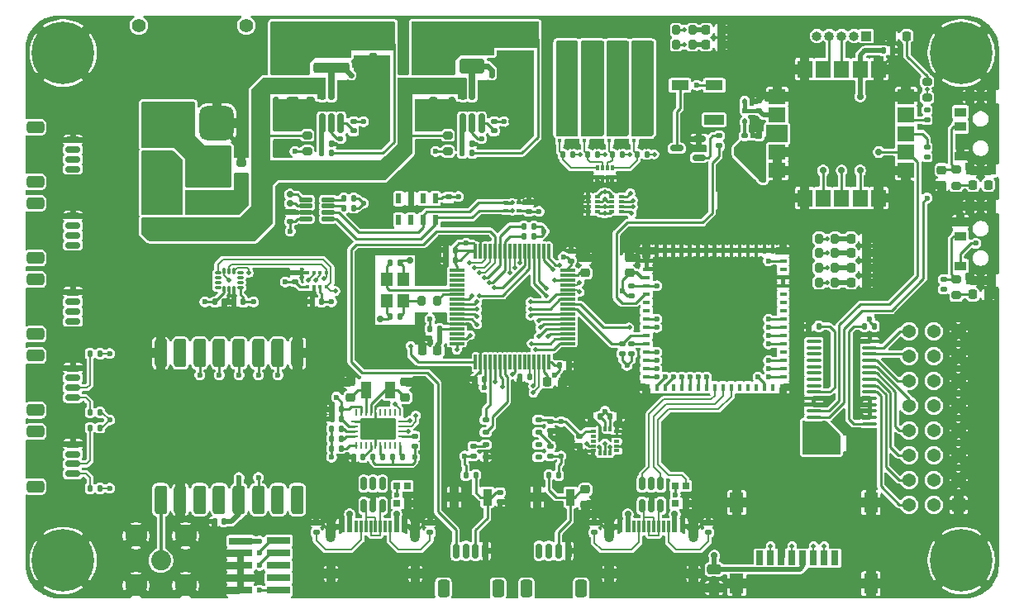
<source format=gbr>
%TF.GenerationSoftware,KiCad,Pcbnew,9.0.0*%
%TF.CreationDate,2025-07-16T14:45:31-07:00*%
%TF.ProjectId,aether,61657468-6572-42e6-9b69-6361645f7063,rev?*%
%TF.SameCoordinates,Original*%
%TF.FileFunction,Copper,L1,Top*%
%TF.FilePolarity,Positive*%
%FSLAX46Y46*%
G04 Gerber Fmt 4.6, Leading zero omitted, Abs format (unit mm)*
G04 Created by KiCad (PCBNEW 9.0.0) date 2025-07-16 14:45:31*
%MOMM*%
%LPD*%
G01*
G04 APERTURE LIST*
G04 Aperture macros list*
%AMRoundRect*
0 Rectangle with rounded corners*
0 $1 Rounding radius*
0 $2 $3 $4 $5 $6 $7 $8 $9 X,Y pos of 4 corners*
0 Add a 4 corners polygon primitive as box body*
4,1,4,$2,$3,$4,$5,$6,$7,$8,$9,$2,$3,0*
0 Add four circle primitives for the rounded corners*
1,1,$1+$1,$2,$3*
1,1,$1+$1,$4,$5*
1,1,$1+$1,$6,$7*
1,1,$1+$1,$8,$9*
0 Add four rect primitives between the rounded corners*
20,1,$1+$1,$2,$3,$4,$5,0*
20,1,$1+$1,$4,$5,$6,$7,0*
20,1,$1+$1,$6,$7,$8,$9,0*
20,1,$1+$1,$8,$9,$2,$3,0*%
%AMOutline5P*
0 Free polygon, 5 corners , with rotation*
0 The origin of the aperture is its center*
0 number of corners: always 5*
0 $1 to $10 corner X, Y*
0 $11 Rotation angle, in degrees counterclockwise*
0 create outline with 5 corners*
4,1,5,$1,$2,$3,$4,$5,$6,$7,$8,$9,$10,$1,$2,$11*%
%AMOutline6P*
0 Free polygon, 6 corners , with rotation*
0 The origin of the aperture is its center*
0 number of corners: always 6*
0 $1 to $12 corner X, Y*
0 $13 Rotation angle, in degrees counterclockwise*
0 create outline with 6 corners*
4,1,6,$1,$2,$3,$4,$5,$6,$7,$8,$9,$10,$11,$12,$1,$2,$13*%
%AMOutline7P*
0 Free polygon, 7 corners , with rotation*
0 The origin of the aperture is its center*
0 number of corners: always 7*
0 $1 to $14 corner X, Y*
0 $15 Rotation angle, in degrees counterclockwise*
0 create outline with 7 corners*
4,1,7,$1,$2,$3,$4,$5,$6,$7,$8,$9,$10,$11,$12,$13,$14,$1,$2,$15*%
%AMOutline8P*
0 Free polygon, 8 corners , with rotation*
0 The origin of the aperture is its center*
0 number of corners: always 8*
0 $1 to $16 corner X, Y*
0 $17 Rotation angle, in degrees counterclockwise*
0 create outline with 8 corners*
4,1,8,$1,$2,$3,$4,$5,$6,$7,$8,$9,$10,$11,$12,$13,$14,$15,$16,$1,$2,$17*%
%AMFreePoly0*
4,1,12,0.600035,0.600035,0.600050,0.600000,0.600050,-1.800000,0.600035,-1.800035,0.600000,-1.800050,0.599965,-1.800035,-1.800035,0.599965,-1.800050,0.600000,-1.800035,0.600035,-1.800000,0.600050,0.600000,0.600050,0.600035,0.600035,0.600035,0.600035,$1*%
%AMFreePoly1*
4,1,29,0.736610,0.177800,0.990610,0.177800,0.990610,-0.177800,0.736610,-0.177800,0.738922,-0.472186,0.992922,-0.472186,0.992922,-0.827786,0.738922,-0.827786,0.738922,-1.122172,0.992922,-1.122172,0.992922,-1.477772,0.738922,-1.477772,0.736613,-1.522279,-0.736613,-1.522279,-0.736610,-1.477772,-0.990610,-1.477772,-0.990610,-1.122172,-0.736610,-1.122172,-0.736610,-0.827786,-0.990610,-0.827786,
-0.990610,-0.472186,-0.736610,-0.472186,-0.736610,-0.177800,-0.990610,-0.177800,-0.990610,0.177800,-0.736610,0.177800,-0.736613,0.484321,0.736613,0.484321,0.736610,0.177800,0.736610,0.177800,$1*%
G04 Aperture macros list end*
%TA.AperFunction,SMDPad,CuDef*%
%ADD10R,0.500000X0.300000*%
%TD*%
%TA.AperFunction,SMDPad,CuDef*%
%ADD11RoundRect,0.135000X-0.185000X0.135000X-0.185000X-0.135000X0.185000X-0.135000X0.185000X0.135000X0*%
%TD*%
%TA.AperFunction,SMDPad,CuDef*%
%ADD12RoundRect,0.140000X0.170000X-0.140000X0.170000X0.140000X-0.170000X0.140000X-0.170000X-0.140000X0*%
%TD*%
%TA.AperFunction,SMDPad,CuDef*%
%ADD13RoundRect,0.225000X0.225000X0.250000X-0.225000X0.250000X-0.225000X-0.250000X0.225000X-0.250000X0*%
%TD*%
%TA.AperFunction,SMDPad,CuDef*%
%ADD14RoundRect,0.135000X-0.135000X-0.185000X0.135000X-0.185000X0.135000X0.185000X-0.135000X0.185000X0*%
%TD*%
%TA.AperFunction,SMDPad,CuDef*%
%ADD15R,0.600000X1.240000*%
%TD*%
%TA.AperFunction,SMDPad,CuDef*%
%ADD16R,0.300000X1.240000*%
%TD*%
%TA.AperFunction,HeatsinkPad*%
%ADD17O,1.000000X2.100000*%
%TD*%
%TA.AperFunction,HeatsinkPad*%
%ADD18O,1.000000X1.800000*%
%TD*%
%TA.AperFunction,SMDPad,CuDef*%
%ADD19RoundRect,0.317500X-0.317500X1.157500X-0.317500X-1.157500X0.317500X-1.157500X0.317500X1.157500X0*%
%TD*%
%TA.AperFunction,SMDPad,CuDef*%
%ADD20RoundRect,0.250000X-0.475000X0.250000X-0.475000X-0.250000X0.475000X-0.250000X0.475000X0.250000X0*%
%TD*%
%TA.AperFunction,SMDPad,CuDef*%
%ADD21FreePoly0,0.000000*%
%TD*%
%TA.AperFunction,SMDPad,CuDef*%
%ADD22R,4.100000X1.700000*%
%TD*%
%TA.AperFunction,SMDPad,CuDef*%
%ADD23RoundRect,0.140000X0.140000X0.170000X-0.140000X0.170000X-0.140000X-0.170000X0.140000X-0.170000X0*%
%TD*%
%TA.AperFunction,SMDPad,CuDef*%
%ADD24R,0.254000X0.675000*%
%TD*%
%TA.AperFunction,SMDPad,CuDef*%
%ADD25R,0.675000X0.254000*%
%TD*%
%TA.AperFunction,SMDPad,CuDef*%
%ADD26RoundRect,0.135000X0.135000X0.185000X-0.135000X0.185000X-0.135000X-0.185000X0.135000X-0.185000X0*%
%TD*%
%TA.AperFunction,SMDPad,CuDef*%
%ADD27RoundRect,0.225000X0.250000X-0.225000X0.250000X0.225000X-0.250000X0.225000X-0.250000X-0.225000X0*%
%TD*%
%TA.AperFunction,SMDPad,CuDef*%
%ADD28RoundRect,0.150000X-0.625000X0.150000X-0.625000X-0.150000X0.625000X-0.150000X0.625000X0.150000X0*%
%TD*%
%TA.AperFunction,SMDPad,CuDef*%
%ADD29RoundRect,0.250000X-0.650000X0.350000X-0.650000X-0.350000X0.650000X-0.350000X0.650000X0.350000X0*%
%TD*%
%TA.AperFunction,SMDPad,CuDef*%
%ADD30R,1.250013X0.900000*%
%TD*%
%TA.AperFunction,SMDPad,CuDef*%
%ADD31R,0.900000X0.900000*%
%TD*%
%TA.AperFunction,SMDPad,CuDef*%
%ADD32RoundRect,0.150000X0.150000X-0.512500X0.150000X0.512500X-0.150000X0.512500X-0.150000X-0.512500X0*%
%TD*%
%TA.AperFunction,SMDPad,CuDef*%
%ADD33R,0.700000X0.700000*%
%TD*%
%TA.AperFunction,SMDPad,CuDef*%
%ADD34RoundRect,0.200000X-0.275000X0.200000X-0.275000X-0.200000X0.275000X-0.200000X0.275000X0.200000X0*%
%TD*%
%TA.AperFunction,SMDPad,CuDef*%
%ADD35RoundRect,0.140000X-0.170000X0.140000X-0.170000X-0.140000X0.170000X-0.140000X0.170000X0.140000X0*%
%TD*%
%TA.AperFunction,SMDPad,CuDef*%
%ADD36RoundRect,0.150000X-0.150000X-0.625000X0.150000X-0.625000X0.150000X0.625000X-0.150000X0.625000X0*%
%TD*%
%TA.AperFunction,SMDPad,CuDef*%
%ADD37RoundRect,0.250000X-0.350000X-0.650000X0.350000X-0.650000X0.350000X0.650000X-0.350000X0.650000X0*%
%TD*%
%TA.AperFunction,SMDPad,CuDef*%
%ADD38RoundRect,0.162500X-0.162500X0.837500X-0.162500X-0.837500X0.162500X-0.837500X0.162500X0.837500X0*%
%TD*%
%TA.AperFunction,SMDPad,CuDef*%
%ADD39RoundRect,0.135000X0.185000X-0.135000X0.185000X0.135000X-0.185000X0.135000X-0.185000X-0.135000X0*%
%TD*%
%TA.AperFunction,SMDPad,CuDef*%
%ADD40FreePoly1,0.000000*%
%TD*%
%TA.AperFunction,SMDPad,CuDef*%
%ADD41R,0.406400X0.355600*%
%TD*%
%TA.AperFunction,SMDPad,CuDef*%
%ADD42R,0.558800X0.304800*%
%TD*%
%TA.AperFunction,ComponentPad*%
%ADD43C,0.800000*%
%TD*%
%TA.AperFunction,ComponentPad*%
%ADD44C,6.400000*%
%TD*%
%TA.AperFunction,ComponentPad*%
%ADD45C,2.050000*%
%TD*%
%TA.AperFunction,ComponentPad*%
%ADD46C,2.250000*%
%TD*%
%TA.AperFunction,SMDPad,CuDef*%
%ADD47RoundRect,0.218750X0.218750X0.256250X-0.218750X0.256250X-0.218750X-0.256250X0.218750X-0.256250X0*%
%TD*%
%TA.AperFunction,SMDPad,CuDef*%
%ADD48R,0.800000X1.500000*%
%TD*%
%TA.AperFunction,SMDPad,CuDef*%
%ADD49R,1.450000X2.000000*%
%TD*%
%TA.AperFunction,SMDPad,CuDef*%
%ADD50RoundRect,0.112500X0.112500X-0.187500X0.112500X0.187500X-0.112500X0.187500X-0.112500X-0.187500X0*%
%TD*%
%TA.AperFunction,SMDPad,CuDef*%
%ADD51RoundRect,0.200000X-0.200000X-0.275000X0.200000X-0.275000X0.200000X0.275000X-0.200000X0.275000X0*%
%TD*%
%TA.AperFunction,SMDPad,CuDef*%
%ADD52RoundRect,0.147500X0.147500X0.172500X-0.147500X0.172500X-0.147500X-0.172500X0.147500X-0.172500X0*%
%TD*%
%TA.AperFunction,SMDPad,CuDef*%
%ADD53R,0.900000X1.700000*%
%TD*%
%TA.AperFunction,SMDPad,CuDef*%
%ADD54R,0.350000X0.350000*%
%TD*%
%TA.AperFunction,SMDPad,CuDef*%
%ADD55RoundRect,0.218750X-0.218750X-0.256250X0.218750X-0.256250X0.218750X0.256250X-0.218750X0.256250X0*%
%TD*%
%TA.AperFunction,SMDPad,CuDef*%
%ADD56RoundRect,0.200000X0.275000X-0.200000X0.275000X0.200000X-0.275000X0.200000X-0.275000X-0.200000X0*%
%TD*%
%TA.AperFunction,SMDPad,CuDef*%
%ADD57RoundRect,0.200000X0.200000X0.275000X-0.200000X0.275000X-0.200000X-0.275000X0.200000X-0.275000X0*%
%TD*%
%TA.AperFunction,ComponentPad*%
%ADD58C,1.400000*%
%TD*%
%TA.AperFunction,ComponentPad*%
%ADD59RoundRect,0.770000X-0.980000X-0.980000X0.980000X-0.980000X0.980000X0.980000X-0.980000X0.980000X0*%
%TD*%
%TA.AperFunction,ComponentPad*%
%ADD60C,3.500000*%
%TD*%
%TA.AperFunction,SMDPad,CuDef*%
%ADD61RoundRect,0.150000X-0.150000X0.587500X-0.150000X-0.587500X0.150000X-0.587500X0.150000X0.587500X0*%
%TD*%
%TA.AperFunction,SMDPad,CuDef*%
%ADD62RoundRect,0.087500X-0.225000X-0.087500X0.225000X-0.087500X0.225000X0.087500X-0.225000X0.087500X0*%
%TD*%
%TA.AperFunction,SMDPad,CuDef*%
%ADD63RoundRect,0.087500X-0.087500X-0.225000X0.087500X-0.225000X0.087500X0.225000X-0.087500X0.225000X0*%
%TD*%
%TA.AperFunction,SMDPad,CuDef*%
%ADD64RoundRect,0.140000X-0.140000X-0.170000X0.140000X-0.170000X0.140000X0.170000X-0.140000X0.170000X0*%
%TD*%
%TA.AperFunction,ComponentPad*%
%ADD65R,1.370000X1.370000*%
%TD*%
%TA.AperFunction,ComponentPad*%
%ADD66C,1.370000*%
%TD*%
%TA.AperFunction,SMDPad,CuDef*%
%ADD67RoundRect,0.250000X-0.250000X-0.475000X0.250000X-0.475000X0.250000X0.475000X-0.250000X0.475000X0*%
%TD*%
%TA.AperFunction,SMDPad,CuDef*%
%ADD68RoundRect,0.225000X0.375000X-0.225000X0.375000X0.225000X-0.375000X0.225000X-0.375000X-0.225000X0*%
%TD*%
%TA.AperFunction,SMDPad,CuDef*%
%ADD69RoundRect,0.150000X0.512500X0.150000X-0.512500X0.150000X-0.512500X-0.150000X0.512500X-0.150000X0*%
%TD*%
%TA.AperFunction,SMDPad,CuDef*%
%ADD70R,1.200000X1.400000*%
%TD*%
%TA.AperFunction,SMDPad,CuDef*%
%ADD71RoundRect,0.225000X-0.250000X0.225000X-0.250000X-0.225000X0.250000X-0.225000X0.250000X0.225000X0*%
%TD*%
%TA.AperFunction,SMDPad,CuDef*%
%ADD72RoundRect,0.087500X-0.187500X-0.087500X0.187500X-0.087500X0.187500X0.087500X-0.187500X0.087500X0*%
%TD*%
%TA.AperFunction,SMDPad,CuDef*%
%ADD73RoundRect,0.087500X-0.087500X-0.187500X0.087500X-0.187500X0.087500X0.187500X-0.087500X0.187500X0*%
%TD*%
%TA.AperFunction,SMDPad,CuDef*%
%ADD74RoundRect,0.250001X0.999999X-0.499999X0.999999X0.499999X-0.999999X0.499999X-0.999999X-0.499999X0*%
%TD*%
%TA.AperFunction,SMDPad,CuDef*%
%ADD75R,1.000000X1.800000*%
%TD*%
%TA.AperFunction,ComponentPad*%
%ADD76R,1.000000X1.000000*%
%TD*%
%TA.AperFunction,ComponentPad*%
%ADD77O,1.000000X1.000000*%
%TD*%
%TA.AperFunction,SMDPad,CuDef*%
%ADD78R,0.400000X0.500000*%
%TD*%
%TA.AperFunction,SMDPad,CuDef*%
%ADD79R,0.300000X0.500000*%
%TD*%
%TA.AperFunction,SMDPad,CuDef*%
%ADD80RoundRect,0.250000X1.600000X-0.300000X1.600000X0.300000X-1.600000X0.300000X-1.600000X-0.300000X0*%
%TD*%
%TA.AperFunction,SMDPad,CuDef*%
%ADD81R,0.600000X1.100000*%
%TD*%
%TA.AperFunction,ComponentPad*%
%ADD82RoundRect,0.250000X0.750000X0.750000X-0.750000X0.750000X-0.750000X-0.750000X0.750000X-0.750000X0*%
%TD*%
%TA.AperFunction,ComponentPad*%
%ADD83C,2.000000*%
%TD*%
%TA.AperFunction,SMDPad,CuDef*%
%ADD84RoundRect,0.125000X-0.537500X-0.125000X0.537500X-0.125000X0.537500X0.125000X-0.537500X0.125000X0*%
%TD*%
%TA.AperFunction,SMDPad,CuDef*%
%ADD85R,0.800000X0.400000*%
%TD*%
%TA.AperFunction,SMDPad,CuDef*%
%ADD86R,0.400000X0.800000*%
%TD*%
%TA.AperFunction,HeatsinkPad*%
%ADD87Outline5P,-0.600000X0.204000X-0.204000X0.600000X0.600000X0.600000X0.600000X-0.600000X-0.600000X-0.600000X0.000000*%
%TD*%
%TA.AperFunction,HeatsinkPad*%
%ADD88R,1.200000X1.200000*%
%TD*%
%TA.AperFunction,SMDPad,CuDef*%
%ADD89R,0.800000X0.800000*%
%TD*%
%TA.AperFunction,SMDPad,CuDef*%
%ADD90R,0.500000X0.400000*%
%TD*%
%TA.AperFunction,SMDPad,CuDef*%
%ADD91R,2.400000X0.740000*%
%TD*%
%TA.AperFunction,SMDPad,CuDef*%
%ADD92RoundRect,0.100000X0.637500X0.100000X-0.637500X0.100000X-0.637500X-0.100000X0.637500X-0.100000X0*%
%TD*%
%TA.AperFunction,SMDPad,CuDef*%
%ADD93RoundRect,0.225000X-0.225000X-0.250000X0.225000X-0.250000X0.225000X0.250000X-0.225000X0.250000X0*%
%TD*%
%TA.AperFunction,SMDPad,CuDef*%
%ADD94R,1.800000X1.500000*%
%TD*%
%TA.AperFunction,SMDPad,CuDef*%
%ADD95R,1.500000X1.800000*%
%TD*%
%TA.AperFunction,SMDPad,CuDef*%
%ADD96RoundRect,0.125000X-0.250000X-0.125000X0.250000X-0.125000X0.250000X0.125000X-0.250000X0.125000X0*%
%TD*%
%TA.AperFunction,HeatsinkPad*%
%ADD97R,3.400000X4.300000*%
%TD*%
%TA.AperFunction,SMDPad,CuDef*%
%ADD98R,1.800000X1.000000*%
%TD*%
%TA.AperFunction,SMDPad,CuDef*%
%ADD99R,2.000000X1.000000*%
%TD*%
%TA.AperFunction,SMDPad,CuDef*%
%ADD100RoundRect,0.250000X0.362500X1.425000X-0.362500X1.425000X-0.362500X-1.425000X0.362500X-1.425000X0*%
%TD*%
%TA.AperFunction,SMDPad,CuDef*%
%ADD101RoundRect,0.075000X-0.700000X-0.075000X0.700000X-0.075000X0.700000X0.075000X-0.700000X0.075000X0*%
%TD*%
%TA.AperFunction,SMDPad,CuDef*%
%ADD102RoundRect,0.075000X-0.075000X-0.700000X0.075000X-0.700000X0.075000X0.700000X-0.075000X0.700000X0*%
%TD*%
%TA.AperFunction,ViaPad*%
%ADD103C,0.500000*%
%TD*%
%TA.AperFunction,ViaPad*%
%ADD104C,0.600000*%
%TD*%
%TA.AperFunction,ViaPad*%
%ADD105C,0.700000*%
%TD*%
%TA.AperFunction,Conductor*%
%ADD106C,0.500000*%
%TD*%
%TA.AperFunction,Conductor*%
%ADD107C,0.250000*%
%TD*%
%TA.AperFunction,Conductor*%
%ADD108C,0.200000*%
%TD*%
%TA.AperFunction,Conductor*%
%ADD109C,0.350000*%
%TD*%
%TA.AperFunction,Conductor*%
%ADD110C,1.000000*%
%TD*%
%TA.AperFunction,Conductor*%
%ADD111C,0.450000*%
%TD*%
%TA.AperFunction,Conductor*%
%ADD112C,0.600000*%
%TD*%
%TA.AperFunction,Conductor*%
%ADD113C,0.650000*%
%TD*%
G04 APERTURE END LIST*
D10*
%TO.P,U9,1,SDA*%
%TO.N,GPS_SDA*%
X64300000Y-34350000D03*
%TO.P,U9,2,SCL*%
%TO.N,GPS_SCL*%
X64300000Y-35150000D03*
%TO.P,U9,3,VDD*%
%TO.N,3.3V*%
X65700000Y-35150000D03*
%TO.P,U9,4,VSS*%
%TO.N,GND*%
X65700000Y-34350000D03*
%TD*%
D11*
%TO.P,R2,2*%
%TO.N,BUZZ_IN*%
X86187500Y-28510000D03*
%TO.P,R2,1*%
%TO.N,Net-(Q1-B)*%
X86187500Y-27490000D03*
%TD*%
D12*
%TO.P,C34,1*%
%TO.N,Net-(U10-VBST)*%
X63150000Y-26980000D03*
%TO.P,C34,2*%
%TO.N,Net-(U10-SW)*%
X63150000Y-26020000D03*
%TD*%
D13*
%TO.P,C11,1*%
%TO.N,F405_VDDA*%
X57350000Y-49500000D03*
%TO.P,C11,2*%
%TO.N,GND*%
X55800000Y-49500000D03*
%TD*%
D14*
%TO.P,R34,1*%
%TO.N,GPS_SCL*%
X66190000Y-37750000D03*
%TO.P,R34,2*%
%TO.N,3.3V*%
X67210000Y-37750000D03*
%TD*%
%TO.P,R16,1*%
%TO.N,ESP32-EN*%
X68740000Y-62250000D03*
%TO.P,R16,2*%
%TO.N,3.3V*%
X69760000Y-62250000D03*
%TD*%
D15*
%TO.P,USB_STM32,A1,GND*%
%TO.N,GND*%
X47550000Y-67525000D03*
%TO.P,USB_STM32,A4,VBUS*%
%TO.N,VBUS*%
X48350000Y-67525000D03*
D16*
%TO.P,USB_STM32,A5,CC1*%
%TO.N,Net-(USB_STM32-CC1)*%
X49500000Y-67525000D03*
%TO.P,USB_STM32,A6,D+*%
%TO.N,USB1_D+*%
X50500000Y-67525000D03*
%TO.P,USB_STM32,A7,D-*%
%TO.N,USB1_D-*%
X51000000Y-67525000D03*
%TO.P,USB_STM32,A8,SBU1*%
%TO.N,unconnected-(USB_STM32-SBU1-PadA8)*%
X52000000Y-67525000D03*
D15*
%TO.P,USB_STM32,A9,VBUS*%
%TO.N,VBUS*%
X53150000Y-67525000D03*
%TO.P,USB_STM32,A12,GND*%
%TO.N,GND*%
X53950000Y-67525000D03*
%TO.P,USB_STM32,B1,GND*%
X53950000Y-67525000D03*
%TO.P,USB_STM32,B4,VBUS*%
%TO.N,VBUS*%
X53150000Y-67525000D03*
D16*
%TO.P,USB_STM32,B5,CC2*%
%TO.N,Net-(USB_STM32-CC2)*%
X52500000Y-67525000D03*
%TO.P,USB_STM32,B6,D+*%
%TO.N,USB1_D+*%
X51500000Y-67525000D03*
%TO.P,USB_STM32,B7,D-*%
%TO.N,USB1_D-*%
X50000000Y-67525000D03*
%TO.P,USB_STM32,B8,SBU2*%
%TO.N,unconnected-(USB_STM32-SBU2-PadB8)*%
X49000000Y-67525000D03*
D15*
%TO.P,USB_STM32,B9,VBUS*%
%TO.N,VBUS*%
X48350000Y-67525000D03*
%TO.P,USB_STM32,B12,GND*%
%TO.N,GND*%
X47550000Y-67525000D03*
D17*
%TO.P,USB_STM32,S1,SHIELD*%
X46430000Y-68125000D03*
D18*
X46430000Y-72325000D03*
D17*
X55070000Y-68125000D03*
D18*
X55070000Y-72325000D03*
%TD*%
D19*
%TO.P,RFM95,1,GND*%
%TO.N,GND*%
X43000000Y-49725000D03*
%TO.P,RFM95,2,MISO*%
%TO.N,ESP32-SPI1_MISO*%
X41000000Y-49725000D03*
%TO.P,RFM95,3,MOSI*%
%TO.N,ESP32-SPI1_MOSI*%
X39000000Y-49725000D03*
%TO.P,RFM95,4,SCK*%
%TO.N,ESP32-SPI1_SCK*%
X37000000Y-49725000D03*
%TO.P,RFM95,5,NSS*%
%TO.N,ESP32-SPI1_CS0*%
X35000000Y-49725000D03*
%TO.P,RFM95,6,RESET*%
%TO.N,RFM95W_RST*%
X33000000Y-49725000D03*
%TO.P,RFM95,7,DIO5*%
%TO.N,RFM95W_DI5*%
X31000000Y-49725000D03*
%TO.P,RFM95,8,GND*%
%TO.N,GND*%
X29000000Y-49725000D03*
%TO.P,RFM95,9,ANT*%
%TO.N,RFM95W_ANT*%
X29000000Y-64775000D03*
%TO.P,RFM95,10,GND*%
%TO.N,GND*%
X31000000Y-64775000D03*
%TO.P,RFM95,11,DIO3*%
%TO.N,RFM95W_DI3*%
X33000000Y-64775000D03*
%TO.P,RFM95,12,DIO4*%
%TO.N,RFM95W_DI4*%
X35000000Y-64775000D03*
%TO.P,RFM95,13,3.3V*%
%TO.N,3.3V*%
X37000000Y-64775000D03*
%TO.P,RFM95,14,DIO0*%
%TO.N,RFM95W_DI0*%
X39000000Y-64775000D03*
%TO.P,RFM95,15,DIO1*%
%TO.N,RFM95W_DI1*%
X41000000Y-64775000D03*
%TO.P,RFM95,16,DIO2*%
%TO.N,RFM95W_DI2*%
X43000000Y-64775000D03*
%TD*%
D14*
%TO.P,R60,1*%
%TO.N,3.3V*%
X46490000Y-57500000D03*
%TO.P,R60,2*%
%TO.N,Net-(U13-~{BOOT})*%
X47510000Y-57500000D03*
%TD*%
D20*
%TO.P,C32,1*%
%TO.N,VIN*%
X55900000Y-22550000D03*
%TO.P,C32,2*%
%TO.N,GND*%
X55900000Y-24450000D03*
%TD*%
D21*
%TO.P,BT1,1,+*%
%TO.N,GPS_VBCKP*%
X89850000Y-30150000D03*
D22*
%TO.P,BT1,2,-*%
%TO.N,GND*%
X88400000Y-34100000D03*
%TD*%
D23*
%TO.P,C46,1*%
%TO.N,3.3V*%
X47480000Y-55500000D03*
%TO.P,C46,2*%
%TO.N,GND*%
X46520000Y-55500000D03*
%TD*%
D24*
%TO.P,U13,1,RESV_NC*%
%TO.N,unconnected-(U13-RESV_NC-Pad1)*%
X49000000Y-55837500D03*
D25*
%TO.P,U13,2,GND*%
%TO.N,GND*%
X48862500Y-56750000D03*
%TO.P,U13,3,VDD*%
%TO.N,3.3V*%
X48862500Y-57250000D03*
%TO.P,U13,4,~{BOOT}*%
%TO.N,Net-(U13-~{BOOT})*%
X48862500Y-57750000D03*
%TO.P,U13,5,PS1*%
%TO.N,Net-(U13-PS1)*%
X48862500Y-58250000D03*
D24*
%TO.P,U13,6,PS0/WAKE*%
%TO.N,Net-(U13-PS0{slash}WAKE)*%
X49000000Y-59162500D03*
%TO.P,U13,7,RESV_NC*%
%TO.N,unconnected-(U13-RESV_NC-Pad7)*%
X49500000Y-59162500D03*
%TO.P,U13,8,RESV_NC*%
%TO.N,unconnected-(U13-RESV_NC-Pad8)*%
X50000000Y-59162500D03*
%TO.P,U13,9,CAP*%
%TO.N,Net-(U13-CAP)*%
X50500000Y-59162500D03*
%TO.P,U13,10,CLKSEL0*%
%TO.N,GND*%
X51000000Y-59162500D03*
%TO.P,U13,11,~{RST}*%
%TO.N,BNO086_RST*%
X51500000Y-59162500D03*
%TO.P,U13,12,RESV_NC*%
%TO.N,unconnected-(U13-RESV_NC-Pad12)*%
X52000000Y-59162500D03*
%TO.P,U13,13,RESV_NC*%
%TO.N,unconnected-(U13-RESV_NC-Pad13)*%
X52500000Y-59162500D03*
%TO.P,U13,14,~{H_INT}*%
%TO.N,BNO086_INT*%
X53000000Y-59162500D03*
%TO.P,U13,15,ENV_SCL*%
%TO.N,Net-(U13-ENV_SCL)*%
X53500000Y-59162500D03*
D25*
%TO.P,U13,16,ENV_SDA*%
%TO.N,Net-(U13-ENV_SDA)*%
X53637500Y-58250000D03*
%TO.P,U13,17,SA0/H_MOSI*%
%TO.N,BNO086_MOSI*%
X53637500Y-57750000D03*
%TO.P,U13,18,~{H_CS}*%
%TO.N,BNO086_CS*%
X53637500Y-57250000D03*
%TO.P,U13,19,H_SCL/SCK/RX*%
%TO.N,BNO086_SCK*%
X53637500Y-56750000D03*
D24*
%TO.P,U13,20,H_SDA/H_MISO/TX*%
%TO.N,BNO086_MISO*%
X53500000Y-55837500D03*
%TO.P,U13,21,RESV_NC*%
%TO.N,unconnected-(U13-RESV_NC-Pad21)*%
X53000000Y-55837500D03*
%TO.P,U13,22,RESV_NC*%
%TO.N,unconnected-(U13-RESV_NC-Pad22)*%
X52500000Y-55837500D03*
%TO.P,U13,23,RESV_NC*%
%TO.N,unconnected-(U13-RESV_NC-Pad23)*%
X52000000Y-55837500D03*
%TO.P,U13,24,RESV_NC*%
%TO.N,unconnected-(U13-RESV_NC-Pad24)*%
X51500000Y-55837500D03*
%TO.P,U13,25,GNDIO*%
%TO.N,GND*%
X51000000Y-55837500D03*
%TO.P,U13,26,XOUT32/CLKSEL1*%
%TO.N,Net-(U13-XOUT32{slash}CLKSEL1)*%
X50500000Y-55837500D03*
%TO.P,U13,27,XIN32*%
%TO.N,Net-(U13-XIN32)*%
X50000000Y-55837500D03*
%TO.P,U13,28,VDDIO*%
%TO.N,3.3V*%
X49500000Y-55837500D03*
%TD*%
D26*
%TO.P,R27,1*%
%TO.N,Net-(PCA9685-~{OE})*%
X96397500Y-47000000D03*
%TO.P,R27,2*%
%TO.N,GND*%
X95377500Y-47000000D03*
%TD*%
D27*
%TO.P,C45,1*%
%TO.N,Net-(U13-XOUT32{slash}CLKSEL1)*%
X54050000Y-54262500D03*
%TO.P,C45,2*%
%TO.N,GND*%
X54050000Y-52712500D03*
%TD*%
D20*
%TO.P,C41,1*%
%TO.N,3.3V*%
X49750000Y-18050000D03*
%TO.P,C41,2*%
%TO.N,GND*%
X49750000Y-19950000D03*
%TD*%
D23*
%TO.P,C18,1*%
%TO.N,3.3V*%
X73980000Y-56250000D03*
%TO.P,C18,2*%
%TO.N,GND*%
X73020000Y-56250000D03*
%TD*%
D28*
%TO.P,UART1-RFD-STM1,1,1*%
%TO.N,GND*%
X20000000Y-27900000D03*
%TO.P,UART1-RFD-STM1,2,2*%
%TO.N,5V*%
X20000000Y-28900000D03*
%TO.P,UART1-RFD-STM1,3,3*%
%TO.N,STM32-UART1_RX*%
X20000000Y-29900000D03*
%TO.P,UART1-RFD-STM1,4,4*%
%TO.N,STM32-UART1_TX*%
X20000000Y-30900000D03*
D29*
%TO.P,UART1-RFD-STM1,MP,SHIELD*%
%TO.N,unconnected-(UART1-RFD-STM1-SHIELD-PadMP)_1*%
X16125000Y-26600000D03*
%TO.N,unconnected-(UART1-RFD-STM1-SHIELD-PadMP)*%
X16125000Y-32200000D03*
%TD*%
D20*
%TO.P,C36,1*%
%TO.N,5V*%
X64390000Y-17560000D03*
%TO.P,C36,2*%
%TO.N,GND*%
X64390000Y-19460000D03*
%TD*%
D30*
%TO.P,ESP_B0,1,1*%
%TO.N,GND*%
X110912497Y-29549848D03*
%TO.P,ESP_B0,2,2*%
%TO.N,ESP32-GPIO0*%
X110912497Y-26549848D03*
%TO.P,ESP_B0,3,3*%
%TO.N,unconnected-(ESP_B0-Pad3)*%
X110912497Y-25049975D03*
D31*
%TO.P,ESP_B0,EH,EH*%
%TO.N,GND*%
X111887605Y-31049975D03*
X114087503Y-31049975D03*
X111887605Y-23450025D03*
X114087503Y-23450025D03*
%TD*%
D11*
%TO.P,R15,1*%
%TO.N,ESP32-I2C2_SCL*%
X77250000Y-48800000D03*
%TO.P,R15,2*%
%TO.N,3.3V*%
X77250000Y-49820000D03*
%TD*%
D32*
%TO.P,U1,1,I/O1*%
%TO.N,USB1_D-*%
X49800000Y-65387500D03*
%TO.P,U1,2,GND*%
%TO.N,GND*%
X50750000Y-65387500D03*
%TO.P,U1,3,I/O2*%
%TO.N,USB1_D+*%
X51700000Y-65387500D03*
%TO.P,U1,4,I/O2*%
%TO.N,STM32_USB_D+*%
X51700000Y-63112500D03*
%TO.P,U1,5,VBUS*%
%TO.N,VBUS*%
X50750000Y-63112500D03*
%TO.P,U1,6,I/O1*%
%TO.N,STM32_USB_D-*%
X49800000Y-63112500D03*
%TD*%
D33*
%TO.P,ESPRGB1,1,DOUT*%
%TO.N,unconnected-(ESPRGB1-DOUT-Pad1)*%
X81700000Y-65165000D03*
%TO.P,ESPRGB1,2,VSS*%
%TO.N,GND*%
X82800000Y-65165000D03*
%TO.P,ESPRGB1,3,DIN*%
%TO.N,ESP32-RGB_IN*%
X82800000Y-63335000D03*
%TO.P,ESPRGB1,4,VDD*%
%TO.N,3.3V*%
X81700000Y-63335000D03*
%TD*%
D34*
%TO.P,R12,1*%
%TO.N,ESP32-GPIO0*%
X110500000Y-30925000D03*
%TO.P,R12,2*%
%TO.N,Net-(ESPBOOT0-K)*%
X110500000Y-32575000D03*
%TD*%
D35*
%TO.P,C12,1*%
%TO.N,STM32-NRST*%
X63750000Y-64020000D03*
%TO.P,C12,2*%
%TO.N,GND*%
X63750000Y-64980000D03*
%TD*%
D14*
%TO.P,R11,1*%
%TO.N,Net-(RN1-R1.1)*%
X77775000Y-29375000D03*
%TO.P,R11,2*%
%TO.N,PYRO_D*%
X78795000Y-29375000D03*
%TD*%
D35*
%TO.P,C16,1*%
%TO.N,3.3V*%
X71900000Y-58270000D03*
%TO.P,C16,2*%
%TO.N,GND*%
X71900000Y-59230000D03*
%TD*%
D20*
%TO.P,C33,1*%
%TO.N,VIN*%
X57900000Y-22550000D03*
%TO.P,C33,2*%
%TO.N,GND*%
X57900000Y-24450000D03*
%TD*%
D36*
%TO.P,RST_BOOT_ESP1,1,1*%
%TO.N,ESP32-GPIO0*%
X67750000Y-70000000D03*
%TO.P,RST_BOOT_ESP1,2,2*%
%TO.N,3.3V*%
X68750000Y-70000000D03*
%TO.P,RST_BOOT_ESP1,3,3*%
%TO.N,ESP32-EN*%
X69750000Y-70000000D03*
%TO.P,RST_BOOT_ESP1,4,4*%
%TO.N,GND*%
X70750000Y-70000000D03*
D37*
%TO.P,RST_BOOT_ESP1,MP,SHIELD*%
%TO.N,unconnected-(RST_BOOT_ESP1-SHIELD-PadMP)*%
X66450000Y-73875000D03*
%TO.N,unconnected-(RST_BOOT_ESP1-SHIELD-PadMP)_1*%
X72050000Y-73875000D03*
%TD*%
D23*
%TO.P,C7,1*%
%TO.N,3.3V*%
X62130000Y-52400000D03*
%TO.P,C7,2*%
%TO.N,GND*%
X61170000Y-52400000D03*
%TD*%
D14*
%TO.P,R42,1*%
%TO.N,Net-(INA219-A1)*%
X47740000Y-33875000D03*
%TO.P,R42,2*%
%TO.N,3.3V*%
X48760000Y-33875000D03*
%TD*%
D38*
%TO.P,U10,1,GND*%
%TO.N,GND*%
X61850000Y-22790000D03*
%TO.P,U10,2,SW*%
%TO.N,Net-(U10-SW)*%
X60900000Y-22790000D03*
%TO.P,U10,3,VIN*%
%TO.N,VIN*%
X59950000Y-22790000D03*
%TO.P,U10,4,VFB*%
%TO.N,Net-(U10-VFB)*%
X59950000Y-26210000D03*
%TO.P,U10,5,EN*%
%TO.N,Net-(U10-EN)*%
X60900000Y-26210000D03*
%TO.P,U10,6,VBST*%
%TO.N,Net-(U10-VBST)*%
X61850000Y-26210000D03*
%TD*%
D39*
%TO.P,R7,1*%
%TO.N,Net-(USB_STM32-CC2)*%
X56585000Y-68125000D03*
%TO.P,R7,2*%
%TO.N,GND*%
X56585000Y-67105000D03*
%TD*%
D15*
%TO.P,USB_ESP32,A1,GND*%
%TO.N,GND*%
X76050000Y-67525000D03*
%TO.P,USB_ESP32,A4,VBUS*%
%TO.N,VBUS*%
X76850000Y-67525000D03*
D16*
%TO.P,USB_ESP32,A5,CC1*%
%TO.N,Net-(USB_ESP32-CC1)*%
X78000000Y-67525000D03*
%TO.P,USB_ESP32,A6,D+*%
%TO.N,USB2_D+*%
X79000000Y-67525000D03*
%TO.P,USB_ESP32,A7,D-*%
%TO.N,USB2_D-*%
X79500000Y-67525000D03*
%TO.P,USB_ESP32,A8,SBU1*%
%TO.N,unconnected-(USB_ESP32-SBU1-PadA8)*%
X80500000Y-67525000D03*
D15*
%TO.P,USB_ESP32,A9,VBUS*%
%TO.N,VBUS*%
X81650000Y-67525000D03*
%TO.P,USB_ESP32,A12,GND*%
%TO.N,GND*%
X82450000Y-67525000D03*
%TO.P,USB_ESP32,B1,GND*%
X82450000Y-67525000D03*
%TO.P,USB_ESP32,B4,VBUS*%
%TO.N,VBUS*%
X81650000Y-67525000D03*
D16*
%TO.P,USB_ESP32,B5,CC2*%
%TO.N,Net-(USB_ESP32-CC2)*%
X81000000Y-67525000D03*
%TO.P,USB_ESP32,B6,D+*%
%TO.N,USB2_D+*%
X80000000Y-67525000D03*
%TO.P,USB_ESP32,B7,D-*%
%TO.N,USB2_D-*%
X78500000Y-67525000D03*
%TO.P,USB_ESP32,B8,SBU2*%
%TO.N,unconnected-(USB_ESP32-SBU2-PadB8)*%
X77500000Y-67525000D03*
D15*
%TO.P,USB_ESP32,B9,VBUS*%
%TO.N,VBUS*%
X76850000Y-67525000D03*
%TO.P,USB_ESP32,B12,GND*%
%TO.N,GND*%
X76050000Y-67525000D03*
D17*
%TO.P,USB_ESP32,S1,SHIELD*%
X74930000Y-68125000D03*
D18*
X74930000Y-72325000D03*
D17*
X83570000Y-68125000D03*
D18*
X83570000Y-72325000D03*
%TD*%
D40*
%TO.P,U14,1,D*%
%TO.N,PYRO-TERM_A*%
X70665000Y-26050021D03*
D41*
%TO.P,U14,4,G*%
%TO.N,Net-(RN1-R4.1)*%
X69874999Y-27999979D03*
%TO.P,U14,5,S*%
%TO.N,GND*%
X71455001Y-27999979D03*
D42*
%TO.P,U14,9,S*%
X70665000Y-28152000D03*
X70665000Y-28152000D03*
%TD*%
D43*
%TO.P,H1,1,1*%
%TO.N,GND*%
X16600000Y-19000000D03*
X17302944Y-17302944D03*
X17302944Y-20697056D03*
X19000000Y-16600000D03*
D44*
X19000000Y-19000000D03*
D43*
X19000000Y-21400000D03*
X20697056Y-17302944D03*
X20697056Y-20697056D03*
X21400000Y-19000000D03*
%TD*%
D45*
%TO.P,ANT1,1,A*%
%TO.N,RFM95W_ANT*%
X29000000Y-71000000D03*
D46*
%TO.P,ANT1,2,Shield*%
%TO.N,GND*%
X31540000Y-73540000D03*
X31540000Y-68460000D03*
X26460000Y-73540000D03*
X26460000Y-68460000D03*
%TD*%
D47*
%TO.P,D5,1,K*%
%TO.N,GND*%
X101287500Y-42500000D03*
%TO.P,D5,2,A*%
%TO.N,Net-(D5-A)*%
X99712500Y-42500000D03*
%TD*%
D36*
%TO.P,RST_BOOT_STM1,1,1*%
%TO.N,STM32-BOOT0*%
X59250000Y-70000000D03*
%TO.P,RST_BOOT_STM1,2,2*%
%TO.N,3.3V*%
X60250000Y-70000000D03*
%TO.P,RST_BOOT_STM1,3,3*%
%TO.N,STM32-NRST*%
X61250000Y-70000000D03*
%TO.P,RST_BOOT_STM1,4,4*%
%TO.N,GND*%
X62250000Y-70000000D03*
D37*
%TO.P,RST_BOOT_STM1,MP,SHIELD*%
%TO.N,unconnected-(RST_BOOT_STM1-SHIELD-PadMP)*%
X57950000Y-73875000D03*
%TO.N,unconnected-(RST_BOOT_STM1-SHIELD-PadMP)_1*%
X63550000Y-73875000D03*
%TD*%
D48*
%TO.P,SD1,1,DAT2*%
%TO.N,unconnected-(SD1-DAT2-Pad1)*%
X98075000Y-70750000D03*
%TO.P,SD1,2,DAT3/CD*%
%TO.N,SD_CS*%
X96975000Y-70750000D03*
%TO.P,SD1,3,CMD*%
%TO.N,BNO086_MISO*%
X95875000Y-70750000D03*
%TO.P,SD1,4,VDD*%
%TO.N,3.3V*%
X94775000Y-70750000D03*
%TO.P,SD1,5,CLK*%
%TO.N,BNO086_SCK*%
X93675000Y-70750000D03*
%TO.P,SD1,6,VSS*%
%TO.N,GND*%
X92575000Y-70750000D03*
%TO.P,SD1,7,DAT0*%
%TO.N,BNO086_MOSI*%
X91475000Y-70750000D03*
%TO.P,SD1,8,DAT1*%
%TO.N,unconnected-(SD1-DAT1-Pad8)*%
X90375000Y-70750000D03*
D49*
%TO.P,SD1,9,SHIELD*%
%TO.N,GND*%
X101750000Y-73350000D03*
X101750000Y-65050000D03*
X88000000Y-73350000D03*
X88000000Y-65050000D03*
%TD*%
D23*
%TO.P,C9,1*%
%TO.N,Net-(C9-Pad1)*%
X53480000Y-46000000D03*
%TO.P,C9,2*%
%TO.N,GND*%
X52520000Y-46000000D03*
%TD*%
D50*
%TO.P,D2,1,K*%
%TO.N,Net-(D2-K)*%
X88812500Y-26050000D03*
%TO.P,D2,2,A*%
%TO.N,3.3V*%
X88812500Y-23950000D03*
%TD*%
D51*
%TO.P,R46,1*%
%TO.N,3.3V*%
X81800000Y-16625000D03*
%TO.P,R46,2*%
%TO.N,Net-(LED2-A)*%
X83450000Y-16625000D03*
%TD*%
D27*
%TO.P,C2,1*%
%TO.N,Net-(STM32F4-VCAP_2)*%
X72500000Y-41525000D03*
%TO.P,C2,2*%
%TO.N,GND*%
X72500000Y-39975000D03*
%TD*%
D52*
%TO.P,FB1,1*%
%TO.N,F405_VDDA*%
X57560000Y-47250000D03*
%TO.P,FB1,2*%
%TO.N,3.3V*%
X56590000Y-47250000D03*
%TD*%
D14*
%TO.P,R59,1*%
%TO.N,3.3V*%
X46490000Y-59500000D03*
%TO.P,R59,2*%
%TO.N,Net-(U13-PS0{slash}WAKE)*%
X47510000Y-59500000D03*
%TD*%
D28*
%TO.P,I2C-ESP1,1,1*%
%TO.N,GND*%
X20000000Y-59100000D03*
%TO.P,I2C-ESP1,2,2*%
%TO.N,3.3V*%
X20000000Y-60100000D03*
%TO.P,I2C-ESP1,3,3*%
%TO.N,ESP32-I2C1_SDA*%
X20000000Y-61100000D03*
%TO.P,I2C-ESP1,4,4*%
%TO.N,ESP32-I2C1_SCL*%
X20000000Y-62100000D03*
D29*
%TO.P,I2C-ESP1,MP,SHIELD*%
%TO.N,unconnected-(I2C-ESP1-SHIELD-PadMP)*%
X16125000Y-57800000D03*
%TO.N,unconnected-(I2C-ESP1-SHIELD-PadMP)_1*%
X16125000Y-63400000D03*
%TD*%
D47*
%TO.P,LED1,1,K*%
%TO.N,GND*%
X86412500Y-18125000D03*
%TO.P,LED1,2,A*%
%TO.N,Net-(LED1-A)*%
X84837500Y-18125000D03*
%TD*%
D11*
%TO.P,R57,1*%
%TO.N,Net-(U13-ENV_SDA)*%
X55000000Y-58240000D03*
%TO.P,R57,2*%
%TO.N,3.3V*%
X55000000Y-59260000D03*
%TD*%
D14*
%TO.P,R28,1*%
%TO.N,Net-(PCA9685-A0)*%
X101102500Y-47000000D03*
%TO.P,R28,2*%
%TO.N,3.3V*%
X102122500Y-47000000D03*
%TD*%
D23*
%TO.P,C47,1*%
%TO.N,3.3V*%
X47480000Y-56500000D03*
%TO.P,C47,2*%
%TO.N,GND*%
X46520000Y-56500000D03*
%TD*%
D14*
%TO.P,R58,1*%
%TO.N,3.3V*%
X46490000Y-58500000D03*
%TO.P,R58,2*%
%TO.N,Net-(U13-PS1)*%
X47510000Y-58500000D03*
%TD*%
D40*
%TO.P,U12,1,D*%
%TO.N,PYRO-TERM_B*%
X73205000Y-26050021D03*
D41*
%TO.P,U12,4,G*%
%TO.N,Net-(RN1-R3.1)*%
X72414999Y-27999979D03*
%TO.P,U12,5,S*%
%TO.N,GND*%
X73995001Y-27999979D03*
D42*
%TO.P,U12,9,S*%
X73205000Y-28152000D03*
X73205000Y-28152000D03*
%TD*%
D26*
%TO.P,R56,1*%
%TO.N,Net-(U13-ENV_SCL)*%
X53760000Y-60400000D03*
%TO.P,R56,2*%
%TO.N,3.3V*%
X52740000Y-60400000D03*
%TD*%
D23*
%TO.P,C10,1*%
%TO.N,F405_VDDA*%
X57555000Y-48250000D03*
%TO.P,C10,2*%
%TO.N,GND*%
X56595000Y-48250000D03*
%TD*%
D14*
%TO.P,R1,1*%
%TO.N,GND*%
X65740000Y-52200000D03*
%TO.P,R1,2*%
%TO.N,Net-(STM32F4-PB2)*%
X66760000Y-52200000D03*
%TD*%
%TO.P,R29,1*%
%TO.N,STM32-I2C2_SDA*%
X21740000Y-49800000D03*
%TO.P,R29,2*%
%TO.N,3.3V*%
X22760000Y-49800000D03*
%TD*%
D53*
%TO.P,STM_RST1,1,1*%
%TO.N,GND*%
X59050000Y-64500000D03*
%TO.P,STM_RST1,2,2*%
%TO.N,STM32-NRST*%
X62450000Y-64500000D03*
%TD*%
D43*
%TO.P,H3,1,1*%
%TO.N,GND*%
X108600000Y-71000000D03*
X109302944Y-69302944D03*
X109302944Y-72697056D03*
X111000000Y-68600000D03*
D44*
X111000000Y-71000000D03*
D43*
X111000000Y-73400000D03*
X112697056Y-69302944D03*
X112697056Y-72697056D03*
X113400000Y-71000000D03*
%TD*%
%TO.P,H2,1,1*%
%TO.N,GND*%
X16600000Y-71000000D03*
X17302944Y-69302944D03*
X17302944Y-72697056D03*
X19000000Y-68600000D03*
D44*
X19000000Y-71000000D03*
D43*
X19000000Y-73400000D03*
X20697056Y-69302944D03*
X20697056Y-72697056D03*
X21400000Y-71000000D03*
%TD*%
D14*
%TO.P,R8,1*%
%TO.N,Net-(RN1-R4.1)*%
X70155000Y-29375000D03*
%TO.P,R8,2*%
%TO.N,PYRO_A*%
X71175000Y-29375000D03*
%TD*%
D12*
%TO.P,C31,1*%
%TO.N,3.3V*%
X66700000Y-35230000D03*
%TO.P,C31,2*%
%TO.N,GND*%
X66700000Y-34270000D03*
%TD*%
D53*
%TO.P,ESP_RST1,1,1*%
%TO.N,GND*%
X67550000Y-64500000D03*
%TO.P,ESP_RST1,2,2*%
%TO.N,ESP32-EN*%
X70950000Y-64500000D03*
%TD*%
D14*
%TO.P,R30,1*%
%TO.N,STM32-I2C2_SCL*%
X21740000Y-55800000D03*
%TO.P,R30,2*%
%TO.N,3.3V*%
X22760000Y-55800000D03*
%TD*%
D54*
%TO.P,U4,1,GND*%
%TO.N,GND*%
X44025000Y-41525000D03*
%TO.P,U4,2,~{CSB}*%
%TO.N,DPS310_CSB*%
X44675000Y-41525000D03*
%TO.P,U4,3,SDI*%
%TO.N,BNO086_MISO*%
X45325000Y-41525000D03*
%TO.P,U4,4,SCK*%
%TO.N,BNO086_SCK*%
X45975000Y-41525000D03*
%TO.P,U4,5,SDO*%
%TO.N,BNO086_MOSI*%
X45975000Y-42975000D03*
%TO.P,U4,6,VDDIO*%
%TO.N,3.3V*%
X45325000Y-42975000D03*
%TO.P,U4,7,GND*%
%TO.N,GND*%
X44675000Y-42975000D03*
%TO.P,U4,8,VDD*%
%TO.N,3.3V*%
X44025000Y-42975000D03*
%TD*%
D55*
%TO.P,ESPBOOT0,1,K*%
%TO.N,Net-(ESPBOOT0-K)*%
X112200050Y-32500000D03*
%TO.P,ESPBOOT0,2,A*%
%TO.N,3.3V*%
X113775050Y-32500000D03*
%TD*%
D39*
%TO.P,R24,1*%
%TO.N,GPS_VBCKP*%
X88812500Y-28510000D03*
%TO.P,R24,2*%
%TO.N,Net-(D2-K)*%
X88812500Y-27490000D03*
%TD*%
D56*
%TO.P,R41,1*%
%TO.N,VBUS*%
X37250000Y-31900000D03*
%TO.P,R41,2*%
%TO.N,GND*%
X37250000Y-30250000D03*
%TD*%
D26*
%TO.P,R36,1*%
%TO.N,5V*%
X60900000Y-29260000D03*
%TO.P,R36,2*%
%TO.N,Net-(U10-VFB)*%
X59880000Y-29260000D03*
%TD*%
D57*
%TO.P,R50,1*%
%TO.N,Net-(D7-A)*%
X98075000Y-39500000D03*
%TO.P,R50,2*%
%TO.N,CROSS_UART*%
X96425000Y-39500000D03*
%TD*%
D39*
%TO.P,R20,1*%
%TO.N,Net-(USB_ESP32-CC2)*%
X85080000Y-68125000D03*
%TO.P,R20,2*%
%TO.N,GND*%
X85080000Y-67105000D03*
%TD*%
D14*
%TO.P,R32,1*%
%TO.N,ESP32-I2C1_SCL*%
X21740000Y-63600000D03*
%TO.P,R32,2*%
%TO.N,3.3V*%
X22760000Y-63600000D03*
%TD*%
D58*
%TO.P,XT30,*%
%TO.N,*%
X26750000Y-16175000D03*
X37750000Y-16175000D03*
D59*
%TO.P,XT30,1,N*%
%TO.N,GND*%
X34750000Y-26175000D03*
D60*
%TO.P,XT30,2,P*%
%TO.N,INA219_IN+*%
X29750000Y-26175000D03*
%TD*%
D26*
%TO.P,R39,1*%
%TO.N,3.3V*%
X46510000Y-29260000D03*
%TO.P,R39,2*%
%TO.N,Net-(U11-VFB)*%
X45490000Y-29260000D03*
%TD*%
D12*
%TO.P,C20,1*%
%TO.N,3.3V*%
X42750000Y-42455000D03*
%TO.P,C20,2*%
%TO.N,GND*%
X42750000Y-41495000D03*
%TD*%
D61*
%TO.P,Q6,1,G*%
%TO.N,VBUS*%
X32200000Y-34812500D03*
%TO.P,Q6,2,D*%
%TO.N,INA219_IN-*%
X30300000Y-34812500D03*
%TO.P,Q6,3,S*%
%TO.N,VIN*%
X31250000Y-36687500D03*
%TD*%
D62*
%TO.P,U6,1,SDO/SA0*%
%TO.N,BNO086_MOSI*%
X34837500Y-41500000D03*
%TO.P,U6,2,SDx*%
%TO.N,LSM6DSO32TR_SDx*%
X34837500Y-42000000D03*
%TO.P,U6,3,SCx*%
%TO.N,LSM6DSO32TR_SCx*%
X34837500Y-42500000D03*
%TO.P,U6,4,INT1*%
%TO.N,LSM6DSO32TR_INT1*%
X34837500Y-43000000D03*
D63*
%TO.P,U6,5,VDDIO*%
%TO.N,3.3V*%
X35500000Y-43162500D03*
%TO.P,U6,6,GND*%
%TO.N,GND*%
X36000000Y-43162500D03*
%TO.P,U6,7,GND*%
X36500000Y-43162500D03*
D62*
%TO.P,U6,8,VDD*%
%TO.N,3.3V*%
X37162500Y-43000000D03*
%TO.P,U6,9,INT2*%
%TO.N,LSM6DSO32TR_INT2*%
X37162500Y-42500000D03*
%TO.P,U6,10,NC*%
%TO.N,unconnected-(U6-NC-Pad10)*%
X37162500Y-42000000D03*
%TO.P,U6,11,NC*%
%TO.N,unconnected-(U6-NC-Pad11)*%
X37162500Y-41500000D03*
D63*
%TO.P,U6,12,CS*%
%TO.N,LSM6DSO32TR_CS*%
X36500000Y-41337500D03*
%TO.P,U6,13,SCL*%
%TO.N,BNO086_SCK*%
X36000000Y-41337500D03*
%TO.P,U6,14,SDA*%
%TO.N,BNO086_MISO*%
X35500000Y-41337500D03*
%TD*%
D47*
%TO.P,D7,1,K*%
%TO.N,GND*%
X101287500Y-39500000D03*
%TO.P,D7,2,A*%
%TO.N,Net-(D7-A)*%
X99712500Y-39500000D03*
%TD*%
D11*
%TO.P,R14,1*%
%TO.N,ESP32-I2C2_SDA*%
X76250000Y-48800000D03*
%TO.P,R14,2*%
%TO.N,3.3V*%
X76250000Y-49820000D03*
%TD*%
D64*
%TO.P,C22,1*%
%TO.N,3.3V*%
X103020000Y-18750000D03*
%TO.P,C22,2*%
%TO.N,GND*%
X103980000Y-18750000D03*
%TD*%
D34*
%TO.P,R23,1*%
%TO.N,Net-(D1-A)*%
X107500000Y-21925000D03*
%TO.P,R23,2*%
%TO.N,PULSE*%
X107500000Y-23575000D03*
%TD*%
D20*
%TO.P,C40,1*%
%TO.N,3.3V*%
X51750000Y-18050000D03*
%TO.P,C40,2*%
%TO.N,GND*%
X51750000Y-19950000D03*
%TD*%
D65*
%TO.P,PWM1,01,01*%
%TO.N,GND*%
X110730000Y-65290000D03*
D66*
%TO.P,PWM1,02,02*%
%TO.N,5V*%
X108190000Y-65290000D03*
%TO.P,PWM1,03,03*%
%TO.N,PWM7*%
X105650000Y-65290000D03*
%TO.P,PWM1,04,04*%
%TO.N,GND*%
X110730000Y-62750000D03*
%TO.P,PWM1,05,05*%
%TO.N,5V*%
X108190000Y-62750000D03*
%TO.P,PWM1,06,06*%
%TO.N,PWM6*%
X105650000Y-62750000D03*
%TO.P,PWM1,07,07*%
%TO.N,GND*%
X110730000Y-60210000D03*
%TO.P,PWM1,08,08*%
%TO.N,5V*%
X108190000Y-60210000D03*
%TO.P,PWM1,09,09*%
%TO.N,PWM5*%
X105650000Y-60210000D03*
%TO.P,PWM1,10,10*%
%TO.N,GND*%
X110730000Y-57670000D03*
%TO.P,PWM1,11,11*%
%TO.N,5V*%
X108190000Y-57670000D03*
%TO.P,PWM1,12,12*%
%TO.N,PWM4*%
X105650000Y-57670000D03*
%TO.P,PWM1,13,13*%
%TO.N,GND*%
X110730000Y-55130000D03*
%TO.P,PWM1,14,14*%
%TO.N,5V*%
X108190000Y-55130000D03*
%TO.P,PWM1,15,15*%
%TO.N,PWM3*%
X105650000Y-55130000D03*
%TO.P,PWM1,16,16*%
%TO.N,GND*%
X110730000Y-52590000D03*
%TO.P,PWM1,17,17*%
%TO.N,5V*%
X108190000Y-52590000D03*
%TO.P,PWM1,18,18*%
%TO.N,PWM2*%
X105650000Y-52590000D03*
%TO.P,PWM1,19,19*%
%TO.N,GND*%
X110730000Y-50050000D03*
%TO.P,PWM1,20,20*%
%TO.N,5V*%
X108190000Y-50050000D03*
%TO.P,PWM1,21,21*%
%TO.N,PWM1*%
X105650000Y-50050000D03*
%TO.P,PWM1,22,22*%
%TO.N,GND*%
X110730000Y-47510000D03*
%TO.P,PWM1,23,23*%
%TO.N,5V*%
X108190000Y-47510000D03*
%TO.P,PWM1,24,24*%
%TO.N,PWM0*%
X105650000Y-47510000D03*
%TD*%
D67*
%TO.P,C25,1*%
%TO.N,3.3V*%
X97800000Y-59000000D03*
%TO.P,C25,2*%
%TO.N,GND*%
X99700000Y-59000000D03*
%TD*%
D68*
%TO.P,D3,1,K*%
%TO.N,VIN*%
X34750000Y-37050000D03*
%TO.P,D3,2,A*%
%TO.N,VBUS*%
X34750000Y-33750000D03*
%TD*%
D69*
%TO.P,Q1,1,B*%
%TO.N,Net-(Q1-B)*%
X84125000Y-29700000D03*
%TO.P,Q1,2,E*%
%TO.N,GND*%
X84125000Y-27800000D03*
%TO.P,Q1,3,C*%
%TO.N,Net-(Q1-C)*%
X81850000Y-28750000D03*
%TD*%
D70*
%TO.P,HSE1,1,1*%
%TO.N,STM32-HSE_IN*%
X52150000Y-42150000D03*
%TO.P,HSE1,2,2*%
%TO.N,GND*%
X52150000Y-44350000D03*
%TO.P,HSE1,3,3*%
%TO.N,Net-(C9-Pad1)*%
X53850000Y-44350000D03*
%TO.P,HSE1,4,4*%
%TO.N,GND*%
X53850000Y-42150000D03*
%TD*%
D14*
%TO.P,R40,1*%
%TO.N,Net-(U11-VFB)*%
X45490000Y-28260000D03*
%TO.P,R40,2*%
%TO.N,GND*%
X46510000Y-28260000D03*
%TD*%
D40*
%TO.P,U3,1,D*%
%TO.N,PYRO-TERM_D*%
X78285000Y-26050021D03*
D41*
%TO.P,U3,4,G*%
%TO.N,Net-(RN1-R1.1)*%
X77494999Y-27999979D03*
%TO.P,U3,5,S*%
%TO.N,GND*%
X79075001Y-27999979D03*
D42*
%TO.P,U3,9,S*%
X78285000Y-28152000D03*
X78285000Y-28152000D03*
%TD*%
D56*
%TO.P,R4,1*%
%TO.N,Net-(STMBOOT0-A)*%
X110500000Y-43825000D03*
%TO.P,R4,2*%
%TO.N,Net-(R4-Pad2)*%
X110500000Y-42175000D03*
%TD*%
D64*
%TO.P,C26,1*%
%TO.N,3.3V*%
X34540000Y-44500000D03*
%TO.P,C26,2*%
%TO.N,GND*%
X35500000Y-44500000D03*
%TD*%
D20*
%TO.P,C37,1*%
%TO.N,VIN*%
X41500000Y-22600000D03*
%TO.P,C37,2*%
%TO.N,GND*%
X41500000Y-24500000D03*
%TD*%
D28*
%TO.P,UART2-STM1,1,1*%
%TO.N,GND*%
X20000000Y-35700000D03*
%TO.P,UART2-STM1,2,2*%
%TO.N,5V*%
X20000000Y-36700000D03*
%TO.P,UART2-STM1,3,3*%
%TO.N,STM32-UART2_RX*%
X20000000Y-37700000D03*
%TO.P,UART2-STM1,4,4*%
%TO.N,STM32-UART2_TX*%
X20000000Y-38700000D03*
D29*
%TO.P,UART2-STM1,MP,SHIELD*%
%TO.N,unconnected-(UART2-STM1-SHIELD-PadMP)_1*%
X16125000Y-34400000D03*
%TO.N,unconnected-(UART2-STM1-SHIELD-PadMP)*%
X16125000Y-40000000D03*
%TD*%
D32*
%TO.P,U2,1,I/O1*%
%TO.N,USB2_D-*%
X78300000Y-65387500D03*
%TO.P,U2,2,GND*%
%TO.N,GND*%
X79250000Y-65387500D03*
%TO.P,U2,3,I/O2*%
%TO.N,USB2_D+*%
X80200000Y-65387500D03*
%TO.P,U2,4,I/O2*%
%TO.N,ESP32-USB_D+*%
X80200000Y-63112500D03*
%TO.P,U2,5,VBUS*%
%TO.N,VBUS*%
X79250000Y-63112500D03*
%TO.P,U2,6,I/O1*%
%TO.N,ESP32-USB_D-*%
X78300000Y-63112500D03*
%TD*%
D71*
%TO.P,C14,1*%
%TO.N,ESP32-EN*%
X72500000Y-63725000D03*
%TO.P,C14,2*%
%TO.N,GND*%
X72500000Y-65275000D03*
%TD*%
D57*
%TO.P,R48,1*%
%TO.N,Net-(D5-A)*%
X98075000Y-42500000D03*
%TO.P,R48,2*%
%TO.N,CROSS_SPI*%
X96425000Y-42500000D03*
%TD*%
D12*
%TO.P,C42,1*%
%TO.N,3.3V*%
X42250000Y-36230000D03*
%TO.P,C42,2*%
%TO.N,GND*%
X42250000Y-35270000D03*
%TD*%
D47*
%TO.P,STMBOOT0,1,K*%
%TO.N,GND*%
X113775050Y-43750000D03*
%TO.P,STMBOOT0,2,A*%
%TO.N,Net-(STMBOOT0-A)*%
X112200050Y-43750000D03*
%TD*%
D14*
%TO.P,R43,1*%
%TO.N,Net-(INA219-A0)*%
X47740000Y-34875000D03*
%TO.P,R43,2*%
%TO.N,3.3V*%
X48760000Y-34875000D03*
%TD*%
D47*
%TO.P,D4,1,K*%
%TO.N,GND*%
X101287500Y-38000000D03*
%TO.P,D4,2,A*%
%TO.N,Net-(D4-A)*%
X99712500Y-38000000D03*
%TD*%
D27*
%TO.P,C44,1*%
%TO.N,Net-(U13-XIN32)*%
X48450000Y-54262500D03*
%TO.P,C44,2*%
%TO.N,GND*%
X48450000Y-52712500D03*
%TD*%
D40*
%TO.P,U7,1,D*%
%TO.N,PYRO-TERM_C*%
X75745000Y-26050021D03*
D41*
%TO.P,U7,4,G*%
%TO.N,Net-(RN1-R2.1)*%
X74954999Y-27999979D03*
%TO.P,U7,5,S*%
%TO.N,GND*%
X76535001Y-27999979D03*
D42*
%TO.P,U7,9,S*%
X75745000Y-28152000D03*
X75745000Y-28152000D03*
%TD*%
D23*
%TO.P,C5,1*%
%TO.N,3.3V*%
X59155000Y-40195000D03*
%TO.P,C5,2*%
%TO.N,GND*%
X58195000Y-40195000D03*
%TD*%
D14*
%TO.P,R9,1*%
%TO.N,Net-(RN1-R3.1)*%
X72695000Y-29375000D03*
%TO.P,R9,2*%
%TO.N,PYRO_B*%
X73715000Y-29375000D03*
%TD*%
D72*
%TO.P,U5,1,VDD_IO*%
%TO.N,3.3V*%
X73275000Y-57750000D03*
%TO.P,U5,2*%
%TO.N,N/C*%
X73275000Y-58250000D03*
%TO.P,U5,3*%
X73275000Y-58750000D03*
%TO.P,U5,4,SCL/SPC*%
%TO.N,BNO086_SCK*%
X73275000Y-59250000D03*
%TO.P,U5,5,GND*%
%TO.N,GND*%
X73275000Y-59750000D03*
D73*
%TO.P,U5,6,SDA/SDI/SDO*%
%TO.N,BNO086_MISO*%
X74000000Y-59975000D03*
%TO.P,U5,7,SDO/SA0*%
%TO.N,BNO086_MOSI*%
X74500000Y-59975000D03*
%TO.P,U5,8,CS*%
%TO.N,H3LIS331DL_CS*%
X75000000Y-59975000D03*
D72*
%TO.P,U5,9,INT2*%
%TO.N,H3LIS331DL_INT2*%
X75725000Y-59750000D03*
%TO.P,U5,10,GND*%
%TO.N,GND*%
X75725000Y-59250000D03*
%TO.P,U5,11,INT1*%
%TO.N,H3LIS331DL_INT1*%
X75725000Y-58750000D03*
%TO.P,U5,12,GND*%
%TO.N,GND*%
X75725000Y-58250000D03*
%TO.P,U5,13,GND*%
X75725000Y-57750000D03*
D73*
%TO.P,U5,14,VDD*%
%TO.N,3.3V*%
X75000000Y-57525000D03*
%TO.P,U5,15,VDD*%
X74500000Y-57525000D03*
%TO.P,U5,16,GND*%
%TO.N,GND*%
X74000000Y-57525000D03*
%TD*%
D74*
%TO.P,L1,1,1*%
%TO.N,Net-(U10-SW)*%
X60900000Y-20350000D03*
%TO.P,L1,2,2*%
%TO.N,5V*%
X60900000Y-16650000D03*
%TD*%
D75*
%TO.P,Y1,1,1*%
%TO.N,Net-(U13-XOUT32{slash}CLKSEL1)*%
X52500000Y-53487500D03*
%TO.P,Y1,2,2*%
%TO.N,Net-(U13-XIN32)*%
X50000000Y-53487500D03*
%TD*%
D76*
%TO.P,GPS_IO1,1,Pin_1*%
%TO.N,GPS_RX*%
X101290000Y-17250000D03*
D77*
%TO.P,GPS_IO1,2,Pin_2*%
%TO.N,GPS_TX*%
X100020000Y-17250000D03*
%TO.P,GPS_IO1,3,Pin_3*%
%TO.N,GPS_RST*%
X98750000Y-17250000D03*
%TO.P,GPS_IO1,4,Pin_4*%
%TO.N,GPS_INT*%
X97480000Y-17250000D03*
%TO.P,GPS_IO1,5,Pin_5*%
%TO.N,GPS_SAFE*%
X96210000Y-17250000D03*
%TD*%
D78*
%TO.P,RN1,1,R1.1*%
%TO.N,Net-(RN1-R1.1)*%
X75225000Y-30750000D03*
D79*
%TO.P,RN1,2,R2.1*%
%TO.N,Net-(RN1-R2.1)*%
X74725000Y-30750000D03*
%TO.P,RN1,3,R3.1*%
%TO.N,Net-(RN1-R3.1)*%
X74225000Y-30750000D03*
D78*
%TO.P,RN1,4,R4.1*%
%TO.N,Net-(RN1-R4.1)*%
X73725000Y-30750000D03*
%TO.P,RN1,5,R4.2*%
%TO.N,GND*%
X73725000Y-31750000D03*
D79*
%TO.P,RN1,6,R3.2*%
X74225000Y-31750000D03*
%TO.P,RN1,7,R2.2*%
X74725000Y-31750000D03*
D78*
%TO.P,RN1,8,R1.2*%
X75225000Y-31750000D03*
%TD*%
D39*
%TO.P,R21,1*%
%TO.N,GPS_TX*%
X107500000Y-29660000D03*
%TO.P,R21,2*%
%TO.N,Net-(SAM-M10Q1-TXD)*%
X107500000Y-28640000D03*
%TD*%
D80*
%TO.P,L2,1,1*%
%TO.N,Net-(U11-SW)*%
X46500000Y-20500000D03*
%TO.P,L2,2,2*%
%TO.N,3.3V*%
X46500000Y-17500000D03*
%TD*%
D30*
%TO.P,STM_B0,1,1*%
%TO.N,3.3V*%
X110912497Y-40799848D03*
%TO.P,STM_B0,2,2*%
%TO.N,Net-(R4-Pad2)*%
X110912497Y-37799848D03*
%TO.P,STM_B0,3,3*%
%TO.N,GND*%
X110912497Y-36299975D03*
D31*
%TO.P,STM_B0,EH,EH*%
X111887605Y-42299975D03*
X114087503Y-42299975D03*
X111887605Y-34700025D03*
X114087503Y-34700025D03*
%TD*%
D71*
%TO.P,C13,1*%
%TO.N,ESP32-GPIO0*%
X109000000Y-30975000D03*
%TO.P,C13,2*%
%TO.N,GND*%
X109000000Y-32525000D03*
%TD*%
D57*
%TO.P,R47,1*%
%TO.N,Net-(D4-A)*%
X98075000Y-38000000D03*
%TO.P,R47,2*%
%TO.N,RFD_900*%
X96425000Y-38000000D03*
%TD*%
D33*
%TO.P,STMRGB1,1,DOUT*%
%TO.N,unconnected-(STMRGB1-DOUT-Pad1)*%
X53200000Y-65165000D03*
%TO.P,STMRGB1,2,VSS*%
%TO.N,GND*%
X54300000Y-65165000D03*
%TO.P,STMRGB1,3,DIN*%
%TO.N,STM32-RGB_IN*%
X54300000Y-63335000D03*
%TO.P,STMRGB1,4,VDD*%
%TO.N,3.3V*%
X53200000Y-63335000D03*
%TD*%
D23*
%TO.P,C4,1*%
%TO.N,3.3V*%
X59155000Y-39195000D03*
%TO.P,C4,2*%
%TO.N,GND*%
X58195000Y-39195000D03*
%TD*%
D14*
%TO.P,R33,1*%
%TO.N,GPS_SDA*%
X66190000Y-36750000D03*
%TO.P,R33,2*%
%TO.N,3.3V*%
X67210000Y-36750000D03*
%TD*%
D81*
%TO.P,U8,1,VDD*%
%TO.N,3.3V*%
X57125000Y-33900000D03*
%TO.P,U8,2*%
%TO.N,N/C*%
X55875000Y-33900000D03*
%TO.P,U8,3,GND*%
%TO.N,GND*%
X54625000Y-33900000D03*
%TO.P,U8,4*%
%TO.N,N/C*%
X53375000Y-33900000D03*
%TO.P,U8,5*%
X53375000Y-36100000D03*
%TO.P,U8,6*%
X54625000Y-36100000D03*
%TO.P,U8,7,SDA*%
%TO.N,GPS_SDA*%
X55875000Y-36100000D03*
%TO.P,U8,8,SCL*%
%TO.N,GPS_SCL*%
X57125000Y-36100000D03*
%TD*%
D82*
%TO.P,PYRO1,1,Pin_1*%
%TO.N,PYRO-TERM_D*%
X78285000Y-19025000D03*
D83*
%TO.P,PYRO1,2,Pin_2*%
%TO.N,PYRO-TERM_C*%
X75745000Y-19025000D03*
%TO.P,PYRO1,3,Pin_3*%
%TO.N,PYRO-TERM_B*%
X73205000Y-19025000D03*
%TO.P,PYRO1,4,Pin_4*%
%TO.N,PYRO-TERM_A*%
X70665000Y-19025000D03*
%TD*%
D57*
%TO.P,R49,1*%
%TO.N,Net-(D6-A)*%
X98075000Y-41000000D03*
%TO.P,R49,2*%
%TO.N,CROSS_I2C*%
X96425000Y-41000000D03*
%TD*%
D23*
%TO.P,C27,1*%
%TO.N,3.3V*%
X37460000Y-44500000D03*
%TO.P,C27,2*%
%TO.N,GND*%
X36500000Y-44500000D03*
%TD*%
D84*
%TO.P,INA219,1,IN+*%
%TO.N,INA219_IN+*%
X43862500Y-34025000D03*
%TO.P,INA219,2,IN-*%
%TO.N,INA219_IN-*%
X43862500Y-34675000D03*
%TO.P,INA219,3,GND*%
%TO.N,GND*%
X43862500Y-35325000D03*
%TO.P,INA219,4,VS*%
%TO.N,3.3V*%
X43862500Y-35975000D03*
%TO.P,INA219,5,SCL*%
%TO.N,GPS_SCL*%
X46137500Y-35975000D03*
%TO.P,INA219,6,SDA*%
%TO.N,GPS_SDA*%
X46137500Y-35325000D03*
%TO.P,INA219,7,A0*%
%TO.N,Net-(INA219-A0)*%
X46137500Y-34675000D03*
%TO.P,INA219,8,A1*%
%TO.N,Net-(INA219-A1)*%
X46137500Y-34025000D03*
%TD*%
D43*
%TO.P,H4,1,1*%
%TO.N,GND*%
X108600000Y-19000000D03*
X109302944Y-17302944D03*
X109302944Y-20697056D03*
X111000000Y-16600000D03*
D44*
X111000000Y-19000000D03*
D43*
X111000000Y-21400000D03*
X112697056Y-17302944D03*
X112697056Y-20697056D03*
X113400000Y-19000000D03*
%TD*%
D26*
%TO.P,R61,1*%
%TO.N,BNO086_RST*%
X51760000Y-60400000D03*
%TO.P,R61,2*%
%TO.N,3.3V*%
X50740000Y-60400000D03*
%TD*%
D85*
%TO.P,ESP32-S3,1,GND*%
%TO.N,GND*%
X78750000Y-40300000D03*
%TO.P,ESP32-S3,2,GND*%
X78750000Y-41150000D03*
%TO.P,ESP32-S3,3,3V3*%
%TO.N,3.3V*%
X78750000Y-42000000D03*
%TO.P,ESP32-S3,4,IO0*%
%TO.N,ESP32-GPIO0*%
X78750000Y-42850000D03*
%TO.P,ESP32-S3,5,IO1*%
%TO.N,BUZZ_IN*%
X78750000Y-43700000D03*
%TO.P,ESP32-S3,6,IO2*%
%TO.N,unconnected-(ESP32-S3-IO2-Pad6)*%
X78750000Y-44550000D03*
%TO.P,ESP32-S3,7,IO3*%
%TO.N,unconnected-(ESP32-S3-IO3-Pad7)*%
X78750000Y-45400000D03*
%TO.P,ESP32-S3,8,IO4*%
%TO.N,ESP32-I2C1_SDA*%
X78750000Y-46250000D03*
%TO.P,ESP32-S3,9,IO5*%
%TO.N,ESP32-I2C1_SCL*%
X78750000Y-47100000D03*
%TO.P,ESP32-S3,10,IO6*%
%TO.N,ESP32-I2C2_SDA*%
X78750000Y-47950000D03*
%TO.P,ESP32-S3,11,IO7*%
%TO.N,ESP32-I2C2_SCL*%
X78750000Y-48800000D03*
%TO.P,ESP32-S3,12,IO8*%
%TO.N,RFM95W_RST*%
X78750000Y-49650000D03*
%TO.P,ESP32-S3,13,IO9*%
%TO.N,RFM95W_DI0*%
X78750000Y-50500000D03*
%TO.P,ESP32-S3,14,IO10*%
%TO.N,ESP32-SPI1_CS0*%
X78750000Y-51350000D03*
%TO.P,ESP32-S3,15,IO11*%
%TO.N,ESP32-SPI1_MOSI*%
X78750000Y-52200000D03*
D86*
%TO.P,ESP32-S3,16,IO12*%
%TO.N,ESP32-SPI1_SCK*%
X79800000Y-53250000D03*
%TO.P,ESP32-S3,17,IO13*%
%TO.N,ESP32-SPI1_MISO*%
X80650000Y-53250000D03*
%TO.P,ESP32-S3,18,IO14*%
%TO.N,unconnected-(ESP32-S3-IO14-Pad18)*%
X81500000Y-53250000D03*
%TO.P,ESP32-S3,19,IO15*%
%TO.N,ESP32-TX2*%
X82350000Y-53250000D03*
%TO.P,ESP32-S3,20,IO16*%
%TO.N,ESP32-RX2*%
X83200000Y-53250000D03*
%TO.P,ESP32-S3,21,IO17*%
%TO.N,ESP32-TX1*%
X84050000Y-53250000D03*
%TO.P,ESP32-S3,22,IO18*%
%TO.N,ESP32-RX1*%
X84900000Y-53250000D03*
%TO.P,ESP32-S3,23,USB_D-*%
%TO.N,ESP32-USB_D-*%
X85750000Y-53250000D03*
%TO.P,ESP32-S3,24,USB_D+*%
%TO.N,ESP32-USB_D+*%
X86600000Y-53250000D03*
%TO.P,ESP32-S3,25,IO21*%
%TO.N,ESP32-RGB_IN*%
X87450000Y-53250000D03*
%TO.P,ESP32-S3,26,IO26*%
%TO.N,unconnected-(ESP32-S3-IO26-Pad26)*%
X88300000Y-53250000D03*
%TO.P,ESP32-S3,27,IO47*%
%TO.N,unconnected-(ESP32-S3-IO47-Pad27)*%
X89150000Y-53250000D03*
%TO.P,ESP32-S3,28,IO33*%
%TO.N,unconnected-(ESP32-S3-IO33-Pad28)*%
X90000000Y-53250000D03*
%TO.P,ESP32-S3,29,IO34*%
%TO.N,ESP32-SPI2_CS0*%
X90850000Y-53250000D03*
%TO.P,ESP32-S3,30,IO48*%
%TO.N,unconnected-(ESP32-S3-IO48-Pad30)*%
X91700000Y-53250000D03*
D85*
%TO.P,ESP32-S3,31,IO35*%
%TO.N,ESP32-SPI2_MOSI*%
X92750000Y-52200000D03*
%TO.P,ESP32-S3,32,IO36*%
%TO.N,ESP32-SPI2_SCK*%
X92750000Y-51350000D03*
%TO.P,ESP32-S3,33,IO37*%
%TO.N,ESP32-SPI2_MISO*%
X92750000Y-50500000D03*
%TO.P,ESP32-S3,34,IO38*%
%TO.N,unconnected-(ESP32-S3-IO38-Pad34)*%
X92750000Y-49650000D03*
%TO.P,ESP32-S3,35,IO39*%
%TO.N,CROSS_SPI*%
X92750000Y-48800000D03*
%TO.P,ESP32-S3,36,IO40*%
%TO.N,CROSS_I2C*%
X92750000Y-47950000D03*
%TO.P,ESP32-S3,37,IO41*%
%TO.N,CROSS_UART*%
X92750000Y-47100000D03*
%TO.P,ESP32-S3,38,IO42*%
%TO.N,RFD_900*%
X92750000Y-46250000D03*
%TO.P,ESP32-S3,39,TXD0*%
%TO.N,ESP32-TX0*%
X92750000Y-45400000D03*
%TO.P,ESP32-S3,40,RXD0*%
%TO.N,ESP32-RX0*%
X92750000Y-44550000D03*
%TO.P,ESP32-S3,41,IO45*%
%TO.N,unconnected-(ESP32-S3-IO45-Pad41)*%
X92750000Y-43700000D03*
%TO.P,ESP32-S3,42,GND*%
%TO.N,GND*%
X92750000Y-42850000D03*
%TO.P,ESP32-S3,43,GND*%
X92750000Y-42000000D03*
%TO.P,ESP32-S3,44,IO46*%
%TO.N,unconnected-(ESP32-S3-IO46-Pad44)*%
X92750000Y-41150000D03*
%TO.P,ESP32-S3,45,EN*%
%TO.N,ESP32-EN*%
X92750000Y-40300000D03*
D86*
%TO.P,ESP32-S3,46,GND*%
%TO.N,GND*%
X91700000Y-39250000D03*
%TO.P,ESP32-S3,47,GND*%
X90850000Y-39250000D03*
%TO.P,ESP32-S3,48,GND*%
X90000000Y-39250000D03*
%TO.P,ESP32-S3,49,GND*%
X89150000Y-39250000D03*
%TO.P,ESP32-S3,50,GND*%
X88300000Y-39250000D03*
%TO.P,ESP32-S3,51,GND*%
X87450000Y-39250000D03*
%TO.P,ESP32-S3,52,GND*%
X86600000Y-39250000D03*
%TO.P,ESP32-S3,53,GND*%
X85750000Y-39250000D03*
%TO.P,ESP32-S3,54,GND*%
X84900000Y-39250000D03*
%TO.P,ESP32-S3,55,GND*%
X84050000Y-39250000D03*
%TO.P,ESP32-S3,56,GND*%
X83200000Y-39250000D03*
%TO.P,ESP32-S3,57,GND*%
X82350000Y-39250000D03*
%TO.P,ESP32-S3,58,GND*%
X81500000Y-39250000D03*
%TO.P,ESP32-S3,59,GND*%
X80650000Y-39250000D03*
%TO.P,ESP32-S3,60,GND*%
X79800000Y-39250000D03*
D87*
%TO.P,ESP32-S3,61,GND*%
X84100000Y-44600000D03*
D88*
X84100000Y-46250000D03*
X84100000Y-47900000D03*
X85750000Y-44600000D03*
X85750000Y-46250000D03*
X85750000Y-47900000D03*
X87400000Y-44600000D03*
X87400000Y-46250000D03*
X87400000Y-47900000D03*
D89*
%TO.P,ESP32-S3,62,GND*%
X78750000Y-39250000D03*
%TO.P,ESP32-S3,63,GND*%
X78750000Y-53250000D03*
%TO.P,ESP32-S3,64,GND*%
X92750000Y-53250000D03*
%TO.P,ESP32-S3,65,GND*%
X92750000Y-39250000D03*
%TD*%
D12*
%TO.P,C39,1*%
%TO.N,Net-(U11-VBST)*%
X48750000Y-26980000D03*
%TO.P,C39,2*%
%TO.N,Net-(U11-SW)*%
X48750000Y-26020000D03*
%TD*%
D64*
%TO.P,C6,1*%
%TO.N,3.3V*%
X69845000Y-51000000D03*
%TO.P,C6,2*%
%TO.N,GND*%
X70805000Y-51000000D03*
%TD*%
D90*
%TO.P,RN2,1,R1.1*%
%TO.N,GND*%
X72775000Y-33750000D03*
D10*
%TO.P,RN2,2,R2.1*%
X72775000Y-34250000D03*
%TO.P,RN2,3,R3.1*%
X72775000Y-34750000D03*
D90*
%TO.P,RN2,4,R4.1*%
X72775000Y-35250000D03*
%TO.P,RN2,5,R4.2*%
%TO.N,V-TERM_D*%
X73775000Y-35250000D03*
D10*
%TO.P,RN2,6,R3.2*%
%TO.N,V-TERM_C*%
X73775000Y-34750000D03*
%TO.P,RN2,7,R2.2*%
%TO.N,V-TERM_B*%
X73775000Y-34250000D03*
D90*
%TO.P,RN2,8,R1.2*%
%TO.N,V-TERM_A*%
X73775000Y-33750000D03*
%TD*%
D28*
%TO.P,I2C-STM1,1,1*%
%TO.N,GND*%
X20000000Y-51300000D03*
%TO.P,I2C-STM1,2,2*%
%TO.N,3.3V*%
X20000000Y-52300000D03*
%TO.P,I2C-STM1,3,3*%
%TO.N,STM32-I2C2_SDA*%
X20000000Y-53300000D03*
%TO.P,I2C-STM1,4,4*%
%TO.N,STM32-I2C2_SCL*%
X20000000Y-54300000D03*
D29*
%TO.P,I2C-STM1,MP,SHIELD*%
%TO.N,unconnected-(I2C-STM1-SHIELD-PadMP)*%
X16125000Y-50000000D03*
%TO.N,unconnected-(I2C-STM1-SHIELD-PadMP)_1*%
X16125000Y-55600000D03*
%TD*%
D39*
%TO.P,R25,1*%
%TO.N,3.3V*%
X61000000Y-60280000D03*
%TO.P,R25,2*%
%TO.N,FLASH_WP*%
X61000000Y-59260000D03*
%TD*%
D91*
%TO.P,SWD1,1,Pin_1*%
%TO.N,3.3V*%
X37175000Y-69000000D03*
%TO.P,SWD1,2,Pin_2*%
%TO.N,STM32-SWDIO*%
X41075000Y-68960000D03*
%TO.P,SWD1,3,Pin_3*%
%TO.N,GND*%
X37175000Y-70230000D03*
%TO.P,SWD1,4,Pin_4*%
%TO.N,STM32-SWCLK*%
X41075000Y-70230000D03*
%TO.P,SWD1,5,Pin_5*%
%TO.N,GND*%
X37175000Y-71500000D03*
%TO.P,SWD1,6,Pin_6*%
%TO.N,unconnected-(SWD1-Pin_6-Pad6)*%
X41075000Y-71500000D03*
%TO.P,SWD1,7,Pin_7*%
%TO.N,GND*%
X37175000Y-72770000D03*
%TO.P,SWD1,8,Pin_8*%
%TO.N,unconnected-(SWD1-Pin_8-Pad8)*%
X41075000Y-72770000D03*
%TO.P,SWD1,9,Pin_9*%
%TO.N,GND*%
X37175000Y-74040000D03*
%TO.P,SWD1,10,Pin_10*%
%TO.N,STM32-NRST*%
X41075000Y-74040000D03*
%TD*%
D14*
%TO.P,R31,1*%
%TO.N,ESP32-I2C1_SDA*%
X21740000Y-57400000D03*
%TO.P,R31,2*%
%TO.N,3.3V*%
X22760000Y-57400000D03*
%TD*%
D47*
%TO.P,D6,1,K*%
%TO.N,GND*%
X101287500Y-41000000D03*
%TO.P,D6,2,A*%
%TO.N,Net-(D6-A)*%
X99712500Y-41000000D03*
%TD*%
D92*
%TO.P,PCA9685,1,A0*%
%TO.N,Net-(PCA9685-A0)*%
X101612500Y-56975000D03*
%TO.P,PCA9685,2,A1*%
%TO.N,GND*%
X101612500Y-56325000D03*
%TO.P,PCA9685,3,A2*%
X101612500Y-55675000D03*
%TO.P,PCA9685,4,A3*%
X101612500Y-55025000D03*
%TO.P,PCA9685,5,A4*%
X101612500Y-54375000D03*
%TO.P,PCA9685,6,LED0*%
%TO.N,PWM7*%
X101612500Y-53725000D03*
%TO.P,PCA9685,7,LED1*%
%TO.N,PWM6*%
X101612500Y-53075000D03*
%TO.P,PCA9685,8,LED2*%
%TO.N,PWM5*%
X101612500Y-52425000D03*
%TO.P,PCA9685,9,LED3*%
%TO.N,PWM4*%
X101612500Y-51775000D03*
%TO.P,PCA9685,10,LED4*%
%TO.N,PWM3*%
X101612500Y-51125000D03*
%TO.P,PCA9685,11,LED5*%
%TO.N,PWM2*%
X101612500Y-50475000D03*
%TO.P,PCA9685,12,LED6*%
%TO.N,PWM1*%
X101612500Y-49825000D03*
%TO.P,PCA9685,13,LED7*%
%TO.N,PWM0*%
X101612500Y-49175000D03*
%TO.P,PCA9685,14,VSS*%
%TO.N,GND*%
X101612500Y-48525000D03*
%TO.P,PCA9685,15,LED8*%
%TO.N,unconnected-(PCA9685-LED10-Pad17)*%
X95887500Y-48525000D03*
%TO.P,PCA9685,16,LED9*%
X95887500Y-49175000D03*
%TO.P,PCA9685,17,LED10*%
X95887500Y-49825000D03*
%TO.P,PCA9685,18,LED11*%
X95887500Y-50475000D03*
%TO.P,PCA9685,19,LED12*%
X95887500Y-51125000D03*
%TO.P,PCA9685,20,LED13*%
X95887500Y-51775000D03*
%TO.P,PCA9685,21,LED14*%
X95887500Y-52425000D03*
%TO.P,PCA9685,22,LED15*%
X95887500Y-53075000D03*
%TO.P,PCA9685,23,~{OE}*%
%TO.N,Net-(PCA9685-~{OE})*%
X95887500Y-53725000D03*
%TO.P,PCA9685,24,A5*%
%TO.N,GND*%
X95887500Y-54375000D03*
%TO.P,PCA9685,25,EXTCLK*%
X95887500Y-55025000D03*
%TO.P,PCA9685,26,SCL*%
%TO.N,GPS_SCL*%
X95887500Y-55675000D03*
%TO.P,PCA9685,27,SDA*%
%TO.N,GPS_SDA*%
X95887500Y-56325000D03*
%TO.P,PCA9685,28,VDD*%
%TO.N,3.3V*%
X95887500Y-56975000D03*
%TD*%
D26*
%TO.P,R55,1*%
%TO.N,STM32-NRST*%
X61260000Y-62250000D03*
%TO.P,R55,2*%
%TO.N,3.3V*%
X60240000Y-62250000D03*
%TD*%
D11*
%TO.P,R6,1*%
%TO.N,GND*%
X44915000Y-67105000D03*
%TO.P,R6,2*%
%TO.N,Net-(USB_STM32-CC1)*%
X44915000Y-68125000D03*
%TD*%
D35*
%TO.P,C24,1*%
%TO.N,3.3V*%
X68900000Y-56750000D03*
%TO.P,C24,2*%
%TO.N,GND*%
X68900000Y-57710000D03*
%TD*%
D28*
%TO.P,UART1-RFD-ESP1,1,1*%
%TO.N,GND*%
X20000000Y-43500000D03*
%TO.P,UART1-RFD-ESP1,2,2*%
%TO.N,5V*%
X20000000Y-44500000D03*
%TO.P,UART1-RFD-ESP1,3,3*%
%TO.N,ESP32-RX1*%
X20000000Y-45500000D03*
%TO.P,UART1-RFD-ESP1,4,4*%
%TO.N,ESP32-TX1*%
X20000000Y-46500000D03*
D29*
%TO.P,UART1-RFD-ESP1,MP,SHIELD*%
%TO.N,unconnected-(UART1-RFD-ESP1-SHIELD-PadMP)_1*%
X16125000Y-42200000D03*
%TO.N,unconnected-(UART1-RFD-ESP1-SHIELD-PadMP)*%
X16125000Y-47800000D03*
%TD*%
D14*
%TO.P,R10,1*%
%TO.N,Net-(RN1-R2.1)*%
X75235000Y-29375000D03*
%TO.P,R10,2*%
%TO.N,PYRO_C*%
X76255000Y-29375000D03*
%TD*%
D90*
%TO.P,RN3,1,R1.1*%
%TO.N,V-TERM_A*%
X75175000Y-33750000D03*
D10*
%TO.P,RN3,2,R2.1*%
%TO.N,V-TERM_B*%
X75175000Y-34250000D03*
%TO.P,RN3,3,R3.1*%
%TO.N,V-TERM_C*%
X75175000Y-34750000D03*
D90*
%TO.P,RN3,4,R4.1*%
%TO.N,V-TERM_D*%
X75175000Y-35250000D03*
%TO.P,RN3,5,R4.2*%
%TO.N,PYRO-TERM_D*%
X76175000Y-35250000D03*
D10*
%TO.P,RN3,6,R3.2*%
%TO.N,PYRO-TERM_C*%
X76175000Y-34750000D03*
%TO.P,RN3,7,R2.2*%
%TO.N,PYRO-TERM_B*%
X76175000Y-34250000D03*
D90*
%TO.P,RN3,8,R1.2*%
%TO.N,PYRO-TERM_A*%
X76175000Y-33750000D03*
%TD*%
D11*
%TO.P,R13,1*%
%TO.N,ESP32-GPIO0*%
X77250000Y-42850000D03*
%TO.P,R13,2*%
%TO.N,3.3V*%
X77250000Y-43870000D03*
%TD*%
D23*
%TO.P,C19,1*%
%TO.N,3.3V*%
X45480000Y-44475000D03*
%TO.P,C19,2*%
%TO.N,GND*%
X44520000Y-44475000D03*
%TD*%
D27*
%TO.P,C15,1*%
%TO.N,3.3V*%
X77000000Y-41525000D03*
%TO.P,C15,2*%
%TO.N,GND*%
X77000000Y-39975000D03*
%TD*%
D35*
%TO.P,C30,1*%
%TO.N,3.3V*%
X58500000Y-33707500D03*
%TO.P,C30,2*%
%TO.N,GND*%
X58500000Y-34667500D03*
%TD*%
D12*
%TO.P,C21,1*%
%TO.N,3.3V*%
X90275000Y-24880000D03*
%TO.P,C21,2*%
%TO.N,GND*%
X90275000Y-23920000D03*
%TD*%
D34*
%TO.P,R35,1*%
%TO.N,VIN*%
X58400000Y-27425000D03*
%TO.P,R35,2*%
%TO.N,Net-(U10-EN)*%
X58400000Y-29075000D03*
%TD*%
D93*
%TO.P,C1,1*%
%TO.N,Net-(STM32F4-VCAP_1)*%
X68600000Y-52650000D03*
%TO.P,C1,2*%
%TO.N,GND*%
X70150000Y-52650000D03*
%TD*%
D20*
%TO.P,C35,1*%
%TO.N,5V*%
X66400000Y-17560000D03*
%TO.P,C35,2*%
%TO.N,GND*%
X66400000Y-19460000D03*
%TD*%
D94*
%TO.P,SAM-M10Q1,1,GND*%
%TO.N,GND*%
X92150000Y-23450000D03*
%TO.P,SAM-M10Q1,2,V_IO*%
%TO.N,3.3V*%
X92150000Y-25350000D03*
%TO.P,SAM-M10Q1,3,V_BCKP*%
%TO.N,GPS_VBCKP*%
X92150000Y-27250000D03*
%TO.P,SAM-M10Q1,4,GND*%
%TO.N,GND*%
X92150000Y-29150000D03*
%TO.P,SAM-M10Q1,5,GND*%
X92150000Y-31050000D03*
D95*
%TO.P,SAM-M10Q1,6,GND*%
X94950000Y-33850000D03*
%TO.P,SAM-M10Q1,7,TIMEPULSE*%
%TO.N,PULSE*%
X96850000Y-33850000D03*
%TO.P,SAM-M10Q1,8,~{SAFEBOOT}*%
%TO.N,GPS_SAFE*%
X98750000Y-33850000D03*
%TO.P,SAM-M10Q1,9,SDA*%
%TO.N,GPS_SDA*%
X100650000Y-33850000D03*
%TO.P,SAM-M10Q1,10,GND*%
%TO.N,GND*%
X102550000Y-33850000D03*
D94*
%TO.P,SAM-M10Q1,11,GND*%
X105350000Y-31050000D03*
%TO.P,SAM-M10Q1,12,SCL*%
%TO.N,GPS_SCL*%
X105350000Y-29150000D03*
%TO.P,SAM-M10Q1,13,TXD*%
%TO.N,Net-(SAM-M10Q1-TXD)*%
X105350000Y-27250000D03*
%TO.P,SAM-M10Q1,14,RXD*%
%TO.N,Net-(SAM-M10Q1-RXD)*%
X105350000Y-25350000D03*
%TO.P,SAM-M10Q1,15,GND*%
%TO.N,GND*%
X105350000Y-23450000D03*
D95*
%TO.P,SAM-M10Q1,16,GND*%
X102550000Y-20650000D03*
%TO.P,SAM-M10Q1,17,VCC*%
%TO.N,3.3V*%
X100650000Y-20650000D03*
%TO.P,SAM-M10Q1,18,~{RESET}*%
%TO.N,GPS_RST*%
X98750000Y-20650000D03*
%TO.P,SAM-M10Q1,19,EXTINT*%
%TO.N,GPS_INT*%
X96850000Y-20650000D03*
%TO.P,SAM-M10Q1,20,GND*%
%TO.N,GND*%
X94950000Y-20650000D03*
%TD*%
D23*
%TO.P,C28,1*%
%TO.N,3.3V*%
X35460000Y-67000000D03*
%TO.P,C28,2*%
%TO.N,GND*%
X34500000Y-67000000D03*
%TD*%
D20*
%TO.P,C29,1*%
%TO.N,3.3V*%
X85700000Y-71900000D03*
%TO.P,C29,2*%
%TO.N,GND*%
X85700000Y-73800000D03*
%TD*%
%TO.P,C38,1*%
%TO.N,VIN*%
X43500000Y-22600000D03*
%TO.P,C38,2*%
%TO.N,GND*%
X43500000Y-24500000D03*
%TD*%
D39*
%TO.P,R5,1*%
%TO.N,STM32-BOOT0*%
X109200000Y-43195000D03*
%TO.P,R5,2*%
%TO.N,Net-(R4-Pad2)*%
X109200000Y-42175000D03*
%TD*%
D55*
%TO.P,D1,1,K*%
%TO.N,GND*%
X103837500Y-17250000D03*
%TO.P,D1,2,A*%
%TO.N,Net-(D1-A)*%
X105412500Y-17250000D03*
%TD*%
D96*
%TO.P,U15,1,~{CS}*%
%TO.N,FLASH_CS*%
X62300000Y-56595000D03*
%TO.P,U15,2,DO/IO_{1}*%
%TO.N,FLASH_SDO*%
X62300000Y-57865000D03*
%TO.P,U15,3,~{WP}/IO_{2}*%
%TO.N,FLASH_WP*%
X62300000Y-59135000D03*
%TO.P,U15,4,GND*%
%TO.N,GND*%
X62300000Y-60405000D03*
%TO.P,U15,5,DI/IO_{0}*%
%TO.N,FLASH_SDI*%
X67700000Y-60405000D03*
%TO.P,U15,6,CLK*%
%TO.N,FLASH_CLK*%
X67700000Y-59135000D03*
%TO.P,U15,7,~{HOLD}/~{RESET}/IO_{3}*%
%TO.N,FLASH_HOLD*%
X67700000Y-57865000D03*
%TO.P,U15,8,VCC*%
%TO.N,3.3V*%
X67700000Y-56595000D03*
D97*
%TO.P,U15,9,EP*%
%TO.N,GND*%
X65000000Y-58500000D03*
%TD*%
D34*
%TO.P,R38,1*%
%TO.N,VIN*%
X44000000Y-27425000D03*
%TO.P,R38,2*%
%TO.N,Net-(U11-EN)*%
X44000000Y-29075000D03*
%TD*%
D23*
%TO.P,C43,1*%
%TO.N,Net-(U13-CAP)*%
X49730000Y-60400000D03*
%TO.P,C43,2*%
%TO.N,GND*%
X48770000Y-60400000D03*
%TD*%
D51*
%TO.P,R45,1*%
%TO.N,5V*%
X81800000Y-18125000D03*
%TO.P,R45,2*%
%TO.N,Net-(LED1-A)*%
X83450000Y-18125000D03*
%TD*%
D64*
%TO.P,C17,1*%
%TO.N,3.3V*%
X75040000Y-56250000D03*
%TO.P,C17,2*%
%TO.N,GND*%
X76000000Y-56250000D03*
%TD*%
D38*
%TO.P,U11,1,GND*%
%TO.N,GND*%
X47450000Y-22790000D03*
%TO.P,U11,2,SW*%
%TO.N,Net-(U11-SW)*%
X46500000Y-22790000D03*
%TO.P,U11,3,VIN*%
%TO.N,VIN*%
X45550000Y-22790000D03*
%TO.P,U11,4,VFB*%
%TO.N,Net-(U11-VFB)*%
X45550000Y-26210000D03*
%TO.P,U11,5,EN*%
%TO.N,Net-(U11-EN)*%
X46500000Y-26210000D03*
%TO.P,U11,6,VBST*%
%TO.N,Net-(U11-VBST)*%
X47450000Y-26210000D03*
%TD*%
D12*
%TO.P,C23,1*%
%TO.N,GPS_VBCKP*%
X90275000Y-28480000D03*
%TO.P,C23,2*%
%TO.N,GND*%
X90275000Y-27520000D03*
%TD*%
D47*
%TO.P,LED2,1,K*%
%TO.N,GND*%
X86412500Y-16625000D03*
%TO.P,LED2,2,A*%
%TO.N,Net-(LED2-A)*%
X84837500Y-16625000D03*
%TD*%
D23*
%TO.P,C8,1*%
%TO.N,GND*%
X53480000Y-40500000D03*
%TO.P,C8,2*%
%TO.N,STM32-HSE_IN*%
X52520000Y-40500000D03*
%TD*%
D98*
%TO.P,BUZ1,1,+*%
%TO.N,3.3V*%
X85687564Y-22312436D03*
%TO.P,BUZ1,2,2*%
%TO.N,Net-(Q1-C)*%
X82187436Y-22312436D03*
D99*
%TO.P,BUZ1,3,3*%
%TO.N,unconnected-(BUZ1-Pad3)*%
X85687564Y-25812564D03*
%TD*%
D11*
%TO.P,R19,1*%
%TO.N,GND*%
X73415000Y-67105000D03*
%TO.P,R19,2*%
%TO.N,Net-(USB_ESP32-CC1)*%
X73415000Y-68125000D03*
%TD*%
D57*
%TO.P,R3,1*%
%TO.N,STM32-HSE_OUT*%
X57325000Y-44350000D03*
%TO.P,R3,2*%
%TO.N,Net-(C9-Pad1)*%
X55675000Y-44350000D03*
%TD*%
D12*
%TO.P,C3,1*%
%TO.N,3.3V*%
X71025000Y-40280000D03*
%TO.P,C3,2*%
%TO.N,GND*%
X71025000Y-39320000D03*
%TD*%
D100*
%TO.P,R44,1*%
%TO.N,INA219_IN+*%
X35212500Y-31000000D03*
%TO.P,R44,2*%
%TO.N,INA219_IN-*%
X29287500Y-31000000D03*
%TD*%
D101*
%TO.P,STM32F4,1,VBAT*%
%TO.N,3.3V*%
X59325000Y-41250000D03*
%TO.P,STM32F4,2,PC13*%
%TO.N,unconnected-(STM32F4-PC13-Pad2)*%
X59325000Y-41750000D03*
%TO.P,STM32F4,3,PC14*%
%TO.N,unconnected-(STM32F4-PC14-Pad3)*%
X59325000Y-42250000D03*
%TO.P,STM32F4,4,PC15*%
%TO.N,unconnected-(STM32F4-PC15-Pad4)*%
X59325000Y-42750000D03*
%TO.P,STM32F4,5,PH0*%
%TO.N,STM32-HSE_IN*%
X59325000Y-43250000D03*
%TO.P,STM32F4,6,PH1*%
%TO.N,STM32-HSE_OUT*%
X59325000Y-43750000D03*
%TO.P,STM32F4,7,NRST*%
%TO.N,STM32-NRST*%
X59325000Y-44250000D03*
%TO.P,STM32F4,8,PC0*%
%TO.N,V-TERM_A*%
X59325000Y-44750000D03*
%TO.P,STM32F4,9,PC1*%
%TO.N,V-TERM_B*%
X59325000Y-45250000D03*
%TO.P,STM32F4,10,PC2*%
%TO.N,V-TERM_C*%
X59325000Y-45750000D03*
%TO.P,STM32F4,11,PC3*%
%TO.N,V-TERM_D*%
X59325000Y-46250000D03*
%TO.P,STM32F4,12,VSSA*%
%TO.N,GND*%
X59325000Y-46750000D03*
%TO.P,STM32F4,13,VDDA*%
%TO.N,F405_VDDA*%
X59325000Y-47250000D03*
%TO.P,STM32F4,14,PA0*%
%TO.N,unconnected-(STM32F4-PA0-Pad14)*%
X59325000Y-47750000D03*
%TO.P,STM32F4,15,PA1*%
%TO.N,STM32-RGB_IN*%
X59325000Y-48250000D03*
%TO.P,STM32F4,16,PA2*%
%TO.N,STM32-UART2_TX*%
X59325000Y-48750000D03*
D102*
%TO.P,STM32F4,17,PA3*%
%TO.N,STM32-UART2_RX*%
X61250000Y-50675000D03*
%TO.P,STM32F4,18,VSS*%
%TO.N,GND*%
X61750000Y-50675000D03*
%TO.P,STM32F4,19,VDD*%
%TO.N,3.3V*%
X62250000Y-50675000D03*
%TO.P,STM32F4,20,PA4*%
%TO.N,FLASH_CS*%
X62750000Y-50675000D03*
%TO.P,STM32F4,21,PA5*%
%TO.N,FLASH_CLK*%
X63250000Y-50675000D03*
%TO.P,STM32F4,22,PA6*%
%TO.N,FLASH_SDI*%
X63750000Y-50675000D03*
%TO.P,STM32F4,23,PA7*%
%TO.N,FLASH_SDO*%
X64250000Y-50675000D03*
%TO.P,STM32F4,24,PC4*%
%TO.N,unconnected-(STM32F4-PC4-Pad24)*%
X64750000Y-50675000D03*
%TO.P,STM32F4,25,PC5*%
%TO.N,LSM6DSO32TR_CS*%
X65250000Y-50675000D03*
%TO.P,STM32F4,26,PB0*%
%TO.N,unconnected-(STM32F4-PB0-Pad26)*%
X65750000Y-50675000D03*
%TO.P,STM32F4,27,PB1*%
%TO.N,unconnected-(STM32F4-PB1-Pad27)*%
X66250000Y-50675000D03*
%TO.P,STM32F4,28,PB2*%
%TO.N,Net-(STM32F4-PB2)*%
X66750000Y-50675000D03*
%TO.P,STM32F4,29,PB10*%
%TO.N,STM32-I2C2_SCL*%
X67250000Y-50675000D03*
%TO.P,STM32F4,30,PB11*%
%TO.N,STM32-I2C2_SDA*%
X67750000Y-50675000D03*
%TO.P,STM32F4,31,VCAP_1*%
%TO.N,Net-(STM32F4-VCAP_1)*%
X68250000Y-50675000D03*
%TO.P,STM32F4,32,VDD*%
%TO.N,3.3V*%
X68750000Y-50675000D03*
D101*
%TO.P,STM32F4,33,PB12*%
%TO.N,DPS310_CSB*%
X70675000Y-48750000D03*
%TO.P,STM32F4,34,PB13*%
%TO.N,BNO086_SCK*%
X70675000Y-48250000D03*
%TO.P,STM32F4,35,PB14*%
%TO.N,BNO086_MISO*%
X70675000Y-47750000D03*
%TO.P,STM32F4,36,PB15*%
%TO.N,BNO086_MOSI*%
X70675000Y-47250000D03*
%TO.P,STM32F4,37,PC6*%
%TO.N,H3LIS331DL_CS*%
X70675000Y-46750000D03*
%TO.P,STM32F4,38,PC7*%
%TO.N,SD_CS*%
X70675000Y-46250000D03*
%TO.P,STM32F4,39,PC8*%
%TO.N,BNO086_CS*%
X70675000Y-45750000D03*
%TO.P,STM32F4,40,PC9*%
%TO.N,ESP32-I2C2_SDA*%
X70675000Y-45250000D03*
%TO.P,STM32F4,41,PA8*%
%TO.N,ESP32-I2C2_SCL*%
X70675000Y-44750000D03*
%TO.P,STM32F4,42,PA9*%
%TO.N,STM32-UART1_TX*%
X70675000Y-44250000D03*
%TO.P,STM32F4,43,PA10*%
%TO.N,STM32-UART1_RX*%
X70675000Y-43750000D03*
%TO.P,STM32F4,44,PA11*%
%TO.N,STM32_USB_D-*%
X70675000Y-43250000D03*
%TO.P,STM32F4,45,PA12*%
%TO.N,STM32_USB_D+*%
X70675000Y-42750000D03*
%TO.P,STM32F4,46,PA13*%
%TO.N,STM32-SWDIO*%
X70675000Y-42250000D03*
%TO.P,STM32F4,47,VCAP_2*%
%TO.N,Net-(STM32F4-VCAP_2)*%
X70675000Y-41750000D03*
%TO.P,STM32F4,48,VDD*%
%TO.N,3.3V*%
X70675000Y-41250000D03*
D102*
%TO.P,STM32F4,49,PA14*%
%TO.N,STM32-SWCLK*%
X68750000Y-39325000D03*
%TO.P,STM32F4,50,PA15*%
%TO.N,ESP32-SPI2_CS0*%
X68250000Y-39325000D03*
%TO.P,STM32F4,51,PC10*%
%TO.N,ESP32-RX2*%
X67750000Y-39325000D03*
%TO.P,STM32F4,52,PC11*%
%TO.N,ESP32-TX2*%
X67250000Y-39325000D03*
%TO.P,STM32F4,53,PC12*%
%TO.N,PYRO_D*%
X66750000Y-39325000D03*
%TO.P,STM32F4,54,PD2*%
%TO.N,PYRO_C*%
X66250000Y-39325000D03*
%TO.P,STM32F4,55,PB3*%
%TO.N,ESP32-SPI2_SCK*%
X65750000Y-39325000D03*
%TO.P,STM32F4,56,PB4*%
%TO.N,ESP32-SPI2_MISO*%
X65250000Y-39325000D03*
%TO.P,STM32F4,57,PB5*%
%TO.N,ESP32-SPI2_MOSI*%
X64750000Y-39325000D03*
%TO.P,STM32F4,58,PB6*%
%TO.N,GPS_SCL*%
X64250000Y-39325000D03*
%TO.P,STM32F4,59,PB7*%
%TO.N,GPS_SDA*%
X63750000Y-39325000D03*
%TO.P,STM32F4,60,BOOT0*%
%TO.N,STM32-BOOT0*%
X63250000Y-39325000D03*
%TO.P,STM32F4,61,PB8*%
%TO.N,PYRO_B*%
X62750000Y-39325000D03*
%TO.P,STM32F4,62,PB9*%
%TO.N,PYRO_A*%
X62250000Y-39325000D03*
%TO.P,STM32F4,63,VSS*%
%TO.N,GND*%
X61750000Y-39325000D03*
%TO.P,STM32F4,64,VDD*%
%TO.N,3.3V*%
X61250000Y-39325000D03*
%TD*%
D14*
%TO.P,R37,1*%
%TO.N,Net-(U10-VFB)*%
X59880000Y-28260000D03*
%TO.P,R37,2*%
%TO.N,GND*%
X60900000Y-28260000D03*
%TD*%
D39*
%TO.P,R26,1*%
%TO.N,3.3V*%
X68900000Y-60280000D03*
%TO.P,R26,2*%
%TO.N,FLASH_HOLD*%
X68900000Y-59260000D03*
%TD*%
%TO.P,R22,1*%
%TO.N,Net-(SAM-M10Q1-RXD)*%
X107500000Y-25860000D03*
%TO.P,R22,2*%
%TO.N,GPS_RX*%
X107500000Y-24840000D03*
%TD*%
D103*
%TO.N,PYRO_A*%
X60634804Y-40490196D03*
%TO.N,PYRO_B*%
X61153562Y-41000000D03*
%TO.N,PYRO_D*%
X61625000Y-43875000D03*
%TO.N,STM32-NRST*%
X60908850Y-43875000D03*
%TO.N,V-TERM_C*%
X74475000Y-34750000D03*
D104*
%TO.N,GND*%
X74475000Y-32500000D03*
D103*
%TO.N,GPS_SCL*%
X65000000Y-35150000D03*
D105*
%TO.N,GND*%
X42050000Y-26600000D03*
X42950000Y-25700000D03*
X64100000Y-23375000D03*
D104*
X55375000Y-52712500D03*
D105*
X65395000Y-27750000D03*
X51100000Y-23832500D03*
D104*
X43000000Y-52000000D03*
X64250000Y-57000000D03*
D105*
X64457500Y-27750000D03*
D104*
X67750000Y-34270000D03*
D105*
X57350000Y-25700000D03*
D104*
X71700000Y-34500000D03*
X78750000Y-39250000D03*
X31000000Y-62500000D03*
X65000000Y-59250000D03*
X87000000Y-32500000D03*
X85750000Y-47900000D03*
X87400000Y-46250000D03*
X77000000Y-38750000D03*
D105*
X105350000Y-33850000D03*
D104*
X47000000Y-52712500D03*
D105*
X64975000Y-21625000D03*
D104*
X112987550Y-23450025D03*
D105*
X50600000Y-28207500D03*
X64100000Y-24250000D03*
X64125000Y-26875000D03*
X51500000Y-28207500D03*
D104*
X101000000Y-58250000D03*
D105*
X55750000Y-40250000D03*
X66750000Y-26000000D03*
X42050000Y-25700000D03*
D104*
X65750000Y-58500000D03*
D105*
X51100000Y-27332500D03*
X51100000Y-22082500D03*
X49350000Y-22082500D03*
X56450000Y-25700000D03*
D104*
X50000000Y-56750000D03*
D105*
X64125000Y-25125000D03*
D104*
X84100000Y-47900000D03*
X87400000Y-47900000D03*
D105*
X66232500Y-27750000D03*
D104*
X65750000Y-57000000D03*
X71500000Y-52000000D03*
X27500000Y-67000000D03*
X79250000Y-65300000D03*
D105*
X65850000Y-26000000D03*
D104*
X85750000Y-46250000D03*
D105*
X51100000Y-24707500D03*
X66750000Y-20750000D03*
D104*
X92750000Y-53250000D03*
X57250000Y-39695000D03*
D105*
X105350000Y-20650000D03*
X64957500Y-25125000D03*
X66750000Y-22500000D03*
X41150000Y-26600000D03*
D104*
X36000000Y-45500000D03*
X45500000Y-56000000D03*
D105*
X51100000Y-26457500D03*
D104*
X87750000Y-32500000D03*
X20000000Y-51300000D03*
D105*
X52000000Y-24707500D03*
X66750000Y-24250000D03*
D104*
X64250000Y-58500000D03*
D105*
X52000000Y-23832500D03*
X65850000Y-20750000D03*
D104*
X27250000Y-71000000D03*
X30500000Y-67000000D03*
X27250000Y-70250000D03*
D105*
X56450000Y-26600000D03*
X52000000Y-22082500D03*
X64100000Y-21625000D03*
X51500000Y-46250000D03*
X64100000Y-22500000D03*
D104*
X88500000Y-32500000D03*
D105*
X63582500Y-27750000D03*
D104*
X30750000Y-70250000D03*
D103*
X101287500Y-41000000D03*
D105*
X51100000Y-21207500D03*
D104*
X41750000Y-41495000D03*
X59500000Y-34667500D03*
D105*
X50225000Y-21207500D03*
D104*
X20000000Y-35700000D03*
D103*
X101287500Y-42500000D03*
D104*
X30750000Y-71750000D03*
X100250000Y-55025000D03*
D105*
X47450000Y-24500000D03*
X61850000Y-24500000D03*
D104*
X65000000Y-57750000D03*
D105*
X65850000Y-21625000D03*
D104*
X100250000Y-55675000D03*
X101000000Y-59000000D03*
X27250000Y-71750000D03*
D105*
X51100000Y-25582500D03*
X66750000Y-23375000D03*
D104*
X62250000Y-70000000D03*
D105*
X65850000Y-24250000D03*
X60900000Y-24500000D03*
X46500000Y-24500000D03*
X92150000Y-33850000D03*
D104*
X112987550Y-42299975D03*
D105*
X58250000Y-25700000D03*
D104*
X91250000Y-42425000D03*
X83625000Y-28750000D03*
X89250000Y-32500000D03*
D105*
X65875000Y-26875000D03*
D104*
X84100000Y-44600000D03*
X29000000Y-52000000D03*
X100250000Y-48525000D03*
X84100000Y-46250000D03*
D105*
X49350000Y-22957500D03*
X57350000Y-26600000D03*
X52000000Y-21207500D03*
X65832500Y-25125000D03*
X64975000Y-23375000D03*
X41150000Y-25700000D03*
X51100000Y-22957500D03*
X64975000Y-26000000D03*
X66750000Y-21625000D03*
X52000000Y-27332500D03*
X50225000Y-22957500D03*
X48850000Y-28207500D03*
D104*
X20000000Y-43500000D03*
D105*
X45550000Y-24500000D03*
X65850000Y-22500000D03*
X49350000Y-24707500D03*
D104*
X101000000Y-59750000D03*
X85750000Y-44600000D03*
D105*
X59950000Y-24500000D03*
D103*
X101287500Y-38000000D03*
D104*
X95875000Y-46250000D03*
X55800000Y-48375000D03*
D105*
X50225000Y-22082500D03*
D103*
X60700000Y-47200000D03*
D104*
X43500000Y-44475000D03*
D105*
X64975000Y-20750000D03*
X51500000Y-47500000D03*
X50225000Y-27332500D03*
D103*
X101287500Y-39500000D03*
D105*
X65000000Y-26875000D03*
X64975000Y-22500000D03*
X55550000Y-26600000D03*
X52000000Y-22957500D03*
X64100000Y-20750000D03*
D104*
X20000000Y-59100000D03*
X77050000Y-55700000D03*
X50750000Y-65300000D03*
X72000000Y-55700000D03*
X112987550Y-34700025D03*
D105*
X55550000Y-25700000D03*
X66732500Y-25125000D03*
X43850000Y-25700000D03*
D104*
X30750000Y-71000000D03*
X85700000Y-72850000D03*
D105*
X50225000Y-23832500D03*
X65850000Y-23375000D03*
X50225000Y-24707500D03*
D104*
X41250000Y-35750000D03*
D105*
X92150000Y-20650000D03*
X49725000Y-28207500D03*
X52000000Y-26457500D03*
D104*
X70750000Y-70000000D03*
X20000000Y-27900000D03*
X39125000Y-72770000D03*
D105*
X54500000Y-40250000D03*
D104*
X65740000Y-53250000D03*
X60250000Y-52400000D03*
X47510000Y-60400000D03*
X65750000Y-60000000D03*
X64250000Y-60000000D03*
X112987550Y-31049975D03*
D105*
X64975000Y-24250000D03*
D104*
X90275000Y-26050000D03*
X87400000Y-44600000D03*
D105*
X49350000Y-21207500D03*
X49350000Y-23832500D03*
X66775000Y-26875000D03*
X52000000Y-25582500D03*
D104*
X70000000Y-58500000D03*
D105*
X42950000Y-26600000D03*
D104*
X92750000Y-39250000D03*
X97250000Y-54700000D03*
D103*
%TO.N,3.3V*%
X82625000Y-16625000D03*
D105*
X47750000Y-16250000D03*
X40750000Y-18875000D03*
X41625000Y-18000000D03*
X43375000Y-18000000D03*
D104*
X88812500Y-24880000D03*
D105*
X48625000Y-17125000D03*
X42500000Y-17125000D03*
D104*
X95137500Y-58250000D03*
D105*
X43375000Y-18875000D03*
D104*
X49750000Y-34375000D03*
X83937500Y-22312436D03*
D105*
X48625000Y-18000000D03*
D104*
X70000000Y-60280000D03*
X69375000Y-52000000D03*
D105*
X41625000Y-20625000D03*
D104*
X96637500Y-59000000D03*
D105*
X43375000Y-20625000D03*
D104*
X68250000Y-37250000D03*
X60125000Y-60280000D03*
X76250000Y-43360000D03*
D105*
X47750000Y-18875000D03*
D104*
X47000000Y-54250000D03*
X39125000Y-69000000D03*
X37000000Y-62500000D03*
X76750000Y-51000000D03*
X20000000Y-60100000D03*
D105*
X42500000Y-18875000D03*
X40750000Y-20625000D03*
X50375000Y-16250000D03*
D104*
X95887500Y-58250000D03*
D105*
X85700000Y-70500000D03*
D104*
X23750000Y-63600000D03*
X46490000Y-60400000D03*
X112500000Y-38500000D03*
D105*
X44250000Y-16250000D03*
D104*
X42250000Y-37250000D03*
X67750000Y-35230000D03*
D105*
X43375000Y-16250000D03*
X42500000Y-19750000D03*
D104*
X56590000Y-46250000D03*
D105*
X43375000Y-17125000D03*
X52125000Y-17125000D03*
X40750000Y-16250000D03*
D104*
X70000000Y-56750000D03*
X55000000Y-60400000D03*
X23750000Y-56600000D03*
X95137500Y-59750000D03*
X95887500Y-59000000D03*
D105*
X46875000Y-16250000D03*
X41625000Y-18875000D03*
X45125000Y-16250000D03*
X46875000Y-18875000D03*
X50375000Y-17125000D03*
X49500000Y-17125000D03*
D104*
X74500000Y-55700000D03*
X33500000Y-44500000D03*
D105*
X43375000Y-19750000D03*
X41625000Y-19750000D03*
D104*
X96637500Y-58250000D03*
D105*
X44250000Y-18000000D03*
X44250000Y-17125000D03*
D104*
X68750000Y-70000000D03*
D105*
X49500000Y-16250000D03*
D104*
X81700000Y-64250000D03*
D105*
X100650000Y-23450000D03*
D104*
X60250000Y-38500000D03*
X46500000Y-44475000D03*
X62130000Y-53250000D03*
D105*
X41625000Y-16250000D03*
X40750000Y-17125000D03*
X51250000Y-16250000D03*
X42500000Y-20625000D03*
X48625000Y-16250000D03*
D104*
X113775050Y-32500000D03*
D105*
X46000000Y-18875000D03*
D104*
X59500000Y-33707500D03*
X70250000Y-39875000D03*
D105*
X52125000Y-16250000D03*
X46000000Y-16250000D03*
D104*
X95887500Y-59750000D03*
D105*
X42500000Y-18000000D03*
X45125000Y-18875000D03*
D104*
X23750000Y-49800000D03*
X20000000Y-52300000D03*
D105*
X44250000Y-18875000D03*
X40750000Y-18000000D03*
D104*
X53200000Y-64250000D03*
X41750000Y-42455000D03*
X101625000Y-46250000D03*
X96637500Y-59750000D03*
X60250000Y-70000000D03*
D105*
X42500000Y-16250000D03*
D104*
X38500000Y-44500000D03*
D105*
X51250000Y-17125000D03*
X40750000Y-19750000D03*
X41625000Y-17125000D03*
D104*
X95137500Y-59000000D03*
%TO.N,STM32-NRST*%
X61250000Y-70000000D03*
X39125000Y-74040000D03*
%TO.N,ESP32-GPIO0*%
X109000000Y-31000000D03*
X67750000Y-70000000D03*
X79800000Y-42850000D03*
%TO.N,ESP32-EN*%
X91250000Y-40300000D03*
X69750000Y-70000000D03*
%TO.N,Net-(U10-SW)*%
X64150000Y-26020000D03*
X62900000Y-21250000D03*
D105*
%TO.N,5V*%
X56125000Y-18875000D03*
X57000000Y-18000000D03*
X63125000Y-17125000D03*
X57000000Y-19750000D03*
X57875000Y-20625000D03*
X58750000Y-17125000D03*
D104*
X20000000Y-28900000D03*
X20000000Y-36700000D03*
D105*
X57875000Y-17125000D03*
X55250000Y-18875000D03*
X63125000Y-16250000D03*
D104*
X20000000Y-44500000D03*
D105*
X58750000Y-20625000D03*
X62250000Y-18000000D03*
X58750000Y-19750000D03*
X55250000Y-18000000D03*
X56125000Y-18000000D03*
X55250000Y-16250000D03*
X66625000Y-16250000D03*
X56125000Y-19750000D03*
X64875000Y-16250000D03*
X57875000Y-19750000D03*
X56125000Y-16250000D03*
X57875000Y-18000000D03*
X55250000Y-19750000D03*
X61375000Y-18000000D03*
X55250000Y-17125000D03*
X55250000Y-20625000D03*
X56125000Y-17125000D03*
X64000000Y-16250000D03*
X57000000Y-18875000D03*
X60500000Y-18000000D03*
X57000000Y-16250000D03*
X57875000Y-16250000D03*
D103*
X82625000Y-18125000D03*
D105*
X56125000Y-20625000D03*
X57875000Y-18875000D03*
X57000000Y-20625000D03*
X63125000Y-18000000D03*
X65750000Y-16250000D03*
X58750000Y-18875000D03*
X57000000Y-17125000D03*
X58750000Y-18000000D03*
X59625000Y-18000000D03*
X58750000Y-16250000D03*
D104*
%TO.N,Net-(U11-SW)*%
X49750000Y-26020000D03*
X48500000Y-21250000D03*
D105*
%TO.N,VBUS*%
X53150000Y-66250000D03*
D104*
X34750000Y-35250000D03*
X50750000Y-63112500D03*
X35625000Y-35250000D03*
X34750000Y-34500000D03*
D105*
X81650000Y-66250000D03*
D104*
X33875000Y-35250000D03*
X79250000Y-63112500D03*
D105*
X48350000Y-66250000D03*
D104*
X33875000Y-34500000D03*
X35625000Y-34500000D03*
D105*
X76850000Y-66250000D03*
D104*
%TO.N,ESP32-I2C1_SDA*%
X20000000Y-61100000D03*
X79800000Y-46250000D03*
%TO.N,ESP32-I2C1_SCL*%
X20000000Y-62100000D03*
X79800000Y-47100000D03*
D103*
%TO.N,STM32-I2C2_SCL*%
X67150000Y-53100001D03*
D104*
X20000000Y-54300000D03*
D103*
%TO.N,STM32-I2C2_SDA*%
X67171078Y-53796078D03*
D104*
X20000000Y-53300000D03*
D105*
%TO.N,INA219_IN+*%
X27500000Y-28250000D03*
X42250000Y-33500000D03*
D103*
%TO.N,PYRO-TERM_B*%
X77375000Y-34099997D03*
%TO.N,PYRO-TERM_A*%
X77116267Y-33366267D03*
%TO.N,PYRO-TERM_C*%
X77375000Y-34750000D03*
%TO.N,PYRO-TERM_D*%
X77250000Y-35450000D03*
%TO.N,BNO086_MISO*%
X44875000Y-42250000D03*
X68625000Y-48000000D03*
X53000000Y-55000000D03*
X73950000Y-59375000D03*
X95875000Y-69500000D03*
X36000000Y-42300000D03*
%TO.N,SD_CS*%
X96975000Y-69500000D03*
X67750000Y-46375000D03*
%TO.N,BNO086_MOSI*%
X67750000Y-48000000D03*
X54383946Y-57750000D03*
X74500000Y-59000000D03*
X46875000Y-43375000D03*
X91475000Y-69500000D03*
%TO.N,BNO086_SCK*%
X72625000Y-59000000D03*
X45750000Y-42125000D03*
X54533946Y-56658946D03*
X93675000Y-69500000D03*
X67000000Y-48750000D03*
D105*
%TO.N,INA219_IN-*%
X27500000Y-29500000D03*
X42250000Y-34400003D03*
D103*
%TO.N,STM32-BOOT0*%
X109200000Y-43195000D03*
D104*
X59250000Y-70000000D03*
D103*
X61644606Y-41499999D03*
%TO.N,PYRO_D*%
X79555000Y-29375000D03*
%TO.N,PYRO_C*%
X77015000Y-29375000D03*
%TO.N,PYRO_B*%
X74475000Y-29375000D03*
%TO.N,PYRO_A*%
X71935000Y-29375000D03*
%TO.N,ESP32-I2C2_SCL*%
X77250000Y-48800000D03*
X77000000Y-47125000D03*
%TO.N,ESP32-TX2*%
X68500000Y-43875000D03*
D104*
X82350000Y-52200000D03*
%TO.N,ESP32-RX2*%
X83200000Y-52200000D03*
D103*
X68500000Y-43125000D03*
%TO.N,GPS_TX*%
X107500000Y-29660000D03*
%TO.N,GPS_RX*%
X107500000Y-24840000D03*
D105*
%TO.N,PULSE*%
X96850000Y-31050000D03*
D103*
X107500000Y-22750000D03*
%TO.N,GPS_SDA*%
X62144606Y-41999999D03*
D105*
X100650000Y-31050000D03*
D104*
X107500000Y-33850000D03*
D103*
X65000000Y-34350000D03*
D105*
%TO.N,GPS_SCL*%
X102550000Y-29150000D03*
D103*
X62648242Y-42503635D03*
D104*
%TO.N,Net-(U10-EN)*%
X57150000Y-29075000D03*
X61850000Y-27750000D03*
%TO.N,Net-(U11-EN)*%
X42750000Y-29075000D03*
X47450000Y-27750000D03*
%TO.N,RFD_900*%
X91250000Y-46250000D03*
D103*
X97250000Y-38000000D03*
%TO.N,CROSS_SPI*%
X97250000Y-42500000D03*
D104*
X91250000Y-48800000D03*
%TO.N,CROSS_I2C*%
X91250000Y-47950000D03*
D103*
X97250000Y-41000000D03*
%TO.N,CROSS_UART*%
X97250000Y-39500000D03*
D104*
X91250000Y-47100000D03*
D105*
%TO.N,GPS_SAFE*%
X98750000Y-31050000D03*
D104*
%TO.N,ESP32-SPI1_CS0*%
X35000000Y-52000000D03*
X79800000Y-51350000D03*
%TO.N,ESP32-SPI1_MISO*%
X81500000Y-52200000D03*
X41000000Y-52000000D03*
%TO.N,ESP32-SPI1_MOSI*%
X79800000Y-52200000D03*
X39000000Y-52000000D03*
%TO.N,RFM95W_DI0*%
X79800000Y-50500000D03*
X39000000Y-62500000D03*
%TO.N,ESP32-SPI1_SCK*%
X37000000Y-52000000D03*
X80650000Y-52200000D03*
%TO.N,RFM95W_RST*%
X33000000Y-52000000D03*
X79800000Y-49650000D03*
D103*
%TO.N,V-TERM_D*%
X74475000Y-35450000D03*
X61400000Y-46800000D03*
%TO.N,V-TERM_B*%
X74468046Y-33955123D03*
X61400000Y-45250000D03*
%TO.N,V-TERM_A*%
X74475000Y-33250000D03*
X61400000Y-44500000D03*
%TO.N,V-TERM_C*%
X61398661Y-46022304D03*
%TO.N,FLASH_CLK*%
X67700000Y-59135000D03*
X63275000Y-52700000D03*
D104*
%TO.N,STM32-UART2_RX*%
X20000000Y-37700000D03*
D103*
X54600000Y-49000000D03*
%TO.N,H3LIS331DL_CS*%
X75050000Y-59375000D03*
X67875000Y-47125000D03*
%TO.N,ESP32-SPI2_MISO*%
X65250000Y-41000000D03*
D104*
X91250000Y-50500000D03*
%TO.N,STM32-SWDIO*%
X39125000Y-70230000D03*
D103*
X69375000Y-42250000D03*
%TO.N,LSM6DSO32TR_CS*%
X38000000Y-41500000D03*
X65000000Y-51900000D03*
%TO.N,ESP32-SPI2_CS0*%
X69208946Y-41208946D03*
D104*
X90175000Y-52200000D03*
%TO.N,STM32-RGB_IN*%
X54300000Y-63335000D03*
D103*
X60700000Y-47900000D03*
%TO.N,ESP32-SPI2_SCK*%
X65750000Y-40507539D03*
D104*
X91250000Y-51350000D03*
%TO.N,STM32-UART1_TX*%
X20000000Y-30900000D03*
D103*
X66875000Y-45224997D03*
%TO.N,FLASH_SDI*%
X67700000Y-60405000D03*
X63975000Y-53200000D03*
%TO.N,DPS310_CSB*%
X44125000Y-42250000D03*
X67375000Y-49399000D03*
%TO.N,ESP32-SPI2_MOSI*%
X64750000Y-41500000D03*
D104*
X91250000Y-52200000D03*
D103*
%TO.N,BNO086_CS*%
X55125000Y-56125000D03*
X66875000Y-45875000D03*
D104*
%TO.N,STM32-UART1_RX*%
X20000000Y-29900000D03*
D103*
X66875000Y-44500000D03*
%TO.N,STM32_USB_D-*%
X71880699Y-43494301D03*
D104*
X49800000Y-63112500D03*
D103*
%TO.N,STM32_USB_D+*%
X71875000Y-42500000D03*
D104*
X51700000Y-63112500D03*
D103*
%TO.N,STM32-UART2_TX*%
X59325000Y-49399000D03*
D104*
X20000000Y-38700000D03*
D103*
%TO.N,STM32-SWCLK*%
X69869559Y-40711668D03*
D104*
X39125000Y-71500000D03*
%TO.N,ESP32-TX1*%
X20000000Y-46500000D03*
X84050000Y-52200000D03*
%TO.N,ESP32-RX1*%
X84900000Y-52200000D03*
X20000000Y-45500000D03*
%TO.N,GND*%
X72500000Y-39975000D03*
D103*
%TO.N,PYRO_C*%
X63150198Y-43005592D03*
%TO.N,GND*%
X71125000Y-28625000D03*
X70625000Y-28625000D03*
X71628768Y-28621232D03*
X78250000Y-28625000D03*
X78750000Y-28625000D03*
X74125000Y-28625000D03*
X73125000Y-28625000D03*
X73625000Y-28625000D03*
X76625000Y-28625000D03*
X75625000Y-28625000D03*
X76125000Y-28625000D03*
X79250000Y-28625000D03*
%TD*%
D106*
%TO.N,GND*%
X50750000Y-65300000D02*
X50750000Y-65387500D01*
X79250000Y-65300000D02*
X79250000Y-65387500D01*
D107*
%TO.N,FLASH_SDO*%
X63000000Y-57165000D02*
X63000000Y-56200000D01*
X63000000Y-56200000D02*
X64500000Y-54700000D01*
X62300000Y-57865000D02*
X63000000Y-57165000D01*
X64500000Y-54700000D02*
X64500000Y-52143877D01*
X64500000Y-52143877D02*
X64250000Y-51893877D01*
X64250000Y-51893877D02*
X64250000Y-50675000D01*
D108*
%TO.N,GND*%
X83625000Y-28750000D02*
X83875000Y-28750000D01*
X83875000Y-28750000D02*
X84125000Y-28500000D01*
X84125000Y-28500000D02*
X84125000Y-27800000D01*
D107*
%TO.N,PYRO_C*%
X63150198Y-43005592D02*
X63994408Y-43005592D01*
X63994408Y-43005592D02*
X66276000Y-40724000D01*
X66276000Y-39351000D02*
X66250000Y-39325000D01*
X66276000Y-40724000D02*
X66276000Y-39351000D01*
D108*
%TO.N,PYRO_A*%
X60634804Y-40490196D02*
X60644608Y-40500000D01*
X60644608Y-40500000D02*
X61875000Y-40500000D01*
X61875000Y-40500000D02*
X62250000Y-40125000D01*
X62250000Y-40125000D02*
X62250000Y-39325000D01*
D107*
%TO.N,ESP32-I2C2_SDA*%
X76250000Y-48800000D02*
X75206250Y-48800000D01*
X75206250Y-48800000D02*
X71656250Y-45250000D01*
X71656250Y-45250000D02*
X70675000Y-45250000D01*
%TO.N,BNO086_SCK*%
X72625000Y-59000000D02*
X72875000Y-59250000D01*
X72875000Y-59250000D02*
X73275000Y-59250000D01*
%TO.N,BNO086_MOSI*%
X74500000Y-59000000D02*
X74500000Y-59975000D01*
D108*
%TO.N,STM32-I2C2_SCL*%
X67150000Y-53100001D02*
X67300000Y-52950001D01*
X67300000Y-50725000D02*
X67250000Y-50675000D01*
X67300000Y-52950001D02*
X67300000Y-50725000D01*
%TO.N,STM32-I2C2_SDA*%
X67750000Y-53217156D02*
X67171078Y-53796078D01*
X67750000Y-50675000D02*
X67750000Y-53217156D01*
D107*
%TO.N,V-TERM_A*%
X61400000Y-44500000D02*
X61150000Y-44750000D01*
X61150000Y-44750000D02*
X59325000Y-44750000D01*
X74475000Y-33250000D02*
X74125000Y-33250000D01*
X74125000Y-33250000D02*
X73775000Y-33600000D01*
X73775000Y-33600000D02*
X73775000Y-33750000D01*
X74475000Y-33250000D02*
X74875000Y-33250000D01*
X75175000Y-33550000D02*
X75175000Y-33750000D01*
X74875000Y-33250000D02*
X75175000Y-33550000D01*
%TO.N,V-TERM_D*%
X74475000Y-35450000D02*
X74975000Y-35450000D01*
X74975000Y-35450000D02*
X75175000Y-35250000D01*
X74475000Y-35450000D02*
X73975000Y-35450000D01*
X73975000Y-35450000D02*
X73775000Y-35250000D01*
%TO.N,V-TERM_C*%
X75175000Y-34750000D02*
X74475000Y-34750000D01*
X73775000Y-34750000D02*
X74475000Y-34750000D01*
%TO.N,V-TERM_B*%
X74468046Y-33955123D02*
X74762923Y-34250000D01*
X74762923Y-34250000D02*
X75175000Y-34250000D01*
X73775000Y-34250000D02*
X74173169Y-34250000D01*
X74173169Y-34250000D02*
X74468046Y-33955123D01*
%TO.N,GND*%
X74225000Y-31750000D02*
X74225000Y-32250000D01*
X74225000Y-32250000D02*
X74475000Y-32500000D01*
X74475000Y-32500000D02*
X74225000Y-32500000D01*
X73725000Y-32000000D02*
X73725000Y-31750000D01*
X74225000Y-32500000D02*
X73725000Y-32000000D01*
X75225000Y-31750000D02*
X75225000Y-32000000D01*
X75225000Y-32000000D02*
X74725000Y-32500000D01*
X74725000Y-32500000D02*
X74475000Y-32500000D01*
%TO.N,PYRO-TERM_B*%
X77375000Y-34099997D02*
X77248997Y-34226000D01*
X76199000Y-34226000D02*
X76175000Y-34250000D01*
X77248997Y-34226000D02*
X76199000Y-34226000D01*
%TO.N,PYRO-TERM_A*%
X77116267Y-33366267D02*
X76732534Y-33750000D01*
X76732534Y-33750000D02*
X76175000Y-33750000D01*
%TO.N,PYRO-TERM_D*%
X76175000Y-35250000D02*
X77050000Y-35250000D01*
X77050000Y-35250000D02*
X77250000Y-35450000D01*
%TO.N,PYRO-TERM_C*%
X77375000Y-34750000D02*
X76175000Y-34750000D01*
%TO.N,GPS_SCL*%
X57125000Y-36100000D02*
X57350000Y-35875000D01*
X57350000Y-35875000D02*
X60875000Y-35875000D01*
X60875000Y-35875000D02*
X61600000Y-35150000D01*
X61600000Y-35150000D02*
X64300000Y-35150000D01*
%TO.N,GPS_SDA*%
X65000000Y-34350000D02*
X61525000Y-34350000D01*
X61525000Y-34350000D02*
X60625000Y-35250000D01*
X60625000Y-35250000D02*
X56250000Y-35250000D01*
X56250000Y-35250000D02*
X55875000Y-35625000D01*
X55875000Y-35625000D02*
X55875000Y-36100000D01*
%TO.N,GPS_SCL*%
X65000000Y-35150000D02*
X64300000Y-35150000D01*
X64300000Y-35150000D02*
X64276000Y-35126000D01*
X64276000Y-35126000D02*
X64197808Y-35126000D01*
%TO.N,GPS_SDA*%
X64976000Y-34374000D02*
X64197808Y-34374000D01*
X65000000Y-34350000D02*
X64976000Y-34374000D01*
D108*
%TO.N,STM32-BOOT0*%
X63250000Y-40500000D02*
X62250000Y-41500000D01*
X62250000Y-41500000D02*
X61644606Y-41499999D01*
D107*
%TO.N,STM32-UART1_RX*%
X68750000Y-44500000D02*
X69500000Y-43750000D01*
X69500000Y-43750000D02*
X70675000Y-43750000D01*
X66875000Y-44500000D02*
X68750000Y-44500000D01*
%TO.N,ESP32-SPI2_SCK*%
X65750000Y-40507539D02*
X65750000Y-39325000D01*
D108*
%TO.N,ESP32-SPI2_MISO*%
X65250000Y-41000000D02*
X65250000Y-39325000D01*
D107*
%TO.N,3.3V*%
X71025000Y-40280000D02*
X70620000Y-39875000D01*
X70620000Y-39875000D02*
X70250000Y-39875000D01*
%TO.N,ESP32-SPI2_CS0*%
X69208946Y-41208946D02*
X68250000Y-40250000D01*
X68250000Y-40250000D02*
X68250000Y-39325000D01*
%TO.N,STM32-SWCLK*%
X69869559Y-40711668D02*
X69461668Y-40711668D01*
X68750000Y-40000000D02*
X68750000Y-39325000D01*
X69461668Y-40711668D02*
X68750000Y-40000000D01*
%TO.N,ESP32-RX2*%
X67750000Y-39325000D02*
X67750000Y-42375000D01*
X67750000Y-42375000D02*
X68500000Y-43125000D01*
%TO.N,STM32-SWDIO*%
X69375000Y-42250000D02*
X70675000Y-42250000D01*
%TO.N,ESP32-TX2*%
X68500000Y-43875000D02*
X67250000Y-42625000D01*
X67250000Y-42625000D02*
X67250000Y-39325000D01*
%TO.N,STM32-UART1_TX*%
X68900003Y-45224997D02*
X69875000Y-44250000D01*
X69875000Y-44250000D02*
X70675000Y-44250000D01*
X66875000Y-45224997D02*
X68900003Y-45224997D01*
%TO.N,BNO086_CS*%
X66875000Y-45875000D02*
X67000000Y-45750000D01*
X67000000Y-45750000D02*
X70675000Y-45750000D01*
%TO.N,BNO086_SCK*%
X67000000Y-48750000D02*
X67001003Y-48748997D01*
X67001003Y-48748997D02*
X68876003Y-48748997D01*
X68876003Y-48748997D02*
X69375000Y-48250000D01*
X69375000Y-48250000D02*
X70675000Y-48250000D01*
%TO.N,BNO086_MOSI*%
X67750000Y-48000000D02*
X68500000Y-47250000D01*
X68500000Y-47250000D02*
X70675000Y-47250000D01*
%TO.N,SD_CS*%
X67750000Y-46375000D02*
X67875000Y-46250000D01*
X67875000Y-46250000D02*
X70675000Y-46250000D01*
%TO.N,H3LIS331DL_CS*%
X67875000Y-47125000D02*
X68250000Y-46750000D01*
X68250000Y-46750000D02*
X70675000Y-46750000D01*
%TO.N,DPS310_CSB*%
X67375000Y-49399000D02*
X69226000Y-49399000D01*
X69226000Y-49399000D02*
X69875000Y-48750000D01*
X69875000Y-48750000D02*
X70675000Y-48750000D01*
%TO.N,BNO086_MISO*%
X68875000Y-47750000D02*
X70675000Y-47750000D01*
X68625000Y-48000000D02*
X68875000Y-47750000D01*
D108*
%TO.N,BNO086_SCK*%
X54533946Y-56658946D02*
X54465352Y-56658946D01*
X54374298Y-56750000D02*
X53637500Y-56750000D01*
X54465352Y-56658946D02*
X54374298Y-56750000D01*
%TO.N,BNO086_CS*%
X55125000Y-56125000D02*
X55125000Y-56775000D01*
X55125000Y-56775000D02*
X54650000Y-57250000D01*
X54650000Y-57250000D02*
X53637500Y-57250000D01*
D107*
%TO.N,STM32-BOOT0*%
X63250000Y-37750000D02*
X63250000Y-39325000D01*
X55875000Y-38625000D02*
X49000000Y-38625000D01*
X57375000Y-66000000D02*
X59250000Y-67875000D01*
X63250000Y-37750000D02*
X62750000Y-37250000D01*
X59250000Y-67875000D02*
X59250000Y-70000000D01*
X48500000Y-50625000D02*
X49625000Y-51750000D01*
X62750000Y-37250000D02*
X57250000Y-37250000D01*
X57250000Y-37250000D02*
X55875000Y-38625000D01*
X49000000Y-38625000D02*
X48500000Y-39125000D01*
X48500000Y-39125000D02*
X48500000Y-50625000D01*
X49625000Y-51750000D02*
X56300000Y-51750000D01*
X57375000Y-52825000D02*
X57375000Y-66000000D01*
X56300000Y-51750000D02*
X57375000Y-52825000D01*
%TO.N,V-TERM_B*%
X61400000Y-45250000D02*
X59325000Y-45250000D01*
%TO.N,V-TERM_D*%
X60850000Y-46250000D02*
X59325000Y-46250000D01*
X61400000Y-46800000D02*
X60850000Y-46250000D01*
%TO.N,FLASH_CLK*%
X63275000Y-52700000D02*
X63250000Y-52675000D01*
X63250000Y-52675000D02*
X63250000Y-50675000D01*
%TO.N,FLASH_SDI*%
X63975000Y-53200000D02*
X63975000Y-52312810D01*
X63750000Y-52087810D02*
X63750000Y-50675000D01*
X63975000Y-52312810D02*
X63750000Y-52087810D01*
%TO.N,LSM6DSO32TR_CS*%
X65000000Y-51900000D02*
X65025000Y-51900000D01*
X65250000Y-51675000D02*
X65250000Y-50675000D01*
X65025000Y-51900000D02*
X65250000Y-51675000D01*
%TO.N,STM32-UART2_RX*%
X54600000Y-49000000D02*
X54600000Y-49900000D01*
X54600000Y-49900000D02*
X55375000Y-50675000D01*
X55375000Y-50675000D02*
X61250000Y-50675000D01*
%TO.N,STM32-UART2_TX*%
X59325000Y-49399000D02*
X59325000Y-48750000D01*
%TO.N,STM32-RGB_IN*%
X60250000Y-48250000D02*
X59325000Y-48250000D01*
X60700000Y-47900000D02*
X60600000Y-47900000D01*
X60600000Y-47900000D02*
X60250000Y-48250000D01*
%TO.N,GND*%
X60700000Y-47200000D02*
X60700000Y-47000000D01*
X60700000Y-47000000D02*
X60450000Y-46750000D01*
X60450000Y-46750000D02*
X59325000Y-46750000D01*
%TO.N,V-TERM_C*%
X61398661Y-46022304D02*
X61126357Y-45750000D01*
X61126357Y-45750000D02*
X59325000Y-45750000D01*
%TO.N,Net-(U13-ENV_SDA)*%
X53637500Y-58250000D02*
X53663500Y-58276000D01*
X53663500Y-58276000D02*
X54964000Y-58276000D01*
X54964000Y-58276000D02*
X55000000Y-58240000D01*
X54940000Y-58300000D02*
X55000000Y-58240000D01*
D108*
%TO.N,BNO086_MOSI*%
X53637500Y-57750000D02*
X54383946Y-57750000D01*
X54383946Y-57750000D02*
X54256995Y-57750000D01*
X54256995Y-57750000D02*
X54247668Y-57759327D01*
%TO.N,BNO086_MISO*%
X53000000Y-55000000D02*
X53500000Y-55500000D01*
X53500000Y-55500000D02*
X53500000Y-55837500D01*
X36000000Y-42300000D02*
X35500000Y-41800000D01*
X35500000Y-41800000D02*
X35500000Y-41337500D01*
%TO.N,LSM6DSO32TR_CS*%
X38000000Y-41500000D02*
X38000000Y-41200000D01*
X38000000Y-41200000D02*
X37800000Y-41000000D01*
X37800000Y-41000000D02*
X36837500Y-41000000D01*
X36837500Y-41000000D02*
X36500000Y-41337500D01*
%TO.N,DPS310_CSB*%
X44125000Y-42250000D02*
X44675000Y-41700000D01*
X44675000Y-41700000D02*
X44675000Y-41525000D01*
%TO.N,BNO086_SCK*%
X45975000Y-41900000D02*
X45975000Y-41525000D01*
X45750000Y-42125000D02*
X45975000Y-41900000D01*
%TO.N,BNO086_MISO*%
X44875000Y-42250000D02*
X45325000Y-41800000D01*
X45325000Y-41800000D02*
X45325000Y-41525000D01*
D107*
%TO.N,ESP32-I2C2_SCL*%
X77000000Y-47125000D02*
X74375000Y-47125000D01*
X74375000Y-47125000D02*
X72000000Y-44750000D01*
X72000000Y-44750000D02*
X70675000Y-44750000D01*
X77250000Y-48800000D02*
X78750000Y-48800000D01*
%TO.N,5V*%
X82625000Y-18125000D02*
X81800000Y-18125000D01*
D108*
%TO.N,PYRO_A*%
X71935000Y-29375000D02*
X71175000Y-29375000D01*
%TO.N,STM32_USB_D-*%
X71880699Y-43494301D02*
X71636398Y-43250000D01*
X71636398Y-43250000D02*
X70675000Y-43250000D01*
%TO.N,STM32_USB_D+*%
X71625000Y-42750000D02*
X70675000Y-42750000D01*
X71875000Y-42500000D02*
X71625000Y-42750000D01*
D107*
%TO.N,CROSS_SPI*%
X97250000Y-42500000D02*
X96425000Y-42500000D01*
%TO.N,Net-(Q1-B)*%
X86187500Y-27490000D02*
X85510000Y-27490000D01*
X85510000Y-27490000D02*
X85250000Y-27750000D01*
X85250000Y-27750000D02*
X85250000Y-29500000D01*
X85250000Y-29500000D02*
X85050000Y-29700000D01*
X85050000Y-29700000D02*
X84125000Y-29700000D01*
%TO.N,Net-(Q1-C)*%
X82187436Y-22312436D02*
X82187436Y-24687564D01*
X82187436Y-24687564D02*
X81850000Y-25025000D01*
X81850000Y-25025000D02*
X81850000Y-28750000D01*
D108*
%TO.N,Net-(Q1-B)*%
X86187500Y-27490000D02*
X86187500Y-27637500D01*
D107*
%TO.N,BUZZ_IN*%
X78750000Y-43700000D02*
X78550000Y-43700000D01*
X78550000Y-43700000D02*
X77625000Y-44625000D01*
X76250000Y-44625000D02*
X75674000Y-44049000D01*
X76750000Y-36375000D02*
X84500000Y-36375000D01*
X85500000Y-30250000D02*
X86187500Y-29562500D01*
X75674000Y-44049000D02*
X75674000Y-37451000D01*
X77625000Y-44625000D02*
X76250000Y-44625000D01*
X75674000Y-37451000D02*
X76750000Y-36375000D01*
X84500000Y-36375000D02*
X85500000Y-35375000D01*
X85500000Y-35375000D02*
X85500000Y-30250000D01*
X86187500Y-29562500D02*
X86187500Y-28510000D01*
D109*
%TO.N,RFM95W_ANT*%
X29000000Y-64775000D02*
X29000000Y-71000000D01*
D107*
%TO.N,GND*%
X52150000Y-45630000D02*
X52520000Y-46000000D01*
X52270000Y-46250000D02*
X52520000Y-46000000D01*
X65624000Y-28376000D02*
X66400000Y-27600000D01*
D106*
X71500000Y-52000000D02*
X70810000Y-52000000D01*
D107*
X50000000Y-56750000D02*
X50675000Y-56750000D01*
D106*
X100450000Y-59750000D02*
X99700000Y-59000000D01*
D107*
X55800000Y-48375000D02*
X55800000Y-49500000D01*
D108*
X54300000Y-66200000D02*
X53950000Y-66550000D01*
D106*
X100250000Y-55675000D02*
X101612500Y-55675000D01*
X102550000Y-33850000D02*
X105350000Y-33850000D01*
D107*
X103980000Y-17392500D02*
X103837500Y-17250000D01*
X73415000Y-67105000D02*
X73910000Y-67105000D01*
X47000000Y-52712500D02*
X48450000Y-52712500D01*
D106*
X96925000Y-55025000D02*
X97250000Y-54700000D01*
D107*
X46000000Y-56500000D02*
X45500000Y-56000000D01*
X112987550Y-35512450D02*
X112200025Y-36299975D01*
D106*
X37250000Y-28675000D02*
X34750000Y-26175000D01*
D107*
X73910000Y-67105000D02*
X74930000Y-68125000D01*
D106*
X100900000Y-54375000D02*
X100250000Y-55025000D01*
D107*
X84590000Y-67105000D02*
X83570000Y-68125000D01*
X57750000Y-39195000D02*
X57250000Y-39695000D01*
X74000000Y-57525000D02*
X74000000Y-57816492D01*
X72775000Y-33750000D02*
X72450000Y-33750000D01*
X46520000Y-56500000D02*
X46000000Y-56500000D01*
D106*
X84100000Y-44600000D02*
X87400000Y-44600000D01*
X70150000Y-52650000D02*
X70805000Y-51995000D01*
D107*
X46626000Y-28376000D02*
X50874000Y-28376000D01*
D106*
X92150000Y-23450000D02*
X90745000Y-23450000D01*
D107*
X36500000Y-44500000D02*
X36500000Y-43162500D01*
X103980000Y-18750000D02*
X103980000Y-19220000D01*
X76133246Y-58250000D02*
X76375000Y-58491754D01*
D106*
X84100000Y-47900000D02*
X87400000Y-47900000D01*
D107*
X35500000Y-45000000D02*
X36000000Y-45500000D01*
X71900000Y-59230000D02*
X71230000Y-59230000D01*
X42250000Y-35270000D02*
X41730000Y-35270000D01*
X36500000Y-44500000D02*
X36500000Y-45000000D01*
X72450000Y-33750000D02*
X71700000Y-34500000D01*
X61750000Y-51519178D02*
X61750000Y-50675000D01*
X45410000Y-67105000D02*
X46430000Y-68125000D01*
D106*
X105350000Y-20650000D02*
X102550000Y-20650000D01*
X39125000Y-72770000D02*
X37175000Y-72770000D01*
X92150000Y-23450000D02*
X92150000Y-20650000D01*
D107*
X111887605Y-31049975D02*
X111887605Y-30137605D01*
D106*
X100250000Y-55025000D02*
X101612500Y-55025000D01*
D107*
X41730000Y-35270000D02*
X41250000Y-35750000D01*
D106*
X105350000Y-33850000D02*
X105350000Y-31050000D01*
X72500000Y-39975000D02*
X72500000Y-39800000D01*
D107*
X56585000Y-67105000D02*
X56090000Y-67105000D01*
X75725000Y-57150000D02*
X76000000Y-56875000D01*
D106*
X82970000Y-67525000D02*
X83570000Y-68125000D01*
X101000000Y-59750000D02*
X100450000Y-59750000D01*
X96925000Y-54375000D02*
X97250000Y-54700000D01*
D107*
X69250000Y-58500000D02*
X68900000Y-58150000D01*
X44915000Y-67105000D02*
X45410000Y-67105000D01*
X56090000Y-67105000D02*
X55070000Y-68125000D01*
X36000000Y-44000000D02*
X36000000Y-43162500D01*
X53730000Y-40250000D02*
X53480000Y-40500000D01*
D108*
X53950000Y-66550000D02*
X53950000Y-67525000D01*
D107*
X112987550Y-34700025D02*
X111887605Y-34700025D01*
X44675000Y-43479078D02*
X44520000Y-43634078D01*
X111299848Y-29549848D02*
X110912497Y-29549848D01*
X51750000Y-27500000D02*
X51750000Y-19950000D01*
D110*
X49750000Y-19950000D02*
X51750000Y-19950000D01*
D109*
X78750000Y-40300000D02*
X78750000Y-41150000D01*
D107*
X76375000Y-59008246D02*
X76133246Y-59250000D01*
D109*
X77750000Y-40000000D02*
X77025000Y-40000000D01*
D107*
X46520000Y-55500000D02*
X46000000Y-55500000D01*
D109*
X78750000Y-40300000D02*
X78050000Y-40300000D01*
D106*
X82450000Y-67525000D02*
X82970000Y-67525000D01*
D107*
X72250000Y-59750000D02*
X71900000Y-59400000D01*
D109*
X92750000Y-42000000D02*
X91675000Y-42000000D01*
D108*
X82450000Y-66550000D02*
X82450000Y-67525000D01*
X82800000Y-65165000D02*
X82800000Y-66200000D01*
D107*
X55375000Y-52712500D02*
X54050000Y-52712500D01*
X112987550Y-34700025D02*
X112987550Y-35512450D01*
X58500000Y-34667500D02*
X59500000Y-34667500D01*
D106*
X85750000Y-44600000D02*
X85750000Y-47900000D01*
D107*
X74433508Y-58250000D02*
X75725000Y-58250000D01*
X44520000Y-43634078D02*
X44520000Y-44475000D01*
X51000000Y-56425000D02*
X51000000Y-55837500D01*
X50000000Y-56750000D02*
X50000000Y-57500000D01*
X77000000Y-38750000D02*
X77000000Y-39975000D01*
D109*
X92750000Y-42850000D02*
X91675000Y-42850000D01*
D107*
X72775000Y-34250000D02*
X71950000Y-34250000D01*
X74000000Y-57816492D02*
X74433508Y-58250000D01*
X112200025Y-36299975D02*
X110912497Y-36299975D01*
D106*
X85700000Y-72850000D02*
X85700000Y-73800000D01*
D107*
X74000000Y-57230000D02*
X73020000Y-56250000D01*
X103980000Y-19220000D02*
X102550000Y-20650000D01*
X76133246Y-59250000D02*
X75725000Y-59250000D01*
D108*
X82800000Y-66200000D02*
X82450000Y-66550000D01*
D107*
X60900000Y-28260000D02*
X61016000Y-28376000D01*
D110*
X64390000Y-19460000D02*
X66400000Y-19460000D01*
D107*
X112987550Y-42299975D02*
X114087503Y-42299975D01*
X73020000Y-56250000D02*
X72470000Y-55700000D01*
X76550000Y-55700000D02*
X76000000Y-56250000D01*
X42750000Y-41495000D02*
X43995000Y-41495000D01*
D109*
X91675000Y-42000000D02*
X91250000Y-42425000D01*
D106*
X70150000Y-52650000D02*
X70200000Y-52650000D01*
D110*
X55900000Y-24450000D02*
X57900000Y-24450000D01*
D107*
X95875000Y-46502500D02*
X95377500Y-47000000D01*
X71900000Y-59400000D02*
X71900000Y-59230000D01*
X47510000Y-60400000D02*
X48770000Y-60400000D01*
X72470000Y-55700000D02*
X72000000Y-55700000D01*
X46000000Y-55500000D02*
X45500000Y-56000000D01*
D106*
X53950000Y-67525000D02*
X54470000Y-67525000D01*
D110*
X41500000Y-24500000D02*
X43500000Y-24500000D01*
D107*
X54750000Y-34750000D02*
X54625000Y-34625000D01*
X57750000Y-40195000D02*
X57250000Y-39695000D01*
D106*
X100250000Y-55025000D02*
X100250000Y-55675000D01*
D107*
X66400000Y-27600000D02*
X66400000Y-19460000D01*
X52150000Y-44350000D02*
X52150000Y-45630000D01*
X46510000Y-28260000D02*
X46626000Y-28376000D01*
D106*
X90745000Y-23450000D02*
X90275000Y-23920000D01*
D107*
X75725000Y-58250000D02*
X75725000Y-57750000D01*
X36500000Y-45000000D02*
X36000000Y-45500000D01*
X58417500Y-34750000D02*
X54750000Y-34750000D01*
X112987550Y-31049975D02*
X114087503Y-31049975D01*
D106*
X43000000Y-52000000D02*
X43000000Y-49725000D01*
D107*
X70500000Y-58500000D02*
X70000000Y-58500000D01*
X65740000Y-53250000D02*
X65740000Y-52200000D01*
X71950000Y-34250000D02*
X71700000Y-34500000D01*
X103980000Y-18750000D02*
X103980000Y-17392500D01*
D106*
X47030000Y-67525000D02*
X46430000Y-68125000D01*
X100900000Y-56325000D02*
X100250000Y-55675000D01*
X78750000Y-39250000D02*
X78750000Y-40300000D01*
X101612500Y-54375000D02*
X100900000Y-54375000D01*
X100450000Y-58250000D02*
X99700000Y-59000000D01*
D107*
X60250000Y-52400000D02*
X61170000Y-52400000D01*
D106*
X101612500Y-56325000D02*
X100900000Y-56325000D01*
D108*
X54300000Y-65165000D02*
X54300000Y-66200000D01*
D106*
X37250000Y-30250000D02*
X37250000Y-28675000D01*
X95887500Y-54375000D02*
X96925000Y-54375000D01*
X78750000Y-39250000D02*
X92750000Y-39250000D01*
D107*
X61170000Y-52400000D02*
X61170000Y-52099178D01*
X51000000Y-58500000D02*
X51000000Y-59162500D01*
X54625000Y-34625000D02*
X54625000Y-33900000D01*
X61170000Y-52099178D02*
X61750000Y-51519178D01*
X41750000Y-41495000D02*
X42750000Y-41495000D01*
X75725000Y-58250000D02*
X76133246Y-58250000D01*
X95875000Y-46250000D02*
X95875000Y-46502500D01*
X76000000Y-56875000D02*
X76000000Y-56250000D01*
X51500000Y-46250000D02*
X52270000Y-46250000D01*
X111887605Y-30137605D02*
X111299848Y-29549848D01*
D109*
X91675000Y-42850000D02*
X91250000Y-42425000D01*
D106*
X92150000Y-33850000D02*
X94950000Y-33850000D01*
D107*
X66700000Y-34270000D02*
X66620000Y-34350000D01*
X42250000Y-35270000D02*
X43807500Y-35270000D01*
X61016000Y-28376000D02*
X65624000Y-28376000D01*
D109*
X90275000Y-26050000D02*
X90275000Y-27520000D01*
D107*
X112987550Y-34700025D02*
X114087503Y-34700025D01*
X76375000Y-58491754D02*
X76375000Y-59008246D01*
X114087503Y-42831248D02*
X114087503Y-42299975D01*
X50675000Y-56750000D02*
X51000000Y-56425000D01*
D106*
X101612500Y-48525000D02*
X100250000Y-48525000D01*
D107*
X55800000Y-48375000D02*
X55925000Y-48250000D01*
X54500000Y-40250000D02*
X53730000Y-40250000D01*
D106*
X105350000Y-20650000D02*
X105350000Y-23450000D01*
D107*
X113775050Y-43750000D02*
X113775050Y-43143701D01*
X73275000Y-59750000D02*
X72250000Y-59750000D01*
X43500000Y-44475000D02*
X44520000Y-44475000D01*
D109*
X78050000Y-40300000D02*
X77750000Y-40000000D01*
D107*
X58195000Y-40195000D02*
X57750000Y-40195000D01*
D106*
X29000000Y-52000000D02*
X29000000Y-49725000D01*
D107*
X71230000Y-59230000D02*
X70500000Y-58500000D01*
X113775050Y-43143701D02*
X114087503Y-42831248D01*
X50000000Y-57500000D02*
X51000000Y-58500000D01*
D106*
X92150000Y-31050000D02*
X92150000Y-33850000D01*
D107*
X72450000Y-35250000D02*
X71700000Y-34500000D01*
X50000000Y-56750000D02*
X48862500Y-56750000D01*
X85080000Y-67105000D02*
X84590000Y-67105000D01*
X66620000Y-34350000D02*
X65700000Y-34350000D01*
D106*
X101000000Y-58250000D02*
X100450000Y-58250000D01*
X95887500Y-55025000D02*
X96925000Y-55025000D01*
X84100000Y-44600000D02*
X84100000Y-47900000D01*
X84100000Y-46250000D02*
X87400000Y-46250000D01*
D107*
X35500000Y-44500000D02*
X35500000Y-45000000D01*
X112987550Y-31049975D02*
X111887605Y-31049975D01*
X55925000Y-48250000D02*
X56595000Y-48250000D01*
D106*
X54470000Y-67525000D02*
X55070000Y-68125000D01*
X72500000Y-39800000D02*
X72020000Y-39320000D01*
D107*
X53850000Y-42150000D02*
X53850000Y-40870000D01*
D106*
X62300000Y-60405000D02*
X63905000Y-60405000D01*
D107*
X43995000Y-41495000D02*
X44025000Y-41525000D01*
X67750000Y-34270000D02*
X66700000Y-34270000D01*
X112987550Y-23450025D02*
X111887605Y-23450025D01*
D106*
X76050000Y-67525000D02*
X75530000Y-67525000D01*
X31000000Y-62500000D02*
X31000000Y-64775000D01*
X101000000Y-59000000D02*
X99700000Y-59000000D01*
D107*
X53850000Y-40870000D02*
X53480000Y-40500000D01*
X70000000Y-58500000D02*
X69250000Y-58500000D01*
X75725000Y-57750000D02*
X75725000Y-57150000D01*
X112987550Y-23450025D02*
X114087503Y-23450025D01*
D106*
X92150000Y-20650000D02*
X94950000Y-20650000D01*
D107*
X44675000Y-42975000D02*
X44675000Y-43479078D01*
X58500000Y-34667500D02*
X58417500Y-34750000D01*
X50874000Y-28376000D02*
X51750000Y-27500000D01*
D106*
X37175000Y-70230000D02*
X37175000Y-74040000D01*
D107*
X112987550Y-42299975D02*
X111887605Y-42299975D01*
X35500000Y-44500000D02*
X36000000Y-44000000D01*
D106*
X70805000Y-51995000D02*
X70805000Y-51000000D01*
X75530000Y-67525000D02*
X74930000Y-68125000D01*
X72020000Y-39320000D02*
X71025000Y-39320000D01*
D107*
X43807500Y-35270000D02*
X43862500Y-35325000D01*
X72775000Y-35250000D02*
X72450000Y-35250000D01*
D109*
X77025000Y-40000000D02*
X77000000Y-39975000D01*
D107*
X77050000Y-55700000D02*
X76550000Y-55700000D01*
D106*
X87400000Y-44600000D02*
X87400000Y-47900000D01*
D107*
X71950000Y-34750000D02*
X71700000Y-34500000D01*
D106*
X47550000Y-67525000D02*
X47030000Y-67525000D01*
D107*
X68900000Y-58150000D02*
X68900000Y-57710000D01*
X74000000Y-57525000D02*
X74000000Y-57230000D01*
X72775000Y-34750000D02*
X71950000Y-34750000D01*
D106*
X92150000Y-29150000D02*
X92150000Y-31050000D01*
D107*
X58195000Y-39195000D02*
X57750000Y-39195000D01*
%TO.N,3.3V*%
X47480000Y-55500000D02*
X47480000Y-54730000D01*
D106*
X94775000Y-71602000D02*
X94775000Y-70750000D01*
D109*
X77787500Y-41525000D02*
X77050000Y-41525000D01*
D107*
X60125000Y-60280000D02*
X61000000Y-60280000D01*
X50740000Y-60865000D02*
X50740000Y-60400000D01*
X68900000Y-60280000D02*
X70000000Y-60280000D01*
D109*
X77050000Y-41525000D02*
X77000000Y-41475000D01*
D107*
X69000000Y-50675000D02*
X68750000Y-50675000D01*
X69845000Y-51000000D02*
X69845000Y-51530000D01*
X43862500Y-35975000D02*
X43025000Y-35975000D01*
X58500000Y-33707500D02*
X57942500Y-33707500D01*
X76250000Y-42275000D02*
X77000000Y-41525000D01*
D108*
X22950000Y-55800000D02*
X23750000Y-56600000D01*
D107*
X42750000Y-36250000D02*
X42270000Y-36250000D01*
X44025000Y-42975000D02*
X43270000Y-42975000D01*
X47480000Y-54730000D02*
X47000000Y-54250000D01*
X72520000Y-57750000D02*
X73275000Y-57750000D01*
X52875000Y-28125000D02*
X52875000Y-18050000D01*
X38500000Y-44500000D02*
X37460000Y-44500000D01*
X68745000Y-56595000D02*
X68900000Y-56750000D01*
X45480000Y-44475000D02*
X45480000Y-43655000D01*
X71900000Y-58270000D02*
X72000000Y-58270000D01*
X62130000Y-53250000D02*
X62130000Y-52400000D01*
X77250000Y-43870000D02*
X76760000Y-43870000D01*
X37162500Y-43750000D02*
X37460000Y-44047500D01*
X37460000Y-44047500D02*
X37460000Y-44500000D01*
X62250000Y-50675000D02*
X62250000Y-52280000D01*
X101625000Y-46250000D02*
X101625000Y-46502500D01*
X48230000Y-57250000D02*
X48862500Y-57250000D01*
X58500000Y-33707500D02*
X59500000Y-33707500D01*
X55000000Y-60500000D02*
X54900000Y-60400000D01*
X45480000Y-43655000D02*
X45325000Y-43500000D01*
X48526000Y-55224000D02*
X49474000Y-55224000D01*
X73980000Y-56220000D02*
X74500000Y-55700000D01*
D109*
X78262500Y-42000000D02*
X77787500Y-41525000D01*
D107*
X43270000Y-42975000D02*
X42750000Y-42455000D01*
X46500000Y-44475000D02*
X45480000Y-44475000D01*
X49500000Y-55250000D02*
X49500000Y-55837500D01*
X72000000Y-58270000D02*
X72520000Y-57750000D01*
X57942500Y-33707500D02*
X57750000Y-33900000D01*
X42270000Y-36250000D02*
X42250000Y-36230000D01*
X47480000Y-56500000D02*
X48230000Y-57250000D01*
D108*
X22760000Y-57400000D02*
X22950000Y-57400000D01*
D107*
X73980000Y-56250000D02*
X73980000Y-56220000D01*
X57750000Y-33900000D02*
X57125000Y-33900000D01*
X59500000Y-38500000D02*
X59155000Y-38845000D01*
D106*
X100650000Y-19220000D02*
X101120000Y-18750000D01*
D107*
X33500000Y-44500000D02*
X34540000Y-44500000D01*
X67700000Y-56595000D02*
X68745000Y-56595000D01*
X59675000Y-40195000D02*
X60545000Y-39325000D01*
X66700000Y-35230000D02*
X66620000Y-35150000D01*
X61000000Y-38500000D02*
X60250000Y-38500000D01*
X76750000Y-51000000D02*
X76250000Y-50500000D01*
X59155000Y-39195000D02*
X61120000Y-39195000D01*
X34540000Y-44460000D02*
X35500000Y-43500000D01*
X61250000Y-39325000D02*
X61250000Y-38750000D01*
X76250000Y-50500000D02*
X76250000Y-49820000D01*
D106*
X35460000Y-67000000D02*
X36250000Y-67000000D01*
X85700000Y-70500000D02*
X85700000Y-71900000D01*
D107*
X48760000Y-34875000D02*
X49250000Y-34875000D01*
X110912497Y-39587503D02*
X112000000Y-38500000D01*
X71025000Y-40280000D02*
X71025000Y-40695000D01*
X76750000Y-51000000D02*
X77250000Y-50500000D01*
X60240000Y-61250000D02*
X60240000Y-62250000D01*
X61250000Y-38750000D02*
X61000000Y-38500000D01*
X55000000Y-60500000D02*
X55000000Y-59260000D01*
X60545000Y-39325000D02*
X61250000Y-39325000D01*
D106*
X100650000Y-20650000D02*
X100650000Y-23450000D01*
D107*
X69845000Y-51000000D02*
X69325000Y-51000000D01*
X37162500Y-43000000D02*
X37162500Y-43750000D01*
D106*
X100650000Y-20650000D02*
X100650000Y-19220000D01*
D107*
X43025000Y-35975000D02*
X42750000Y-36250000D01*
X75000000Y-56290000D02*
X75040000Y-56250000D01*
X46490000Y-60400000D02*
X46490000Y-57500000D01*
X74540000Y-55750000D02*
X74480000Y-55750000D01*
D110*
X49750000Y-18050000D02*
X51750000Y-18050000D01*
D107*
X42250000Y-37250000D02*
X42250000Y-36230000D01*
X71900000Y-58170000D02*
X71900000Y-58270000D01*
X70000000Y-56750000D02*
X70480000Y-56750000D01*
X69760000Y-61240000D02*
X69760000Y-62250000D01*
X47480000Y-55500000D02*
X47480000Y-56500000D01*
X48250000Y-55500000D02*
X48526000Y-55224000D01*
X59155000Y-40695000D02*
X59325000Y-40865000D01*
X68000000Y-37750000D02*
X68250000Y-37500000D01*
X60125000Y-61135000D02*
X60240000Y-61250000D01*
X70000000Y-61000000D02*
X69760000Y-61240000D01*
X68250000Y-37000000D02*
X68000000Y-36750000D01*
X51000000Y-61125000D02*
X50740000Y-60865000D01*
D106*
X85700000Y-71900000D02*
X94477000Y-71900000D01*
D107*
X77250000Y-50500000D02*
X77250000Y-49820000D01*
X76250000Y-43360000D02*
X76250000Y-42275000D01*
D106*
X39125000Y-69000000D02*
X37175000Y-69000000D01*
D108*
X22760000Y-55800000D02*
X22950000Y-55800000D01*
D107*
X49474000Y-55224000D02*
X49500000Y-55250000D01*
X66620000Y-35150000D02*
X65700000Y-35150000D01*
X69845000Y-51530000D02*
X69375000Y-52000000D01*
X47480000Y-55500000D02*
X48250000Y-55500000D01*
X70000000Y-60280000D02*
X70000000Y-61000000D01*
D106*
X90745000Y-25350000D02*
X90275000Y-24880000D01*
D107*
X67510000Y-37750000D02*
X68000000Y-37750000D01*
X49250000Y-33875000D02*
X49750000Y-34375000D01*
X75000000Y-57525000D02*
X75000000Y-56290000D01*
X59155000Y-39195000D02*
X59155000Y-40195000D01*
D108*
X23750000Y-63600000D02*
X22760000Y-63600000D01*
D111*
X90275000Y-24880000D02*
X88812500Y-24880000D01*
D107*
X75040000Y-56250000D02*
X75040000Y-56240000D01*
X56590000Y-46250000D02*
X56590000Y-47250000D01*
X83937500Y-22312436D02*
X85687564Y-22312436D01*
X68250000Y-37500000D02*
X68250000Y-37000000D01*
X54750000Y-61125000D02*
X51000000Y-61125000D01*
D106*
X37000000Y-62500000D02*
X37000000Y-64775000D01*
D107*
X70000000Y-56750000D02*
X68900000Y-56750000D01*
X35500000Y-43500000D02*
X35500000Y-43162500D01*
D106*
X92150000Y-25350000D02*
X90745000Y-25350000D01*
D107*
X41750000Y-42455000D02*
X42750000Y-42455000D01*
X75040000Y-56240000D02*
X74500000Y-55700000D01*
X71025000Y-40695000D02*
X70675000Y-41045000D01*
D108*
X22950000Y-57400000D02*
X23750000Y-56600000D01*
D107*
X112000000Y-38500000D02*
X112500000Y-38500000D01*
X60250000Y-38500000D02*
X59500000Y-38500000D01*
D109*
X78750000Y-42000000D02*
X78262500Y-42000000D01*
D107*
X62250000Y-52280000D02*
X62130000Y-52400000D01*
X49250000Y-34875000D02*
X49750000Y-34375000D01*
X59155000Y-40195000D02*
X59155000Y-40695000D01*
X45325000Y-43500000D02*
X45325000Y-42975000D01*
X73980000Y-56250000D02*
X74500000Y-56770000D01*
X55000000Y-60875000D02*
X54750000Y-61125000D01*
D106*
X94477000Y-71900000D02*
X94775000Y-71602000D01*
D107*
X101625000Y-46502500D02*
X102122500Y-47000000D01*
X70675000Y-41045000D02*
X70675000Y-41250000D01*
D106*
X101120000Y-18750000D02*
X103020000Y-18750000D01*
D107*
X69325000Y-51000000D02*
X69000000Y-50675000D01*
X46510000Y-29260000D02*
X51740000Y-29260000D01*
X59155000Y-40195000D02*
X59675000Y-40195000D01*
D106*
X37000000Y-66250000D02*
X37000000Y-64775000D01*
D107*
X81700000Y-64250000D02*
X81700000Y-63335000D01*
D108*
X23750000Y-49800000D02*
X22760000Y-49800000D01*
D107*
X34540000Y-44500000D02*
X34540000Y-44460000D01*
X52875000Y-18050000D02*
X51750000Y-18050000D01*
X67750000Y-35230000D02*
X66700000Y-35230000D01*
D106*
X36250000Y-67000000D02*
X37000000Y-66250000D01*
D111*
X88812500Y-23950000D02*
X88812500Y-24880000D01*
D107*
X48760000Y-33875000D02*
X49250000Y-33875000D01*
X62255000Y-50680000D02*
X62250000Y-50675000D01*
X74500000Y-56770000D02*
X74500000Y-57525000D01*
X59155000Y-38845000D02*
X59155000Y-39195000D01*
X51740000Y-29260000D02*
X52875000Y-28125000D01*
X82625000Y-16625000D02*
X81800000Y-16625000D01*
X76760000Y-43870000D02*
X76250000Y-43360000D01*
X70480000Y-56750000D02*
X71900000Y-58170000D01*
X52740000Y-60400000D02*
X52740000Y-61115000D01*
X55000000Y-60400000D02*
X55000000Y-60875000D01*
X110912497Y-40799848D02*
X110912497Y-39587503D01*
X53200000Y-64250000D02*
X53200000Y-63335000D01*
X60125000Y-60280000D02*
X60125000Y-61135000D01*
X68000000Y-36750000D02*
X67210000Y-36750000D01*
X59325000Y-40865000D02*
X59325000Y-41250000D01*
%TO.N,Net-(STM32F4-VCAP_1)*%
X68250000Y-51670000D02*
X68250000Y-50675000D01*
X68600000Y-52020000D02*
X68250000Y-51670000D01*
X68600000Y-52700000D02*
X68600000Y-52020000D01*
%TO.N,Net-(STM32F4-VCAP_2)*%
X71670000Y-41750000D02*
X70675000Y-41750000D01*
X72500000Y-41525000D02*
X71895000Y-41525000D01*
X71895000Y-41525000D02*
X71670000Y-41750000D01*
%TO.N,STM32-HSE_IN*%
X52150000Y-42150000D02*
X52150000Y-40870000D01*
X52150000Y-40870000D02*
X52520000Y-40500000D01*
X52150000Y-43020000D02*
X52380000Y-43250000D01*
X52150000Y-42150000D02*
X52150000Y-43020000D01*
X52380000Y-43250000D02*
X59325000Y-43250000D01*
%TO.N,Net-(C9-Pad1)*%
X53850000Y-44350000D02*
X55675000Y-44350000D01*
X53850000Y-44350000D02*
X53850000Y-45630000D01*
X53850000Y-45630000D02*
X53480000Y-46000000D01*
D106*
%TO.N,F405_VDDA*%
X57555000Y-47255000D02*
X57560000Y-47250000D01*
X57555000Y-48250000D02*
X57555000Y-48745000D01*
X57555000Y-48745000D02*
X57350000Y-48950000D01*
X57555000Y-48250000D02*
X57555000Y-47255000D01*
D107*
X59325000Y-47250000D02*
X57560000Y-47250000D01*
D106*
X57350000Y-48950000D02*
X57350000Y-49500000D01*
D107*
%TO.N,STM32-NRST*%
X62450000Y-64500000D02*
X61750000Y-64500000D01*
X62450000Y-66675000D02*
X62450000Y-64500000D01*
X63330000Y-64020000D02*
X62850000Y-64500000D01*
X63750000Y-64020000D02*
X63330000Y-64020000D01*
X62850000Y-64500000D02*
X62450000Y-64500000D01*
X61250000Y-67875000D02*
X62450000Y-66675000D01*
X61250000Y-70000000D02*
X61250000Y-67875000D01*
X39125000Y-74040000D02*
X41075000Y-74040000D01*
X61260000Y-64010000D02*
X61260000Y-62250000D01*
X61750000Y-64500000D02*
X61260000Y-64010000D01*
%TO.N,ESP32-GPIO0*%
X110000000Y-26750000D02*
X110000000Y-30425000D01*
X78750000Y-42850000D02*
X79800000Y-42850000D01*
X110500000Y-30925000D02*
X109050000Y-30925000D01*
X110200152Y-26549848D02*
X110000000Y-26750000D01*
X77250000Y-42850000D02*
X78750000Y-42850000D01*
X110000000Y-30425000D02*
X110500000Y-30925000D01*
X110912497Y-26549848D02*
X110200152Y-26549848D01*
X109050000Y-30925000D02*
X109000000Y-30975000D01*
%TO.N,ESP32-EN*%
X72150000Y-63725000D02*
X71375000Y-64500000D01*
X69750000Y-68125000D02*
X70950000Y-66925000D01*
X69500000Y-64500000D02*
X70950000Y-64500000D01*
X92750000Y-40300000D02*
X91250000Y-40300000D01*
X68740000Y-62250000D02*
X68740000Y-63740000D01*
X71375000Y-64500000D02*
X70950000Y-64500000D01*
X70950000Y-66925000D02*
X70950000Y-64500000D01*
X72500000Y-63725000D02*
X72150000Y-63725000D01*
X68740000Y-63740000D02*
X69500000Y-64500000D01*
X69750000Y-70000000D02*
X69750000Y-68125000D01*
D110*
%TO.N,VIN*%
X41500000Y-22600000D02*
X43500000Y-22600000D01*
D107*
X53825000Y-23425000D02*
X54700000Y-22550000D01*
D110*
X55900000Y-22550000D02*
X57900000Y-22550000D01*
D107*
X53825000Y-27425000D02*
X53825000Y-23425000D01*
X58400000Y-27425000D02*
X53825000Y-27425000D01*
X54700000Y-22550000D02*
X55900000Y-22550000D01*
X39325000Y-27425000D02*
X39325000Y-23425000D01*
X39325000Y-23425000D02*
X40150000Y-22600000D01*
X44000000Y-27425000D02*
X39325000Y-27425000D01*
X40150000Y-22600000D02*
X41500000Y-22600000D01*
%TO.N,Net-(U10-VBST)*%
X63130000Y-26980000D02*
X62360000Y-26210000D01*
X63150000Y-26980000D02*
X63130000Y-26980000D01*
X62360000Y-26210000D02*
X61850000Y-26210000D01*
D112*
%TO.N,Net-(U10-SW)*%
X62900000Y-21250000D02*
X62900000Y-20750000D01*
D107*
X64150000Y-26020000D02*
X63150000Y-26020000D01*
D113*
X60900000Y-22790000D02*
X60900000Y-20350000D01*
D112*
X62900000Y-20750000D02*
X62500000Y-20350000D01*
X62500000Y-20350000D02*
X60900000Y-20350000D01*
D107*
%TO.N,5V*%
X67625000Y-17560000D02*
X67625000Y-27625000D01*
X66400000Y-17560000D02*
X67625000Y-17560000D01*
X67625000Y-27625000D02*
X65990000Y-29260000D01*
D110*
X64390000Y-17560000D02*
X66400000Y-17560000D01*
D107*
X65990000Y-29260000D02*
X60900000Y-29260000D01*
D106*
%TO.N,Net-(U11-SW)*%
X47750000Y-20500000D02*
X46500000Y-20500000D01*
D112*
X48500000Y-21250000D02*
X47750000Y-20500000D01*
D113*
X46500000Y-22790000D02*
X46500000Y-20500000D01*
D107*
X48750000Y-26020000D02*
X49750000Y-26020000D01*
%TO.N,Net-(U11-VBST)*%
X47960000Y-26210000D02*
X47450000Y-26210000D01*
X48730000Y-26980000D02*
X47960000Y-26210000D01*
X48750000Y-26980000D02*
X48730000Y-26980000D01*
%TO.N,Net-(U13-CAP)*%
X49730000Y-60400000D02*
X50500000Y-59630000D01*
X50500000Y-59630000D02*
X50500000Y-59162500D01*
%TO.N,Net-(U13-XIN32)*%
X50000000Y-53487500D02*
X49225000Y-53487500D01*
X49225000Y-53487500D02*
X48450000Y-54262500D01*
X50000000Y-53487500D02*
X50000000Y-55837500D01*
%TO.N,Net-(U13-XOUT32{slash}CLKSEL1)*%
X52500000Y-53487500D02*
X52012500Y-53487500D01*
X53275000Y-53487500D02*
X54050000Y-54262500D01*
X52012500Y-53487500D02*
X50500000Y-55000000D01*
X52500000Y-53487500D02*
X53275000Y-53487500D01*
X50500000Y-55000000D02*
X50500000Y-55837500D01*
%TO.N,Net-(D1-A)*%
X105412500Y-17250000D02*
X105412500Y-19287500D01*
X105412500Y-19287500D02*
X107500000Y-21375000D01*
X107500000Y-21375000D02*
X107500000Y-21925000D01*
D109*
%TO.N,Net-(D2-K)*%
X88812500Y-26050000D02*
X88812500Y-27490000D01*
D106*
%TO.N,VBUS*%
X48350000Y-66250000D02*
X48350000Y-67525000D01*
X53150000Y-66250000D02*
X53150000Y-67525000D01*
X76850000Y-66250000D02*
X76850000Y-67525000D01*
X81650000Y-66250000D02*
X81650000Y-67525000D01*
%TO.N,Net-(D4-A)*%
X98075000Y-38000000D02*
X99712500Y-38000000D01*
%TO.N,Net-(D5-A)*%
X98075000Y-42500000D02*
X99712500Y-42500000D01*
%TO.N,Net-(D6-A)*%
X98075000Y-41000000D02*
X99712500Y-41000000D01*
%TO.N,Net-(D7-A)*%
X98075000Y-39500000D02*
X99712500Y-39500000D01*
D107*
%TO.N,Net-(ESPBOOT0-K)*%
X110575000Y-32500000D02*
X110500000Y-32575000D01*
X112200050Y-32500000D02*
X110575000Y-32500000D01*
D108*
%TO.N,ESP32-RGB_IN*%
X79925000Y-56575000D02*
X81000000Y-55500000D01*
X79925000Y-61112500D02*
X79925000Y-56575000D01*
X82800000Y-63335000D02*
X82800000Y-62675000D01*
X82375000Y-62250000D02*
X81062500Y-62250000D01*
X87450000Y-54175000D02*
X87450000Y-53250000D01*
X81000000Y-55500000D02*
X86125000Y-55500000D01*
X86125000Y-55500000D02*
X87450000Y-54175000D01*
X82800000Y-62675000D02*
X82375000Y-62250000D01*
X81062500Y-62250000D02*
X79925000Y-61112500D01*
%TO.N,ESP32-I2C1_SDA*%
X21400000Y-61100000D02*
X21740000Y-60760000D01*
X20000000Y-61100000D02*
X21400000Y-61100000D01*
X21740000Y-60760000D02*
X21740000Y-57400000D01*
D107*
X79800000Y-46250000D02*
X78750000Y-46250000D01*
%TO.N,ESP32-I2C1_SCL*%
X79800000Y-47100000D02*
X78750000Y-47100000D01*
D108*
X21740000Y-62490000D02*
X21740000Y-63600000D01*
X21350000Y-62100000D02*
X21740000Y-62490000D01*
X20000000Y-62100000D02*
X21350000Y-62100000D01*
%TO.N,STM32-I2C2_SCL*%
X20000000Y-54300000D02*
X21300000Y-54300000D01*
X21300000Y-54300000D02*
X21740000Y-54740000D01*
X21740000Y-54740000D02*
X21740000Y-55800000D01*
%TO.N,STM32-I2C2_SDA*%
X20000000Y-53300000D02*
X21450000Y-53300000D01*
X21450000Y-53300000D02*
X21740000Y-53010000D01*
X21740000Y-53010000D02*
X21740000Y-49800000D01*
D107*
%TO.N,INA219_IN+*%
X42250000Y-33500000D02*
X43000000Y-33500000D01*
X43525000Y-34025000D02*
X43862500Y-34025000D01*
X43000000Y-33500000D02*
X43525000Y-34025000D01*
%TO.N,BNO086_MISO*%
X73950000Y-59375000D02*
X74000000Y-59425000D01*
X74000000Y-59425000D02*
X74000000Y-59975000D01*
D108*
X95875000Y-69500000D02*
X95875000Y-70750000D01*
%TO.N,Net-(RN1-R4.1)*%
X71000000Y-30750000D02*
X70155000Y-29905000D01*
X70155000Y-29375000D02*
X69874999Y-29094999D01*
X73725000Y-30750000D02*
X71000000Y-30750000D01*
X69874999Y-29094999D02*
X69874999Y-27999979D01*
X70155000Y-29905000D02*
X70155000Y-29375000D01*
%TO.N,SD_CS*%
X96975000Y-69500000D02*
X96975000Y-70750000D01*
%TO.N,BNO086_MOSI*%
X46375000Y-43375000D02*
X45975000Y-42975000D01*
X35375000Y-40125000D02*
X45625000Y-40125000D01*
X45625000Y-40125000D02*
X46426000Y-40926000D01*
X91475000Y-69500000D02*
X91475000Y-70750000D01*
X46875000Y-43375000D02*
X46375000Y-43375000D01*
X46426000Y-40926000D02*
X46426000Y-42524000D01*
X46426000Y-42524000D02*
X45975000Y-42975000D01*
X34837500Y-40662500D02*
X35375000Y-40125000D01*
X34837500Y-41500000D02*
X34837500Y-40662500D01*
%TO.N,Net-(RN1-R3.1)*%
X72414999Y-29094999D02*
X72414999Y-27999979D01*
X72695000Y-29375000D02*
X72695000Y-29945000D01*
X72695000Y-29375000D02*
X72414999Y-29094999D01*
X74149000Y-30199000D02*
X74225000Y-30275000D01*
X72949000Y-30199000D02*
X74149000Y-30199000D01*
X72695000Y-29945000D02*
X72949000Y-30199000D01*
X74225000Y-30275000D02*
X74225000Y-30750000D01*
%TO.N,BNO086_SCK*%
X45975000Y-41150000D02*
X45975000Y-41525000D01*
X36000000Y-40875000D02*
X36250000Y-40625000D01*
X93675000Y-69500000D02*
X93675000Y-70750000D01*
X36000000Y-41337500D02*
X36000000Y-40875000D01*
X45450000Y-40625000D02*
X45975000Y-41150000D01*
X36250000Y-40625000D02*
X45450000Y-40625000D01*
D106*
%TO.N,Net-(LED1-A)*%
X83450000Y-18125000D02*
X84837500Y-18125000D01*
%TO.N,Net-(LED2-A)*%
X83450000Y-16625000D02*
X84837500Y-16625000D01*
D107*
%TO.N,PWM6*%
X103250000Y-53975001D02*
X103250000Y-61375000D01*
X102349999Y-53075000D02*
X103250000Y-53975001D01*
X101612500Y-53075000D02*
X102349999Y-53075000D01*
X104625000Y-62750000D02*
X105650000Y-62750000D01*
X103250000Y-61375000D02*
X104625000Y-62750000D01*
%TO.N,PWM5*%
X103750000Y-53825001D02*
X103750000Y-59375000D01*
X104585000Y-60210000D02*
X105650000Y-60210000D01*
X103750000Y-59375000D02*
X104585000Y-60210000D01*
X102349999Y-52425000D02*
X103750000Y-53825001D01*
X101612500Y-52425000D02*
X102349999Y-52425000D01*
%TO.N,PWM4*%
X104250000Y-53675001D02*
X104250000Y-57250000D01*
X104670000Y-57670000D02*
X105650000Y-57670000D01*
X101612500Y-51775000D02*
X102349999Y-51775000D01*
X104250000Y-57250000D02*
X104670000Y-57670000D01*
X102349999Y-51775000D02*
X104250000Y-53675001D01*
%TO.N,PWM1*%
X105425000Y-49825000D02*
X105650000Y-50050000D01*
X101612500Y-49825000D02*
X105425000Y-49825000D01*
%TO.N,PWM0*%
X103075000Y-49175000D02*
X104740000Y-47510000D01*
X104740000Y-47510000D02*
X105650000Y-47510000D01*
X101612500Y-49175000D02*
X103075000Y-49175000D01*
%TO.N,PWM2*%
X102350000Y-50475000D02*
X104465000Y-52590000D01*
X101612500Y-50475000D02*
X102350000Y-50475000D01*
X104465000Y-52590000D02*
X105650000Y-52590000D01*
%TO.N,PWM7*%
X102750000Y-63375000D02*
X104665000Y-65290000D01*
X102750000Y-54125001D02*
X102750000Y-63375000D01*
X104665000Y-65290000D02*
X105650000Y-65290000D01*
X101612500Y-53725000D02*
X102349999Y-53725000D01*
X102349999Y-53725000D02*
X102750000Y-54125001D01*
%TO.N,PWM3*%
X105650000Y-54425002D02*
X105650000Y-55130000D01*
X101612500Y-51125000D02*
X102349998Y-51125000D01*
X102349998Y-51125000D02*
X105650000Y-54425002D01*
D108*
%TO.N,Net-(RN1-R2.1)*%
X75235000Y-29375000D02*
X75235000Y-30015000D01*
X74724000Y-30199000D02*
X74724000Y-30526000D01*
X75235000Y-29375000D02*
X74954999Y-29094999D01*
X74954999Y-29094999D02*
X74954999Y-27999979D01*
X74724000Y-30526000D02*
X74724000Y-30750000D01*
X75051000Y-30199000D02*
X74724000Y-30199000D01*
X75235000Y-30015000D02*
X75051000Y-30199000D01*
%TO.N,Net-(RN1-R1.1)*%
X77775000Y-29375000D02*
X77494999Y-29094999D01*
X77775000Y-29975000D02*
X77775000Y-29375000D01*
X75225000Y-30750000D02*
X77000000Y-30750000D01*
X77494999Y-29094999D02*
X77494999Y-27999979D01*
X77000000Y-30750000D02*
X77775000Y-29975000D01*
D107*
%TO.N,INA219_IN-*%
X43000000Y-34675000D02*
X43862500Y-34675000D01*
X42250000Y-34400003D02*
X42725003Y-34400003D01*
X42725003Y-34400003D02*
X43000000Y-34675000D01*
D108*
%TO.N,Net-(STM32F4-PB2)*%
X66760000Y-52200000D02*
X66760000Y-50685000D01*
X66760000Y-50685000D02*
X66750000Y-50675000D01*
D107*
%TO.N,STM32-HSE_OUT*%
X57325000Y-44350000D02*
X57925000Y-43750000D01*
X57925000Y-43750000D02*
X59325000Y-43750000D01*
%TO.N,Net-(STMBOOT0-A)*%
X112200050Y-43750000D02*
X110575000Y-43750000D01*
X110575000Y-43750000D02*
X110500000Y-43825000D01*
D108*
%TO.N,Net-(USB_STM32-CC1)*%
X48500000Y-69875000D02*
X49500000Y-68875000D01*
X44915000Y-68125000D02*
X44915000Y-68915000D01*
X49500000Y-68875000D02*
X49500000Y-67525000D01*
X44915000Y-68915000D02*
X45875000Y-69875000D01*
X45875000Y-69875000D02*
X48500000Y-69875000D01*
%TO.N,Net-(USB_STM32-CC2)*%
X56585000Y-68915000D02*
X55625000Y-69875000D01*
X53375000Y-69875000D02*
X52500000Y-69000000D01*
X56585000Y-68125000D02*
X56585000Y-68915000D01*
X52500000Y-69000000D02*
X52500000Y-67525000D01*
X55625000Y-69875000D02*
X53375000Y-69875000D01*
%TO.N,PYRO_D*%
X79555000Y-29375000D02*
X78795000Y-29375000D01*
%TO.N,PYRO_C*%
X77015000Y-29375000D02*
X76255000Y-29375000D01*
%TO.N,PYRO_B*%
X74475000Y-29375000D02*
X73715000Y-29375000D01*
D107*
%TO.N,ESP32-I2C2_SDA*%
X76250000Y-48800000D02*
X77100000Y-47950000D01*
X77100000Y-47950000D02*
X78750000Y-47950000D01*
%TO.N,ESP32-TX2*%
X82350000Y-52200000D02*
X82350000Y-53250000D01*
%TO.N,ESP32-RX2*%
X83200000Y-52200000D02*
X83200000Y-53250000D01*
D108*
%TO.N,Net-(USB_ESP32-CC1)*%
X74125000Y-69875000D02*
X77250000Y-69875000D01*
X73415000Y-68125000D02*
X73415000Y-69165000D01*
X78000000Y-69125000D02*
X78000000Y-67525000D01*
X73415000Y-69165000D02*
X74125000Y-69875000D01*
X77250000Y-69875000D02*
X78000000Y-69125000D01*
%TO.N,Net-(USB_ESP32-CC2)*%
X85080000Y-69045000D02*
X84250000Y-69875000D01*
X84250000Y-69875000D02*
X81750000Y-69875000D01*
X85080000Y-68125000D02*
X85080000Y-69045000D01*
X81000000Y-69125000D02*
X81000000Y-67525000D01*
X81750000Y-69875000D02*
X81000000Y-69125000D01*
D107*
%TO.N,Net-(SAM-M10Q1-TXD)*%
X107500000Y-28640000D02*
X107500000Y-27750000D01*
X107500000Y-27750000D02*
X107000000Y-27250000D01*
X107000000Y-27250000D02*
X105350000Y-27250000D01*
%TO.N,Net-(SAM-M10Q1-RXD)*%
X105860000Y-25860000D02*
X105350000Y-25350000D01*
X107500000Y-25860000D02*
X105860000Y-25860000D01*
%TO.N,PULSE*%
X96850000Y-33850000D02*
X96850000Y-31050000D01*
D108*
X107500000Y-23575000D02*
X107500000Y-22750000D01*
D107*
%TO.N,FLASH_WP*%
X61000000Y-59260000D02*
X62175000Y-59260000D01*
X62175000Y-59260000D02*
X62300000Y-59135000D01*
%TO.N,FLASH_HOLD*%
X68900000Y-59065000D02*
X67700000Y-57865000D01*
X68900000Y-59260000D02*
X68900000Y-59065000D01*
%TO.N,GPS_SDA*%
X107125000Y-34225000D02*
X107500000Y-33850000D01*
X97487500Y-56325000D02*
X99000000Y-54812500D01*
X63750000Y-37750000D02*
X64750000Y-36750000D01*
X103875000Y-45375000D02*
X107125000Y-42125000D01*
X63750000Y-39325000D02*
X63750000Y-37750000D01*
X47200000Y-35325000D02*
X49250000Y-37375000D01*
X55375000Y-37375000D02*
X55875000Y-36875000D01*
X49250000Y-37375000D02*
X55375000Y-37375000D01*
X46137500Y-35325000D02*
X47200000Y-35325000D01*
X100650000Y-33850000D02*
X100650000Y-31050000D01*
X95887500Y-56325000D02*
X97487500Y-56325000D01*
X64750000Y-36750000D02*
X66190000Y-36750000D01*
X100875000Y-45375000D02*
X103875000Y-45375000D01*
X107125000Y-42125000D02*
X107125000Y-34225000D01*
X55875000Y-36875000D02*
X55875000Y-36100000D01*
X99000000Y-47250000D02*
X100875000Y-45375000D01*
X99000000Y-54812500D02*
X99000000Y-47250000D01*
%TO.N,GPS_SCL*%
X64250000Y-38250000D02*
X64750000Y-37750000D01*
X64750000Y-37750000D02*
X66190000Y-37750000D01*
X106526000Y-30176000D02*
X105500000Y-29150000D01*
X46975000Y-35975000D02*
X46137500Y-35975000D01*
X103625000Y-44750000D02*
X106526000Y-41849000D01*
X105500000Y-29150000D02*
X105350000Y-29150000D01*
X49000000Y-38000000D02*
X46975000Y-35975000D01*
X95887500Y-55675000D02*
X97450000Y-55675000D01*
X97450000Y-55675000D02*
X98500000Y-54625000D01*
X64250000Y-39325000D02*
X64250000Y-38250000D01*
X57125000Y-36500000D02*
X55625000Y-38000000D01*
X98500000Y-46875000D02*
X100625000Y-44750000D01*
X98500000Y-54625000D02*
X98500000Y-46875000D01*
X105350000Y-29150000D02*
X102550000Y-29150000D01*
X57125000Y-36100000D02*
X57125000Y-36500000D01*
X100625000Y-44750000D02*
X103625000Y-44750000D01*
X55625000Y-38000000D02*
X49000000Y-38000000D01*
X106526000Y-41849000D02*
X106526000Y-30176000D01*
%TO.N,Net-(U10-EN)*%
X60900000Y-27209999D02*
X60900000Y-26210000D01*
X61850000Y-27750000D02*
X61440001Y-27750000D01*
X57150000Y-29075000D02*
X58400000Y-29075000D01*
X61440001Y-27750000D02*
X60900000Y-27209999D01*
D106*
%TO.N,Net-(U10-VFB)*%
X59880000Y-29260000D02*
X59880000Y-26280000D01*
X59880000Y-26280000D02*
X59950000Y-26210000D01*
D107*
%TO.N,Net-(U11-EN)*%
X47040001Y-27750000D02*
X46500000Y-27209999D01*
X46500000Y-27209999D02*
X46500000Y-26210000D01*
X42750000Y-29075000D02*
X44000000Y-29075000D01*
X47500000Y-27750000D02*
X47040001Y-27750000D01*
D106*
%TO.N,Net-(U11-VFB)*%
X45490000Y-29260000D02*
X45490000Y-28260000D01*
X45490000Y-26270000D02*
X45550000Y-26210000D01*
X45490000Y-28260000D02*
X45490000Y-26270000D01*
D107*
%TO.N,RFD_900*%
X97250000Y-38000000D02*
X96425000Y-38000000D01*
X92750000Y-46250000D02*
X91250000Y-46250000D01*
%TO.N,CROSS_SPI*%
X91250000Y-48800000D02*
X92750000Y-48800000D01*
%TO.N,CROSS_I2C*%
X97250000Y-41000000D02*
X96425000Y-41000000D01*
X92750000Y-47950000D02*
X91250000Y-47950000D01*
%TO.N,CROSS_UART*%
X97250000Y-39500000D02*
X96425000Y-39500000D01*
X92750000Y-47100000D02*
X91250000Y-47100000D01*
%TO.N,Net-(U13-ENV_SCL)*%
X53500000Y-59162500D02*
X53500000Y-60140000D01*
X53500000Y-60140000D02*
X53760000Y-60400000D01*
%TO.N,Net-(U13-PS1)*%
X48862500Y-58250000D02*
X48000000Y-58250000D01*
X48000000Y-58250000D02*
X47750000Y-58500000D01*
X47750000Y-58500000D02*
X47510000Y-58500000D01*
%TO.N,Net-(U13-PS0{slash}WAKE)*%
X49000000Y-59162500D02*
X48337500Y-59162500D01*
X48000000Y-59500000D02*
X47510000Y-59500000D01*
X48337500Y-59162500D02*
X48000000Y-59500000D01*
%TO.N,Net-(U13-~{BOOT})*%
X47510000Y-57500000D02*
X47750000Y-57500000D01*
X48000000Y-57750000D02*
X48862500Y-57750000D01*
X47750000Y-57500000D02*
X48000000Y-57750000D01*
%TO.N,BNO086_RST*%
X51500000Y-60140000D02*
X51760000Y-60400000D01*
X51500000Y-59162500D02*
X51500000Y-60140000D01*
%TO.N,GPS_SAFE*%
X98750000Y-31050000D02*
X98750000Y-33850000D01*
%TO.N,GPS_RST*%
X98750000Y-20650000D02*
X98750000Y-17250000D01*
%TO.N,GPS_INT*%
X97480000Y-20020000D02*
X97480000Y-17250000D01*
X96850000Y-20650000D02*
X97480000Y-20020000D01*
%TO.N,ESP32-SPI1_CS0*%
X79800000Y-51350000D02*
X78750000Y-51350000D01*
X35000000Y-52000000D02*
X35000000Y-49725000D01*
%TO.N,ESP32-SPI1_MISO*%
X80650000Y-53050000D02*
X81500000Y-52200000D01*
X41000000Y-52000000D02*
X41000000Y-49725000D01*
X80650000Y-53250000D02*
X80650000Y-53050000D01*
%TO.N,ESP32-SPI1_MOSI*%
X79800000Y-52200000D02*
X78750000Y-52200000D01*
X39000000Y-52000000D02*
X39000000Y-49725000D01*
%TO.N,RFM95W_DI0*%
X79800000Y-50500000D02*
X78750000Y-50500000D01*
X39000000Y-64775000D02*
X39000000Y-62500000D01*
%TO.N,ESP32-SPI1_SCK*%
X37000000Y-52000000D02*
X37000000Y-49725000D01*
X79800000Y-53250000D02*
X79800000Y-53050000D01*
X79800000Y-53050000D02*
X80650000Y-52200000D01*
%TO.N,RFM95W_RST*%
X79800000Y-49650000D02*
X78750000Y-49650000D01*
X33000000Y-52000000D02*
X33000000Y-49725000D01*
%TO.N,H3LIS331DL_CS*%
X75000000Y-59425000D02*
X75000000Y-59975000D01*
X75050000Y-59375000D02*
X75000000Y-59425000D01*
%TO.N,ESP32-SPI2_MISO*%
X91250000Y-50500000D02*
X92750000Y-50500000D01*
%TO.N,STM32-SWDIO*%
X39125000Y-70080000D02*
X40245000Y-68960000D01*
X39125000Y-70230000D02*
X39125000Y-70080000D01*
X40245000Y-68960000D02*
X41075000Y-68960000D01*
%TO.N,ESP32-SPI2_CS0*%
X90175000Y-52200000D02*
X90850000Y-52875000D01*
X90850000Y-52875000D02*
X90850000Y-53250000D01*
%TO.N,ESP32-SPI2_SCK*%
X91250000Y-51350000D02*
X92750000Y-51350000D01*
%TO.N,ESP32-SPI2_MOSI*%
X91250000Y-52200000D02*
X92750000Y-52200000D01*
%TO.N,STM32-SWCLK*%
X39125000Y-71500000D02*
X39125000Y-71350000D01*
X39125000Y-71350000D02*
X40245000Y-70230000D01*
X40245000Y-70230000D02*
X41075000Y-70230000D01*
D108*
%TO.N,USB1_D+*%
X50500000Y-68397000D02*
X50549000Y-68446000D01*
X50500000Y-67525000D02*
X50500000Y-68397000D01*
X51500000Y-68397000D02*
X51500000Y-67525000D01*
X51500000Y-67525000D02*
X51500000Y-65587500D01*
X51500000Y-65587500D02*
X51700000Y-65387500D01*
X51451000Y-68446000D02*
X51500000Y-68397000D01*
X50549000Y-68446000D02*
X51451000Y-68446000D01*
%TO.N,USB1_D-*%
X50049000Y-66604000D02*
X50951000Y-66604000D01*
X50000000Y-65587500D02*
X50000000Y-67525000D01*
X49800000Y-65387500D02*
X50000000Y-65587500D01*
X50000000Y-66653000D02*
X50049000Y-66604000D01*
X50951000Y-66604000D02*
X51000000Y-66653000D01*
X50000000Y-67525000D02*
X50000000Y-66653000D01*
X51000000Y-66653000D02*
X51000000Y-67525000D01*
%TO.N,ESP32-USB_D+*%
X80750000Y-55000000D02*
X85750000Y-55000000D01*
X80200000Y-63112500D02*
X80200000Y-62118749D01*
X79475000Y-56275000D02*
X80750000Y-55000000D01*
X86600000Y-54150000D02*
X86600000Y-53250000D01*
X79475000Y-61393749D02*
X79475000Y-56275000D01*
X85750000Y-55000000D02*
X86600000Y-54150000D01*
X80200000Y-62118749D02*
X79475000Y-61393749D01*
%TO.N,USB2_D-*%
X78300000Y-65387500D02*
X78500000Y-65587500D01*
X78500000Y-67525000D02*
X78500000Y-66653000D01*
X78549000Y-66604000D02*
X79451000Y-66604000D01*
X78500000Y-65587500D02*
X78500000Y-67525000D01*
X79451000Y-66604000D02*
X79500000Y-66653000D01*
X79500000Y-66653000D02*
X79500000Y-67525000D01*
X78500000Y-66653000D02*
X78549000Y-66604000D01*
%TO.N,ESP32-USB_D-*%
X80500000Y-54500000D02*
X85375000Y-54500000D01*
X79025000Y-55975000D02*
X80500000Y-54500000D01*
X78300000Y-62118749D02*
X79025000Y-61393749D01*
X85750000Y-54125000D02*
X85750000Y-53250000D01*
X85375000Y-54500000D02*
X85750000Y-54125000D01*
X79025000Y-61393749D02*
X79025000Y-55975000D01*
X78300000Y-63112500D02*
X78300000Y-62118749D01*
%TO.N,USB2_D+*%
X80000000Y-65587500D02*
X80200000Y-65387500D01*
X80000000Y-68397000D02*
X80000000Y-67525000D01*
X79000000Y-68397000D02*
X79049000Y-68446000D01*
X79000000Y-67525000D02*
X79000000Y-68397000D01*
X80000000Y-67525000D02*
X80000000Y-65587500D01*
X79951000Y-68446000D02*
X80000000Y-68397000D01*
X79049000Y-68446000D02*
X79951000Y-68446000D01*
D107*
%TO.N,ESP32-TX1*%
X84050000Y-52200000D02*
X84050000Y-53250000D01*
%TO.N,ESP32-RX1*%
X84900000Y-52200000D02*
X84900000Y-53250000D01*
%TO.N,Net-(INA219-A0)*%
X46137500Y-34675000D02*
X47540000Y-34675000D01*
X47540000Y-34675000D02*
X47740000Y-34875000D01*
%TO.N,Net-(INA219-A1)*%
X47590000Y-34025000D02*
X47740000Y-33875000D01*
X46137500Y-34025000D02*
X47590000Y-34025000D01*
%TO.N,Net-(PCA9685-A0)*%
X99500000Y-56500000D02*
X99975000Y-56975000D01*
X99500000Y-47500000D02*
X99500000Y-56500000D01*
X101102500Y-47000000D02*
X100000000Y-47000000D01*
X99975000Y-56975000D02*
X101612500Y-56975000D01*
X100000000Y-47000000D02*
X99500000Y-47500000D01*
%TO.N,Net-(PCA9685-~{OE})*%
X97500000Y-47000000D02*
X98000000Y-47500000D01*
X98000000Y-53250000D02*
X97525000Y-53725000D01*
X98000000Y-47500000D02*
X98000000Y-53250000D01*
X97525000Y-53725000D02*
X95887500Y-53725000D01*
X96397500Y-47000000D02*
X97500000Y-47000000D01*
%TO.N,Net-(R4-Pad2)*%
X109200000Y-42175000D02*
X110500000Y-42175000D01*
X110200152Y-37799848D02*
X110912497Y-37799848D01*
X110011491Y-37988509D02*
X110200152Y-37799848D01*
X110500000Y-42175000D02*
X110011491Y-41686491D01*
X110011491Y-41686491D02*
X110011491Y-37988509D01*
%TO.N,FLASH_CS*%
X62300000Y-56595000D02*
X62300000Y-55450000D01*
X62300000Y-55450000D02*
X62750000Y-55000000D01*
X62750000Y-55000000D02*
X62750000Y-50675000D01*
D108*
%TO.N,ESP32-SPI2_MOSI*%
X64750000Y-41500000D02*
X64750000Y-39325000D01*
%TO.N,STM32-BOOT0*%
X63250000Y-40500000D02*
X63250000Y-39325000D01*
D107*
%TO.N,GND*%
X74725000Y-31750000D02*
X74725000Y-32500000D01*
%TO.N,STM32-NRST*%
X60533850Y-44250000D02*
X59325000Y-44250000D01*
X60908850Y-43875000D02*
X60533850Y-44250000D01*
D108*
%TO.N,PYRO_B*%
X62750000Y-40375000D02*
X62750000Y-39325000D01*
X61153562Y-41000000D02*
X62125000Y-41000000D01*
X62125000Y-41000000D02*
X62750000Y-40375000D01*
D107*
%TO.N,PYRO_D*%
X61625000Y-43875000D02*
X64000000Y-43875000D01*
X64000000Y-43875000D02*
X66750000Y-41125000D01*
X66750000Y-41125000D02*
X66750000Y-39325000D01*
%TO.N,GPS_SCL*%
X62648242Y-42503635D02*
X62996365Y-42503635D01*
X62996365Y-42503635D02*
X64250000Y-41250000D01*
X64250000Y-41250000D02*
X64250000Y-39325000D01*
%TO.N,GPS_SDA*%
X62144606Y-41999999D02*
X62500001Y-41999999D01*
X62500001Y-41999999D02*
X63750000Y-40750000D01*
X63750000Y-40750000D02*
X63750000Y-39325000D01*
%TD*%
%TA.AperFunction,Conductor*%
%TO.N,GND*%
G36*
X79495000Y-28625000D02*
G01*
X77870000Y-28625000D01*
X77870000Y-28364259D01*
X77878800Y-28358380D01*
X77934165Y-28275519D01*
X77948699Y-28202453D01*
X77948699Y-27951800D01*
X77968384Y-27884761D01*
X78021188Y-27839006D01*
X78072699Y-27827800D01*
X79021611Y-27827800D01*
X79021613Y-27827800D01*
X79107028Y-27813100D01*
X79127741Y-27800761D01*
X79191200Y-27783293D01*
X79277924Y-27783293D01*
X79277925Y-27783292D01*
X79375698Y-27763844D01*
X79458588Y-27708459D01*
X79495000Y-27653964D01*
X79495000Y-28625000D01*
G37*
%TD.AperFunction*%
%TD*%
%TA.AperFunction,Conductor*%
%TO.N,GND*%
G36*
X52499500Y-25500000D02*
G01*
X49936301Y-25500000D01*
X49822475Y-25469500D01*
X49677525Y-25469500D01*
X49563699Y-25500000D01*
X49017034Y-25500000D01*
X48950735Y-25489500D01*
X48549260Y-25489500D01*
X48549260Y-25489501D01*
X48482966Y-25500000D01*
X48250000Y-25500000D01*
X48250000Y-25250000D01*
X48011245Y-25250000D01*
X48010182Y-25243286D01*
X48010182Y-25243285D01*
X47950789Y-25126719D01*
X47950785Y-25126715D01*
X47950784Y-25126713D01*
X47858286Y-25034215D01*
X47858282Y-25034212D01*
X47858281Y-25034211D01*
X47741715Y-24974818D01*
X47741714Y-24974817D01*
X47741711Y-24974816D01*
X47741712Y-24974816D01*
X47645003Y-24959500D01*
X47254992Y-24959500D01*
X47254992Y-24959501D01*
X47158286Y-24974817D01*
X47158285Y-24974817D01*
X47084681Y-25012320D01*
X47041719Y-25034211D01*
X47041717Y-25034212D01*
X47033024Y-25038642D01*
X47031468Y-25035589D01*
X46982070Y-25053211D01*
X46917237Y-25038130D01*
X46916977Y-25038642D01*
X46914909Y-25037588D01*
X46914017Y-25037381D01*
X46912161Y-25036188D01*
X46791711Y-24974816D01*
X46791712Y-24974816D01*
X46695003Y-24959500D01*
X46304992Y-24959500D01*
X46304992Y-24959501D01*
X46208286Y-24974817D01*
X46208285Y-24974817D01*
X46134681Y-25012320D01*
X46091719Y-25034211D01*
X46091717Y-25034212D01*
X46083024Y-25038642D01*
X46081468Y-25035589D01*
X46032070Y-25053211D01*
X45967237Y-25038130D01*
X45966977Y-25038642D01*
X45964909Y-25037588D01*
X45964017Y-25037381D01*
X45962161Y-25036188D01*
X45841711Y-24974816D01*
X45841712Y-24974816D01*
X45745003Y-24959500D01*
X45354992Y-24959500D01*
X45354992Y-24959501D01*
X45258286Y-24974817D01*
X45258285Y-24974817D01*
X45180077Y-25014666D01*
X45141719Y-25034211D01*
X45141718Y-25034212D01*
X45141713Y-25034215D01*
X45049215Y-25126713D01*
X45049210Y-25126720D01*
X44989816Y-25243288D01*
X44988753Y-25250000D01*
X40505500Y-25250000D01*
X40505500Y-23750000D01*
X44766532Y-23750000D01*
X44768779Y-23758192D01*
X44768783Y-23758203D01*
X44818105Y-23844818D01*
X44818110Y-23844825D01*
X44818112Y-23844828D01*
X44825502Y-23853356D01*
X44863863Y-23897628D01*
X44863866Y-23897631D01*
X44863867Y-23897632D01*
X44896641Y-23929257D01*
X44984976Y-23975465D01*
X44984977Y-23975465D01*
X44984977Y-23975466D01*
X45000000Y-23979877D01*
X45000000Y-24000000D01*
X45085747Y-24000000D01*
X45124000Y-24005500D01*
X45189887Y-24005500D01*
X45246181Y-24019015D01*
X45258284Y-24025182D01*
X45258288Y-24025183D01*
X45295432Y-24031065D01*
X45354997Y-24040500D01*
X45745002Y-24040499D01*
X45745007Y-24040499D01*
X45745007Y-24040498D01*
X45793358Y-24032840D01*
X45841710Y-24025183D01*
X45841710Y-24025182D01*
X45841715Y-24025182D01*
X45891138Y-24000000D01*
X46158862Y-24000000D01*
X46208285Y-24025182D01*
X46208286Y-24025182D01*
X46208288Y-24025183D01*
X46208287Y-24025183D01*
X46251618Y-24032045D01*
X46304997Y-24040500D01*
X46695002Y-24040499D01*
X46695007Y-24040499D01*
X46695007Y-24040498D01*
X46791715Y-24025182D01*
X46841138Y-24000000D01*
X47000000Y-24000000D01*
X47000000Y-23874070D01*
X47000784Y-23873286D01*
X47000789Y-23873281D01*
X47060182Y-23756715D01*
X47064125Y-23731824D01*
X47075500Y-23660003D01*
X47075500Y-21750000D01*
X48265026Y-21750000D01*
X48287515Y-21762984D01*
X48427525Y-21800500D01*
X48427528Y-21800500D01*
X48572472Y-21800500D01*
X48572475Y-21800500D01*
X48712485Y-21762984D01*
X48734974Y-21750000D01*
X48750000Y-21750000D01*
X48750000Y-21741324D01*
X48838015Y-21690510D01*
X48940510Y-21588015D01*
X49012984Y-21462485D01*
X49028341Y-21405172D01*
X49050500Y-21322475D01*
X49050500Y-21177525D01*
X49012984Y-21037515D01*
X49012982Y-21037511D01*
X49006047Y-21025499D01*
X48940512Y-20911988D01*
X48940508Y-20911983D01*
X48750000Y-20721475D01*
X48750000Y-19414250D01*
X48755500Y-19376000D01*
X48755500Y-19250000D01*
X52499500Y-19250000D01*
X52499500Y-25500000D01*
G37*
%TD.AperFunction*%
%TD*%
%TA.AperFunction,Conductor*%
%TO.N,INA219_IN-*%
G36*
X30328177Y-29019685D02*
G01*
X30348819Y-29036319D01*
X31213681Y-29901181D01*
X31247166Y-29962504D01*
X31250000Y-29988862D01*
X31250000Y-35495500D01*
X31230315Y-35562539D01*
X31177511Y-35608294D01*
X31126000Y-35619500D01*
X27124000Y-35619500D01*
X27056961Y-35599815D01*
X27011206Y-35547011D01*
X27000000Y-35495500D01*
X27000000Y-29124000D01*
X27019685Y-29056961D01*
X27072489Y-29011206D01*
X27124000Y-29000000D01*
X30261138Y-29000000D01*
X30328177Y-29019685D01*
G37*
%TD.AperFunction*%
%TD*%
%TA.AperFunction,Conductor*%
%TO.N,PYRO-TERM_D*%
G36*
X79428039Y-17769685D02*
G01*
X79473794Y-17822489D01*
X79485000Y-17874000D01*
X79485000Y-27304015D01*
X79482053Y-27314050D01*
X79483307Y-27324434D01*
X79472378Y-27346999D01*
X79465315Y-27371054D01*
X79457411Y-27377902D01*
X79452852Y-27387317D01*
X79425662Y-27409820D01*
X79417397Y-27414870D01*
X79353051Y-27441524D01*
X79320464Y-27474111D01*
X79307875Y-27481805D01*
X79243213Y-27500000D01*
X77315423Y-27500000D01*
X77248384Y-27480315D01*
X77202629Y-27427511D01*
X77192685Y-27358353D01*
X77192686Y-27358348D01*
X77200500Y-27304015D01*
X77200500Y-17874000D01*
X77220185Y-17806961D01*
X77272989Y-17761206D01*
X77324500Y-17750000D01*
X79361000Y-17750000D01*
X79428039Y-17769685D01*
G37*
%TD.AperFunction*%
%TD*%
%TA.AperFunction,Conductor*%
%TO.N,GND*%
G36*
X71875000Y-28625000D02*
G01*
X70250000Y-28625000D01*
X70250000Y-28364259D01*
X70258800Y-28358380D01*
X70314165Y-28275519D01*
X70328699Y-28202453D01*
X70328699Y-27951800D01*
X70348384Y-27884761D01*
X70401188Y-27839006D01*
X70452699Y-27827800D01*
X71401611Y-27827800D01*
X71401613Y-27827800D01*
X71487028Y-27813100D01*
X71507741Y-27800761D01*
X71571200Y-27783293D01*
X71657924Y-27783293D01*
X71657925Y-27783292D01*
X71755698Y-27763844D01*
X71838588Y-27708459D01*
X71875000Y-27653964D01*
X71875000Y-28625000D01*
G37*
%TD.AperFunction*%
%TD*%
%TA.AperFunction,Conductor*%
%TO.N,3.3V*%
G36*
X94969995Y-56644685D02*
G01*
X94990637Y-56661319D01*
X95043514Y-56714196D01*
X95043515Y-56714196D01*
X95043517Y-56714198D01*
X95148607Y-56765573D01*
X95182673Y-56770536D01*
X95216739Y-56775500D01*
X95216740Y-56775500D01*
X96558261Y-56775500D01*
X96580971Y-56772191D01*
X96626393Y-56765573D01*
X96731483Y-56714198D01*
X96731483Y-56714197D01*
X96733731Y-56713099D01*
X96788191Y-56700500D01*
X97149138Y-56700500D01*
X97216177Y-56720185D01*
X97236819Y-56736819D01*
X98588681Y-58088681D01*
X98622166Y-58150004D01*
X98625000Y-58176362D01*
X98625000Y-60001000D01*
X98605315Y-60068039D01*
X98552511Y-60113794D01*
X98501000Y-60125000D01*
X94874000Y-60125000D01*
X94806961Y-60105315D01*
X94761206Y-60052511D01*
X94750000Y-60001000D01*
X94750000Y-56749000D01*
X94752550Y-56740314D01*
X94751262Y-56731353D01*
X94762240Y-56707312D01*
X94769685Y-56681961D01*
X94776525Y-56676033D01*
X94780287Y-56667797D01*
X94802521Y-56653507D01*
X94822489Y-56636206D01*
X94833003Y-56633918D01*
X94839065Y-56630023D01*
X94874000Y-56625000D01*
X94902956Y-56625000D01*
X94969995Y-56644685D01*
G37*
%TD.AperFunction*%
%TD*%
%TA.AperFunction,Conductor*%
%TO.N,PYRO-TERM_C*%
G36*
X76888039Y-17769685D02*
G01*
X76933794Y-17822489D01*
X76945000Y-17874000D01*
X76945000Y-27304015D01*
X76942053Y-27314050D01*
X76943307Y-27324434D01*
X76932378Y-27346999D01*
X76925315Y-27371054D01*
X76917411Y-27377902D01*
X76912852Y-27387317D01*
X76885662Y-27409820D01*
X76877397Y-27414870D01*
X76813051Y-27441524D01*
X76780464Y-27474111D01*
X76767875Y-27481805D01*
X76703213Y-27500000D01*
X74775423Y-27500000D01*
X74708384Y-27480315D01*
X74662629Y-27427511D01*
X74652685Y-27358353D01*
X74652686Y-27358348D01*
X74660500Y-27304015D01*
X74660500Y-17874000D01*
X74680185Y-17806961D01*
X74732989Y-17761206D01*
X74784500Y-17750000D01*
X76821000Y-17750000D01*
X76888039Y-17769685D01*
G37*
%TD.AperFunction*%
%TD*%
%TA.AperFunction,Conductor*%
%TO.N,VIN*%
G36*
X45867539Y-21519685D02*
G01*
X45913294Y-21572489D01*
X45924500Y-21624000D01*
X45924500Y-22865766D01*
X45924500Y-22865768D01*
X45924500Y-23250000D01*
X45924501Y-23626000D01*
X45904817Y-23693039D01*
X45852013Y-23738794D01*
X45800501Y-23750000D01*
X45124000Y-23750000D01*
X45056961Y-23730315D01*
X45011206Y-23677511D01*
X45000000Y-23626000D01*
X45000000Y-23250000D01*
X40250000Y-23250000D01*
X40250000Y-30000000D01*
X51500000Y-30000000D01*
X51885589Y-29614410D01*
X51911260Y-29594712D01*
X51970562Y-29560475D01*
X52040475Y-29490562D01*
X53175474Y-28355563D01*
X53175475Y-28355562D01*
X53224910Y-28269938D01*
X53250500Y-28174435D01*
X53250500Y-21624000D01*
X53270185Y-21556961D01*
X53322989Y-21511206D01*
X53374500Y-21500000D01*
X60200500Y-21500000D01*
X60267539Y-21519685D01*
X60313294Y-21572489D01*
X60324500Y-21624000D01*
X60324500Y-22865766D01*
X60324500Y-22865768D01*
X60324500Y-23250000D01*
X60324501Y-23626000D01*
X60304817Y-23693039D01*
X60252013Y-23738794D01*
X60200501Y-23750000D01*
X59524000Y-23750000D01*
X59456961Y-23730315D01*
X59411206Y-23677511D01*
X59400000Y-23626000D01*
X59400000Y-23250000D01*
X54750000Y-23250000D01*
X54750000Y-29282613D01*
X54730315Y-29349652D01*
X54712876Y-29371092D01*
X52071628Y-31964479D01*
X52010001Y-31997402D01*
X51984752Y-32000000D01*
X40999999Y-32000000D01*
X40500000Y-32499999D01*
X40500000Y-36386138D01*
X40480315Y-36453177D01*
X40463681Y-36473819D01*
X38723819Y-38213681D01*
X38662496Y-38247166D01*
X38636138Y-38250000D01*
X27801362Y-38250000D01*
X27734323Y-38230315D01*
X27713681Y-38213681D01*
X27036319Y-37536319D01*
X27002834Y-37474996D01*
X27000000Y-37448638D01*
X27000000Y-35999000D01*
X27019685Y-35931961D01*
X27072489Y-35886206D01*
X27124000Y-35875000D01*
X37062500Y-35875000D01*
X38250000Y-34687500D01*
X38250000Y-22801362D01*
X38269685Y-22734323D01*
X38286319Y-22713681D01*
X39463681Y-21536319D01*
X39525004Y-21502834D01*
X39551362Y-21500000D01*
X45800500Y-21500000D01*
X45867539Y-21519685D01*
G37*
%TD.AperFunction*%
%TD*%
%TA.AperFunction,Conductor*%
%TO.N,GND*%
G36*
X74415000Y-28625000D02*
G01*
X72790000Y-28625000D01*
X72790000Y-28364259D01*
X72798800Y-28358380D01*
X72854165Y-28275519D01*
X72868699Y-28202453D01*
X72868699Y-27951800D01*
X72888384Y-27884761D01*
X72941188Y-27839006D01*
X72992699Y-27827800D01*
X73941611Y-27827800D01*
X73941613Y-27827800D01*
X74027028Y-27813100D01*
X74047741Y-27800761D01*
X74111200Y-27783293D01*
X74197924Y-27783293D01*
X74197925Y-27783292D01*
X74295698Y-27763844D01*
X74378588Y-27708459D01*
X74415000Y-27653964D01*
X74415000Y-28625000D01*
G37*
%TD.AperFunction*%
%TD*%
%TA.AperFunction,Conductor*%
%TO.N,GND*%
G36*
X90000000Y-32500000D02*
G01*
X90750000Y-32500000D01*
X90750000Y-35250000D01*
X86000000Y-35250000D01*
X86000000Y-32000000D01*
X90000000Y-32000000D01*
X90000000Y-32500000D01*
G37*
%TD.AperFunction*%
%TD*%
%TA.AperFunction,Conductor*%
%TO.N,PYRO-TERM_A*%
G36*
X71692539Y-17769685D02*
G01*
X71738294Y-17822489D01*
X71749500Y-17874000D01*
X71749500Y-27373712D01*
X71740858Y-27403140D01*
X71734345Y-27433115D01*
X71730579Y-27438147D01*
X71729815Y-27440751D01*
X71713200Y-27461374D01*
X71710913Y-27463662D01*
X71649598Y-27497160D01*
X71623213Y-27500000D01*
X69589000Y-27500000D01*
X69521961Y-27480315D01*
X69476206Y-27427511D01*
X69465000Y-27376000D01*
X69465000Y-17874000D01*
X69484685Y-17806961D01*
X69537489Y-17761206D01*
X69589000Y-17750000D01*
X71625500Y-17750000D01*
X71692539Y-17769685D01*
G37*
%TD.AperFunction*%
%TD*%
%TA.AperFunction,Conductor*%
%TO.N,VBUS*%
G36*
X37937539Y-31269685D02*
G01*
X37983294Y-31322489D01*
X37994500Y-31374000D01*
X37994500Y-34530306D01*
X37974815Y-34597345D01*
X37958181Y-34617987D01*
X36992987Y-35583181D01*
X36931664Y-35616666D01*
X36905306Y-35619500D01*
X31624000Y-35619500D01*
X31556961Y-35599815D01*
X31511206Y-35547011D01*
X31500000Y-35495500D01*
X31500000Y-33124000D01*
X31519685Y-33056961D01*
X31572489Y-33011206D01*
X31624000Y-33000000D01*
X36500000Y-33000000D01*
X36500000Y-31374000D01*
X36519685Y-31306961D01*
X36572489Y-31261206D01*
X36624000Y-31250000D01*
X37870500Y-31250000D01*
X37937539Y-31269685D01*
G37*
%TD.AperFunction*%
%TD*%
%TA.AperFunction,Conductor*%
%TO.N,GND*%
G36*
X76955000Y-28625000D02*
G01*
X75330000Y-28625000D01*
X75330000Y-28364259D01*
X75338800Y-28358380D01*
X75394165Y-28275519D01*
X75408699Y-28202453D01*
X75408699Y-27951800D01*
X75428384Y-27884761D01*
X75481188Y-27839006D01*
X75532699Y-27827800D01*
X76481611Y-27827800D01*
X76481613Y-27827800D01*
X76567028Y-27813100D01*
X76587741Y-27800761D01*
X76651200Y-27783293D01*
X76737924Y-27783293D01*
X76737925Y-27783292D01*
X76835698Y-27763844D01*
X76918588Y-27708459D01*
X76955000Y-27653964D01*
X76955000Y-28625000D01*
G37*
%TD.AperFunction*%
%TD*%
%TA.AperFunction,Conductor*%
%TO.N,GND*%
G36*
X67249500Y-25500000D02*
G01*
X64336301Y-25500000D01*
X64222475Y-25469500D01*
X64077525Y-25469500D01*
X63963699Y-25500000D01*
X63417034Y-25500000D01*
X63350735Y-25489500D01*
X62949260Y-25489500D01*
X62949260Y-25489501D01*
X62882966Y-25500000D01*
X62500000Y-25500000D01*
X62500000Y-25250000D01*
X62411245Y-25250000D01*
X62410182Y-25243286D01*
X62410182Y-25243285D01*
X62350789Y-25126719D01*
X62350785Y-25126715D01*
X62350784Y-25126713D01*
X62258286Y-25034215D01*
X62258282Y-25034212D01*
X62258281Y-25034211D01*
X62141715Y-24974818D01*
X62141714Y-24974817D01*
X62141711Y-24974816D01*
X62141712Y-24974816D01*
X62045003Y-24959500D01*
X61654992Y-24959500D01*
X61654992Y-24959501D01*
X61558286Y-24974817D01*
X61558285Y-24974817D01*
X61484681Y-25012320D01*
X61441719Y-25034211D01*
X61441717Y-25034212D01*
X61433024Y-25038642D01*
X61431468Y-25035589D01*
X61382070Y-25053211D01*
X61317237Y-25038130D01*
X61316977Y-25038642D01*
X61314909Y-25037588D01*
X61314017Y-25037381D01*
X61312161Y-25036188D01*
X61191711Y-24974816D01*
X61191712Y-24974816D01*
X61095003Y-24959500D01*
X60704992Y-24959500D01*
X60704992Y-24959501D01*
X60608286Y-24974817D01*
X60608285Y-24974817D01*
X60534681Y-25012320D01*
X60491719Y-25034211D01*
X60491717Y-25034212D01*
X60483024Y-25038642D01*
X60481468Y-25035589D01*
X60432070Y-25053211D01*
X60367237Y-25038130D01*
X60366977Y-25038642D01*
X60364909Y-25037588D01*
X60364017Y-25037381D01*
X60362161Y-25036188D01*
X60241711Y-24974816D01*
X60241712Y-24974816D01*
X60145003Y-24959500D01*
X59754992Y-24959500D01*
X59754992Y-24959501D01*
X59658286Y-24974817D01*
X59658285Y-24974817D01*
X59580077Y-25014666D01*
X59541719Y-25034211D01*
X59541718Y-25034212D01*
X59541713Y-25034215D01*
X59449215Y-25126713D01*
X59449210Y-25126720D01*
X59389816Y-25243288D01*
X59388753Y-25250000D01*
X58700000Y-25250000D01*
X55005500Y-25250000D01*
X55005500Y-23750000D01*
X59166532Y-23750000D01*
X59168779Y-23758192D01*
X59168783Y-23758203D01*
X59218105Y-23844818D01*
X59218110Y-23844825D01*
X59218112Y-23844828D01*
X59225502Y-23853356D01*
X59263863Y-23897628D01*
X59263866Y-23897631D01*
X59263867Y-23897632D01*
X59296641Y-23929257D01*
X59384976Y-23975465D01*
X59384977Y-23975465D01*
X59384977Y-23975466D01*
X59400000Y-23979877D01*
X59400000Y-24000000D01*
X59485747Y-24000000D01*
X59524000Y-24005500D01*
X59589887Y-24005500D01*
X59646181Y-24019015D01*
X59658284Y-24025182D01*
X59658288Y-24025183D01*
X59695432Y-24031065D01*
X59754997Y-24040500D01*
X60145002Y-24040499D01*
X60145007Y-24040499D01*
X60145007Y-24040498D01*
X60193358Y-24032840D01*
X60241710Y-24025183D01*
X60241710Y-24025182D01*
X60241715Y-24025182D01*
X60291138Y-24000000D01*
X60558862Y-24000000D01*
X60608285Y-24025182D01*
X60608286Y-24025182D01*
X60608288Y-24025183D01*
X60608287Y-24025183D01*
X60651618Y-24032045D01*
X60704997Y-24040500D01*
X61095002Y-24040499D01*
X61095007Y-24040499D01*
X61095007Y-24040498D01*
X61191715Y-24025182D01*
X61241138Y-24000000D01*
X61400000Y-24000000D01*
X61400000Y-23874070D01*
X61400784Y-23873286D01*
X61400789Y-23873281D01*
X61460182Y-23756715D01*
X61464125Y-23731824D01*
X61475500Y-23660003D01*
X61475500Y-21750000D01*
X62665026Y-21750000D01*
X62687511Y-21762982D01*
X62687512Y-21762982D01*
X62687515Y-21762984D01*
X62827525Y-21800500D01*
X62827528Y-21800500D01*
X62972472Y-21800500D01*
X62972475Y-21800500D01*
X63112485Y-21762984D01*
X63134974Y-21750000D01*
X63400000Y-21750000D01*
X63400000Y-21484973D01*
X63412984Y-21462485D01*
X63450500Y-21322475D01*
X63450500Y-20677525D01*
X63412984Y-20537515D01*
X63400000Y-20515025D01*
X63400000Y-18750000D01*
X67249500Y-18750000D01*
X67249500Y-25500000D01*
G37*
%TD.AperFunction*%
%TD*%
%TA.AperFunction,Conductor*%
%TO.N,PYRO-TERM_B*%
G36*
X74348039Y-17769685D02*
G01*
X74393794Y-17822489D01*
X74405000Y-17874000D01*
X74405000Y-27304015D01*
X74402053Y-27314050D01*
X74403307Y-27324434D01*
X74392378Y-27346999D01*
X74385315Y-27371054D01*
X74377411Y-27377902D01*
X74372852Y-27387317D01*
X74345662Y-27409820D01*
X74337397Y-27414870D01*
X74273051Y-27441524D01*
X74240464Y-27474111D01*
X74227875Y-27481805D01*
X74163213Y-27500000D01*
X72129000Y-27500000D01*
X72061961Y-27480315D01*
X72016206Y-27427511D01*
X72005000Y-27376000D01*
X72005000Y-17874000D01*
X72024685Y-17806961D01*
X72077489Y-17761206D01*
X72129000Y-17750000D01*
X74281000Y-17750000D01*
X74348039Y-17769685D01*
G37*
%TD.AperFunction*%
%TD*%
%TA.AperFunction,Conductor*%
%TO.N,GPS_VBCKP*%
G36*
X91148192Y-26335157D02*
G01*
X91225323Y-26350500D01*
X91225326Y-26350500D01*
X93074676Y-26350500D01*
X93101808Y-26345103D01*
X93171400Y-26351330D01*
X93226577Y-26394193D01*
X93249822Y-26460082D01*
X93250000Y-26466720D01*
X93250000Y-28033279D01*
X93230315Y-28100318D01*
X93177511Y-28146073D01*
X93108353Y-28156017D01*
X93101812Y-28154897D01*
X93074676Y-28149500D01*
X93074674Y-28149500D01*
X91225326Y-28149500D01*
X91225323Y-28149500D01*
X91152264Y-28164032D01*
X91152260Y-28164033D01*
X91069399Y-28219399D01*
X91014033Y-28302260D01*
X91014032Y-28302264D01*
X90999500Y-28375321D01*
X90999500Y-29925673D01*
X91000000Y-29935841D01*
X91000000Y-30264158D01*
X90999500Y-30274336D01*
X90999500Y-31825673D01*
X91000000Y-31835841D01*
X91000000Y-32126000D01*
X90997449Y-32134685D01*
X90998738Y-32143647D01*
X90987759Y-32167687D01*
X90980315Y-32193039D01*
X90973474Y-32198966D01*
X90969713Y-32207203D01*
X90947478Y-32221492D01*
X90927511Y-32238794D01*
X90916996Y-32241081D01*
X90910935Y-32244977D01*
X90876000Y-32250000D01*
X90789863Y-32250000D01*
X90765670Y-32247617D01*
X90750001Y-32244500D01*
X90750000Y-32244500D01*
X90545862Y-32244500D01*
X90478823Y-32224815D01*
X90458181Y-32208181D01*
X90283464Y-32033464D01*
X90249979Y-31972141D01*
X90249528Y-31969974D01*
X90236052Y-31902228D01*
X90236051Y-31902227D01*
X90236051Y-31902224D01*
X90180666Y-31819334D01*
X90180665Y-31819333D01*
X90097778Y-31763950D01*
X90097771Y-31763947D01*
X90030024Y-31750471D01*
X89968113Y-31718086D01*
X89966535Y-31716535D01*
X87786319Y-29536319D01*
X87752834Y-29474996D01*
X87750000Y-29448638D01*
X87750000Y-28676362D01*
X87769685Y-28609323D01*
X87786319Y-28588681D01*
X88338681Y-28036319D01*
X88365608Y-28021615D01*
X88391427Y-28005023D01*
X88397627Y-28004131D01*
X88400004Y-28002834D01*
X88426362Y-28000000D01*
X88509868Y-28000000D01*
X88527746Y-28001296D01*
X88590917Y-28010500D01*
X88590918Y-28010500D01*
X89034083Y-28010500D01*
X89097254Y-28001296D01*
X89115132Y-28000000D01*
X89882368Y-28000000D01*
X89938661Y-28013514D01*
X89982825Y-28036017D01*
X89982826Y-28036017D01*
X89982828Y-28036018D01*
X90017947Y-28041579D01*
X90074265Y-28050500D01*
X90475734Y-28050499D01*
X90475739Y-28050499D01*
X90475739Y-28050498D01*
X90521454Y-28043258D01*
X90567170Y-28036018D01*
X90567171Y-28036018D01*
X90567172Y-28036017D01*
X90567175Y-28036017D01*
X90677391Y-27979859D01*
X90764859Y-27892391D01*
X90821017Y-27782175D01*
X90821017Y-27782173D01*
X90821018Y-27782172D01*
X90834135Y-27699355D01*
X90864064Y-27636220D01*
X90868892Y-27631107D01*
X91000000Y-27500000D01*
X91000000Y-26456774D01*
X91019685Y-26389735D01*
X91072489Y-26343980D01*
X91141647Y-26334036D01*
X91148192Y-26335157D01*
G37*
%TD.AperFunction*%
%TD*%
%TA.AperFunction,Conductor*%
%TO.N,INA219_IN+*%
G36*
X32443039Y-24019685D02*
G01*
X32488794Y-24072489D01*
X32500000Y-24124000D01*
X32500000Y-27500000D01*
X33500000Y-28500000D01*
X36126000Y-28500000D01*
X36193039Y-28519685D01*
X36238794Y-28572489D01*
X36250000Y-28624000D01*
X36250000Y-31326877D01*
X36248738Y-31344523D01*
X36244500Y-31373998D01*
X36244500Y-32620500D01*
X36224815Y-32687539D01*
X36172011Y-32733294D01*
X36120500Y-32744500D01*
X31629500Y-32744500D01*
X31562461Y-32724815D01*
X31516706Y-32672011D01*
X31505500Y-32620500D01*
X31505500Y-29988860D01*
X31505345Y-29985986D01*
X31504036Y-29961548D01*
X31501202Y-29935190D01*
X31500000Y-29931351D01*
X31500000Y-29875000D01*
X31474310Y-29849310D01*
X31471413Y-29840056D01*
X31437928Y-29778733D01*
X31394347Y-29720515D01*
X31394342Y-29720510D01*
X31394334Y-29720501D01*
X30529498Y-28855666D01*
X30529485Y-28855653D01*
X30509135Y-28837374D01*
X30509129Y-28837369D01*
X30509120Y-28837361D01*
X30488495Y-28820741D01*
X30426983Y-28788564D01*
X30426979Y-28788563D01*
X30400162Y-28774535D01*
X30399274Y-28774274D01*
X30375000Y-28750000D01*
X30299391Y-28750000D01*
X30282402Y-28747557D01*
X30282401Y-28747557D01*
X30270210Y-28745804D01*
X30261138Y-28744500D01*
X27124000Y-28744500D01*
X27056961Y-28724815D01*
X27011206Y-28672011D01*
X27000000Y-28620500D01*
X27000000Y-24124000D01*
X27019685Y-24056961D01*
X27072489Y-24011206D01*
X27124000Y-24000000D01*
X32376000Y-24000000D01*
X32443039Y-24019685D01*
G37*
%TD.AperFunction*%
%TD*%
%TA.AperFunction,Conductor*%
%TO.N,GND*%
G36*
X51041256Y-56102493D02*
G01*
X51097927Y-56143361D01*
X51121617Y-56195235D01*
X51122500Y-56199673D01*
X51122500Y-56199674D01*
X51124121Y-56207825D01*
X51124617Y-56210315D01*
X51127000Y-56234509D01*
X51127000Y-56425000D01*
X51151626Y-56425000D01*
X51224526Y-56410499D01*
X51272910Y-56410499D01*
X51348323Y-56425500D01*
X51348326Y-56425500D01*
X51651676Y-56425500D01*
X51725808Y-56410754D01*
X51774192Y-56410754D01*
X51848323Y-56425500D01*
X51848326Y-56425500D01*
X52151676Y-56425500D01*
X52225808Y-56410754D01*
X52274192Y-56410754D01*
X52348323Y-56425500D01*
X52348326Y-56425500D01*
X52651676Y-56425500D01*
X52725808Y-56410754D01*
X52726158Y-56410735D01*
X52726319Y-56410653D01*
X52727711Y-56410655D01*
X52761570Y-56408912D01*
X52773917Y-56410069D01*
X52775260Y-56410966D01*
X52848326Y-56425500D01*
X52938580Y-56425500D01*
X52944353Y-56426041D01*
X52971642Y-56436910D01*
X52999822Y-56445185D01*
X53003724Y-56449689D01*
X53009263Y-56451895D01*
X53026347Y-56475796D01*
X53045577Y-56497989D01*
X53046424Y-56503886D01*
X53049892Y-56508737D01*
X53051341Y-56538078D01*
X53055521Y-56567147D01*
X53054400Y-56573693D01*
X53051690Y-56587318D01*
X53049500Y-56598326D01*
X53049500Y-56901674D01*
X53049500Y-56901676D01*
X53049499Y-56901676D01*
X53064246Y-56975808D01*
X53064246Y-57024192D01*
X53049500Y-57098323D01*
X53049500Y-57098326D01*
X53049500Y-57401674D01*
X53049500Y-57401676D01*
X53049499Y-57401676D01*
X53064246Y-57475808D01*
X53064246Y-57524192D01*
X53049500Y-57598323D01*
X53049500Y-57598326D01*
X53049500Y-57901674D01*
X53049500Y-57901676D01*
X53049499Y-57901676D01*
X53064246Y-57975808D01*
X53064246Y-58024192D01*
X53049500Y-58098323D01*
X53049500Y-58401675D01*
X53054400Y-58426307D01*
X53053027Y-58441645D01*
X53056632Y-58456618D01*
X53049976Y-58475737D01*
X53048173Y-58495899D01*
X53038726Y-58508059D01*
X53033664Y-58522605D01*
X53017728Y-58535091D01*
X53005311Y-58551077D01*
X52989984Y-58556830D01*
X52978666Y-58565699D01*
X52953496Y-58570526D01*
X52944353Y-58573959D01*
X52938580Y-58574500D01*
X52848326Y-58574500D01*
X52775260Y-58589034D01*
X52773917Y-58589930D01*
X52761570Y-58591088D01*
X52752103Y-58589246D01*
X52725808Y-58589246D01*
X52651676Y-58574500D01*
X52651674Y-58574500D01*
X52348326Y-58574500D01*
X52348324Y-58574500D01*
X52274192Y-58589246D01*
X52225808Y-58589246D01*
X52151676Y-58574500D01*
X52151674Y-58574500D01*
X51848326Y-58574500D01*
X51848324Y-58574500D01*
X51774192Y-58589246D01*
X51725808Y-58589246D01*
X51651676Y-58574500D01*
X51651674Y-58574500D01*
X51348326Y-58574500D01*
X51272908Y-58589501D01*
X51224528Y-58589501D01*
X51151624Y-58575000D01*
X51127000Y-58575000D01*
X51127000Y-58765490D01*
X51124449Y-58774175D01*
X51125738Y-58783137D01*
X51124617Y-58789684D01*
X51121617Y-58804764D01*
X51107599Y-58831559D01*
X51107315Y-58832529D01*
X51106908Y-58832881D01*
X51089230Y-58866675D01*
X51028514Y-58901247D01*
X50958744Y-58897506D01*
X50902073Y-58856638D01*
X50878383Y-58804764D01*
X50875383Y-58789684D01*
X50873000Y-58765490D01*
X50873000Y-58575000D01*
X50848376Y-58575000D01*
X50775471Y-58589501D01*
X50727090Y-58589501D01*
X50674694Y-58579079D01*
X50651674Y-58574500D01*
X50348326Y-58574500D01*
X50348324Y-58574500D01*
X50274192Y-58589246D01*
X50225808Y-58589246D01*
X50151676Y-58574500D01*
X50151674Y-58574500D01*
X49848326Y-58574500D01*
X49848324Y-58574500D01*
X49774192Y-58589246D01*
X49773841Y-58589264D01*
X49773681Y-58589347D01*
X49772288Y-58589344D01*
X49738430Y-58591088D01*
X49726082Y-58589930D01*
X49724740Y-58589034D01*
X49651674Y-58574500D01*
X49561420Y-58574500D01*
X49555647Y-58573959D01*
X49528357Y-58563089D01*
X49500178Y-58554815D01*
X49496275Y-58550310D01*
X49490737Y-58548105D01*
X49473652Y-58524203D01*
X49454423Y-58502011D01*
X49453575Y-58496113D01*
X49450108Y-58491263D01*
X49448658Y-58461921D01*
X49444479Y-58432853D01*
X49445600Y-58426307D01*
X49450500Y-58401675D01*
X49450500Y-58098323D01*
X49435754Y-58024192D01*
X49435754Y-57975808D01*
X49450500Y-57901676D01*
X49450500Y-57598323D01*
X49435754Y-57524192D01*
X49435754Y-57475808D01*
X49450500Y-57401676D01*
X49450500Y-57098323D01*
X49435499Y-57022910D01*
X49435499Y-56974526D01*
X49450000Y-56901626D01*
X49450000Y-56877000D01*
X49259509Y-56877000D01*
X49235319Y-56874617D01*
X49224674Y-56872500D01*
X48986500Y-56872500D01*
X48977814Y-56869949D01*
X48968853Y-56871238D01*
X48944812Y-56860259D01*
X48919461Y-56852815D01*
X48913533Y-56845974D01*
X48905297Y-56842213D01*
X48891007Y-56819978D01*
X48873706Y-56800011D01*
X48871418Y-56789496D01*
X48867523Y-56783435D01*
X48862500Y-56748500D01*
X48862500Y-56747000D01*
X48882185Y-56679961D01*
X48934989Y-56634206D01*
X48986500Y-56623000D01*
X49450000Y-56623000D01*
X49450000Y-56598375D01*
X49445090Y-56573689D01*
X49446464Y-56558335D01*
X49442861Y-56543350D01*
X49449515Y-56524247D01*
X49451319Y-56504098D01*
X49460775Y-56491925D01*
X49465846Y-56477369D01*
X49481772Y-56464896D01*
X49494183Y-56448921D01*
X49509519Y-56443166D01*
X49520854Y-56434290D01*
X49546049Y-56429460D01*
X49555170Y-56426038D01*
X49560927Y-56425500D01*
X49651674Y-56425500D01*
X49724740Y-56410966D01*
X49726087Y-56410065D01*
X49738462Y-56408909D01*
X49747932Y-56410754D01*
X49774192Y-56410754D01*
X49848323Y-56425500D01*
X49848326Y-56425500D01*
X50151676Y-56425500D01*
X50225808Y-56410754D01*
X50274192Y-56410754D01*
X50348323Y-56425500D01*
X50348326Y-56425500D01*
X50651676Y-56425500D01*
X50727089Y-56410499D01*
X50775472Y-56410499D01*
X50848371Y-56424999D01*
X50848374Y-56425000D01*
X50873000Y-56425000D01*
X50873000Y-56234509D01*
X50875550Y-56225823D01*
X50874262Y-56216862D01*
X50875383Y-56210315D01*
X50875879Y-56207825D01*
X50877500Y-56199674D01*
X50877500Y-56199673D01*
X50878383Y-56195235D01*
X50892400Y-56168439D01*
X50892685Y-56167470D01*
X50893091Y-56167117D01*
X50910770Y-56133324D01*
X50971486Y-56098752D01*
X51041256Y-56102493D01*
G37*
%TD.AperFunction*%
%TA.AperFunction,Conductor*%
G36*
X51700794Y-54432755D02*
G01*
X51756728Y-54474626D01*
X51760563Y-54480046D01*
X51819398Y-54568100D01*
X51819399Y-54568101D01*
X51866392Y-54599500D01*
X51902260Y-54623466D01*
X51902264Y-54623467D01*
X51975321Y-54637999D01*
X51975324Y-54638000D01*
X51975326Y-54638000D01*
X52417954Y-54638000D01*
X52484993Y-54657685D01*
X52530748Y-54710489D01*
X52540692Y-54779647D01*
X52535415Y-54798883D01*
X52535712Y-54798963D01*
X52533608Y-54806812D01*
X52533608Y-54806814D01*
X52499500Y-54934108D01*
X52499500Y-55065892D01*
X52505695Y-55089013D01*
X52506873Y-55093407D01*
X52506456Y-55110907D01*
X52511077Y-55127794D01*
X52505641Y-55145111D01*
X52505210Y-55163256D01*
X52495397Y-55177754D01*
X52490155Y-55194458D01*
X52476221Y-55206087D01*
X52466048Y-55221119D01*
X52449828Y-55228115D01*
X52436514Y-55239228D01*
X52412487Y-55244222D01*
X52402471Y-55248543D01*
X52394811Y-55249500D01*
X52348326Y-55249500D01*
X52275260Y-55264034D01*
X52274518Y-55264529D01*
X52265373Y-55265672D01*
X52256609Y-55264246D01*
X52225808Y-55264246D01*
X52151676Y-55249500D01*
X52151674Y-55249500D01*
X51848326Y-55249500D01*
X51848324Y-55249500D01*
X51774192Y-55264246D01*
X51725808Y-55264246D01*
X51651676Y-55249500D01*
X51651674Y-55249500D01*
X51348326Y-55249500D01*
X51272908Y-55264501D01*
X51272013Y-55264544D01*
X51271604Y-55264753D01*
X51268073Y-55264734D01*
X51236342Y-55266264D01*
X51127000Y-55255296D01*
X51127000Y-55440490D01*
X51124616Y-55464685D01*
X51123235Y-55471630D01*
X51121615Y-55479772D01*
X51089225Y-55541680D01*
X51028506Y-55576250D01*
X50958737Y-55572505D01*
X50902068Y-55531634D01*
X50878372Y-55479713D01*
X50877873Y-55477199D01*
X50875500Y-55453057D01*
X50875500Y-55206899D01*
X50884144Y-55177458D01*
X50890668Y-55147472D01*
X50894422Y-55142456D01*
X50895185Y-55139860D01*
X50911819Y-55119218D01*
X50915319Y-55115718D01*
X50964224Y-55089013D01*
X50974646Y-55071159D01*
X50986686Y-55044797D01*
X50992718Y-55038319D01*
X51276577Y-54754460D01*
X51569782Y-54461254D01*
X51631103Y-54427771D01*
X51700794Y-54432755D01*
G37*
%TD.AperFunction*%
%TA.AperFunction,Conductor*%
G36*
X61817863Y-51423410D02*
G01*
X61819596Y-51425409D01*
X61819906Y-51425508D01*
X61824576Y-51431153D01*
X61862355Y-51474730D01*
X61862856Y-51475803D01*
X61863348Y-51478022D01*
X61864442Y-51479344D01*
X61865392Y-51487232D01*
X61874500Y-51528264D01*
X61874500Y-51774594D01*
X61854815Y-51841633D01*
X61806797Y-51885078D01*
X61757608Y-51910141D01*
X61757603Y-51910145D01*
X61737327Y-51930422D01*
X61676004Y-51963907D01*
X61606312Y-51958923D01*
X61561965Y-51930422D01*
X61543544Y-51912001D01*
X61510059Y-51850678D01*
X61515043Y-51780986D01*
X61556915Y-51725053D01*
X61572532Y-51719227D01*
X61600000Y-51695139D01*
X61600000Y-51582948D01*
X61602728Y-51571059D01*
X61601697Y-51562501D01*
X61611617Y-51530545D01*
X61612681Y-51528264D01*
X61637618Y-51474784D01*
X61683788Y-51422348D01*
X61750981Y-51403195D01*
X61817863Y-51423410D01*
G37*
%TD.AperFunction*%
%TA.AperFunction,Conductor*%
G36*
X66793834Y-41714717D02*
G01*
X66849767Y-41756589D01*
X66874184Y-41822053D01*
X66874500Y-41830899D01*
X66874500Y-42674438D01*
X66875007Y-42676325D01*
X66875008Y-42676330D01*
X66879108Y-42691632D01*
X66900090Y-42769939D01*
X66900091Y-42769940D01*
X66904625Y-42777793D01*
X66944881Y-42847519D01*
X66949526Y-42855563D01*
X67964375Y-43870412D01*
X67972678Y-43885152D01*
X67983920Y-43895816D01*
X67991948Y-43919360D01*
X67997123Y-43928547D01*
X67999500Y-43938235D01*
X67999500Y-43940892D01*
X68007223Y-43969715D01*
X68007527Y-43970954D01*
X68006011Y-44004607D01*
X68005210Y-44038256D01*
X68004444Y-44039387D01*
X68004383Y-44040753D01*
X67984927Y-44068223D01*
X67966048Y-44096119D01*
X67964790Y-44096657D01*
X67964001Y-44097772D01*
X67932775Y-44110366D01*
X67901819Y-44123623D01*
X67899579Y-44123756D01*
X67899204Y-44123908D01*
X67898686Y-44123809D01*
X67887098Y-44124500D01*
X67256987Y-44124500D01*
X67189948Y-44104815D01*
X67182733Y-44099742D01*
X67180474Y-44098438D01*
X67144874Y-44077884D01*
X67068187Y-44033608D01*
X66985845Y-44011545D01*
X66940892Y-43999500D01*
X66809108Y-43999500D01*
X66681812Y-44033608D01*
X66567686Y-44099500D01*
X66567683Y-44099502D01*
X66474502Y-44192683D01*
X66474500Y-44192686D01*
X66408608Y-44306812D01*
X66377654Y-44422336D01*
X66374500Y-44434108D01*
X66374500Y-44565892D01*
X66407081Y-44687488D01*
X66408609Y-44693188D01*
X66408609Y-44693189D01*
X66470564Y-44800498D01*
X66487037Y-44868398D01*
X66470564Y-44924498D01*
X66408609Y-45031807D01*
X66408609Y-45031808D01*
X66408608Y-45031810D01*
X66408608Y-45031811D01*
X66374500Y-45159105D01*
X66374500Y-45290889D01*
X66406561Y-45410545D01*
X66408609Y-45418185D01*
X66408609Y-45418186D01*
X66448915Y-45487998D01*
X66465388Y-45555898D01*
X66448916Y-45611997D01*
X66408608Y-45681812D01*
X66387703Y-45759833D01*
X66374500Y-45809108D01*
X66374500Y-45940892D01*
X66377547Y-45952264D01*
X66408608Y-46068187D01*
X66441554Y-46125250D01*
X66474500Y-46182314D01*
X66567686Y-46275500D01*
X66661421Y-46329618D01*
X66681810Y-46341390D01*
X66681814Y-46341392D01*
X66809108Y-46375500D01*
X66809110Y-46375500D01*
X66940890Y-46375500D01*
X66940892Y-46375500D01*
X67068186Y-46341392D01*
X67068193Y-46341387D01*
X67075700Y-46338280D01*
X67076740Y-46340791D01*
X67131656Y-46327448D01*
X67197691Y-46350276D01*
X67240902Y-46405182D01*
X67248739Y-46435117D01*
X67249498Y-46440886D01*
X67283608Y-46568187D01*
X67308010Y-46610451D01*
X67349500Y-46682314D01*
X67349502Y-46682316D01*
X67411015Y-46743829D01*
X67444500Y-46805152D01*
X67439516Y-46874844D01*
X67430722Y-46893508D01*
X67408610Y-46931808D01*
X67408609Y-46931811D01*
X67408609Y-46931812D01*
X67408608Y-46931814D01*
X67374500Y-47059108D01*
X67374500Y-47190892D01*
X67407457Y-47313892D01*
X67408609Y-47318188D01*
X67408609Y-47318189D01*
X67477251Y-47437079D01*
X67493724Y-47504979D01*
X67470872Y-47571006D01*
X67445358Y-47597449D01*
X67442687Y-47599498D01*
X67349502Y-47692683D01*
X67349500Y-47692686D01*
X67283608Y-47806812D01*
X67255815Y-47910541D01*
X67249500Y-47934108D01*
X67249500Y-48065892D01*
X67260340Y-48106349D01*
X67261118Y-48109250D01*
X67259455Y-48179100D01*
X67220292Y-48236962D01*
X67156064Y-48264466D01*
X67109251Y-48261118D01*
X67065892Y-48249500D01*
X66934108Y-48249500D01*
X66806812Y-48283608D01*
X66692686Y-48349500D01*
X66692683Y-48349502D01*
X66599502Y-48442683D01*
X66599500Y-48442686D01*
X66533608Y-48556812D01*
X66499500Y-48684108D01*
X66499500Y-48815891D01*
X66533608Y-48943187D01*
X66551172Y-48973608D01*
X66599500Y-49057314D01*
X66692686Y-49150500D01*
X66806814Y-49216392D01*
X66806816Y-49216392D01*
X66812500Y-49219674D01*
X66818225Y-49225678D01*
X66825965Y-49228669D01*
X66841981Y-49250594D01*
X66860715Y-49270241D01*
X66863351Y-49279845D01*
X66867180Y-49285087D01*
X66871345Y-49308971D01*
X66874279Y-49319660D01*
X66874976Y-49331328D01*
X66874500Y-49333108D01*
X66874500Y-49464892D01*
X66885393Y-49505547D01*
X66886144Y-49518099D01*
X66881021Y-49540392D01*
X66880476Y-49563259D01*
X66873345Y-49573793D01*
X66870496Y-49586194D01*
X66854132Y-49602179D01*
X66841312Y-49621121D01*
X66829617Y-49626128D01*
X66820517Y-49635019D01*
X66798108Y-49639619D01*
X66777083Y-49648623D01*
X66762366Y-49649500D01*
X66636868Y-49649500D01*
X66626341Y-49650885D01*
X66589455Y-49655741D01*
X66589453Y-49655742D01*
X66589451Y-49655742D01*
X66552403Y-49673018D01*
X66483325Y-49683509D01*
X66447596Y-49673018D01*
X66410545Y-49655741D01*
X66410541Y-49655740D01*
X66363140Y-49649500D01*
X66136868Y-49649500D01*
X66126341Y-49650885D01*
X66089455Y-49655741D01*
X66089453Y-49655742D01*
X66089451Y-49655742D01*
X66052403Y-49673018D01*
X65983325Y-49683509D01*
X65947596Y-49673018D01*
X65910545Y-49655741D01*
X65910541Y-49655740D01*
X65863140Y-49649500D01*
X65636868Y-49649500D01*
X65626341Y-49650885D01*
X65589455Y-49655741D01*
X65589453Y-49655742D01*
X65589451Y-49655742D01*
X65552403Y-49673018D01*
X65483325Y-49683509D01*
X65447596Y-49673018D01*
X65410545Y-49655741D01*
X65410541Y-49655740D01*
X65363140Y-49649500D01*
X65136868Y-49649500D01*
X65126341Y-49650885D01*
X65089455Y-49655741D01*
X65089453Y-49655742D01*
X65089451Y-49655742D01*
X65052403Y-49673018D01*
X64983325Y-49683509D01*
X64947596Y-49673018D01*
X64910545Y-49655741D01*
X64910541Y-49655740D01*
X64863140Y-49649500D01*
X64636868Y-49649500D01*
X64626341Y-49650885D01*
X64589455Y-49655741D01*
X64589453Y-49655742D01*
X64589451Y-49655742D01*
X64552403Y-49673018D01*
X64483325Y-49683509D01*
X64447596Y-49673018D01*
X64410545Y-49655741D01*
X64410541Y-49655740D01*
X64363140Y-49649500D01*
X64136868Y-49649500D01*
X64126341Y-49650885D01*
X64089455Y-49655741D01*
X64089453Y-49655742D01*
X64089451Y-49655742D01*
X64052403Y-49673018D01*
X63983325Y-49683509D01*
X63947596Y-49673018D01*
X63910545Y-49655741D01*
X63910541Y-49655740D01*
X63863140Y-49649500D01*
X63636868Y-49649500D01*
X63626341Y-49650885D01*
X63589455Y-49655741D01*
X63589453Y-49655742D01*
X63589451Y-49655742D01*
X63552403Y-49673018D01*
X63483325Y-49683509D01*
X63447596Y-49673018D01*
X63410545Y-49655741D01*
X63410541Y-49655740D01*
X63363140Y-49649500D01*
X63136868Y-49649500D01*
X63126341Y-49650885D01*
X63089455Y-49655741D01*
X63089453Y-49655742D01*
X63089451Y-49655742D01*
X63052403Y-49673018D01*
X62983325Y-49683509D01*
X62947596Y-49673018D01*
X62910545Y-49655741D01*
X62910541Y-49655740D01*
X62863140Y-49649500D01*
X62636868Y-49649500D01*
X62626341Y-49650885D01*
X62589455Y-49655741D01*
X62589453Y-49655742D01*
X62589451Y-49655742D01*
X62552403Y-49673018D01*
X62483325Y-49683509D01*
X62447596Y-49673018D01*
X62410545Y-49655741D01*
X62410541Y-49655740D01*
X62363140Y-49649500D01*
X62136867Y-49649500D01*
X62089453Y-49655741D01*
X62051812Y-49673294D01*
X61982734Y-49683785D01*
X61947004Y-49673293D01*
X61910415Y-49656231D01*
X61900000Y-49654859D01*
X61900000Y-49767050D01*
X61897449Y-49775735D01*
X61898738Y-49784697D01*
X61888382Y-49819455D01*
X61862382Y-49875212D01*
X61816210Y-49927651D01*
X61749016Y-49946803D01*
X61682135Y-49926587D01*
X61637618Y-49875212D01*
X61611618Y-49819455D01*
X61611493Y-49818892D01*
X61611206Y-49818561D01*
X61610811Y-49815816D01*
X61600000Y-49767050D01*
X61600000Y-49654860D01*
X61599999Y-49654859D01*
X61589590Y-49656230D01*
X61589585Y-49656231D01*
X61552994Y-49673294D01*
X61483916Y-49683785D01*
X61448186Y-49673293D01*
X61410544Y-49655740D01*
X61363140Y-49649500D01*
X61136867Y-49649500D01*
X61121839Y-49651478D01*
X61089455Y-49655741D01*
X61089453Y-49655742D01*
X61089451Y-49655742D01*
X60985420Y-49704253D01*
X60904253Y-49785420D01*
X60855740Y-49889456D01*
X60849500Y-49936860D01*
X60849500Y-50175500D01*
X60829815Y-50242539D01*
X60777011Y-50288294D01*
X60725500Y-50299500D01*
X58004236Y-50299500D01*
X57937197Y-50279815D01*
X57891442Y-50227011D01*
X57881498Y-50157853D01*
X57909382Y-50096793D01*
X57909372Y-50096786D01*
X57909408Y-50096736D01*
X57910523Y-50094297D01*
X57914155Y-50090395D01*
X57914682Y-50089690D01*
X57914687Y-50089687D01*
X57996628Y-49980226D01*
X58044412Y-49852114D01*
X58048019Y-49818561D01*
X58050499Y-49795501D01*
X58050499Y-49795494D01*
X58050500Y-49795485D01*
X58050499Y-49204516D01*
X58045077Y-49154073D01*
X58044412Y-49147885D01*
X58026728Y-49100475D01*
X58008275Y-49051002D01*
X58003290Y-48981314D01*
X58005963Y-48971131D01*
X58010081Y-48957776D01*
X58021392Y-48938186D01*
X58055500Y-48810892D01*
X58055500Y-48810484D01*
X58057006Y-48805601D01*
X58075058Y-48778327D01*
X58092089Y-48750387D01*
X58094247Y-48749338D01*
X58095571Y-48747339D01*
X58125501Y-48734155D01*
X58154936Y-48719857D01*
X58157318Y-48720141D01*
X58159513Y-48719175D01*
X58191821Y-48724266D01*
X58224312Y-48728151D01*
X58226162Y-48729678D01*
X58228531Y-48730052D01*
X58252960Y-48751804D01*
X58278190Y-48772636D01*
X58278920Y-48774920D01*
X58280712Y-48776516D01*
X58289505Y-48808032D01*
X58299465Y-48839188D01*
X58299500Y-48842135D01*
X58299500Y-48863131D01*
X58299501Y-48863138D01*
X58305741Y-48910545D01*
X58305742Y-48910547D01*
X58305742Y-48910548D01*
X58318630Y-48938186D01*
X58354253Y-49014579D01*
X58435421Y-49095747D01*
X58539455Y-49144259D01*
X58586861Y-49150500D01*
X58711831Y-49150499D01*
X58778869Y-49170183D01*
X58824624Y-49222987D01*
X58834568Y-49292145D01*
X58831605Y-49306591D01*
X58824500Y-49333106D01*
X58824500Y-49333108D01*
X58824500Y-49464892D01*
X58833907Y-49500000D01*
X58858608Y-49592187D01*
X58887309Y-49641898D01*
X58924500Y-49706314D01*
X59017686Y-49799500D01*
X59131814Y-49865392D01*
X59259108Y-49899500D01*
X59259110Y-49899500D01*
X59390890Y-49899500D01*
X59390892Y-49899500D01*
X59518186Y-49865392D01*
X59632314Y-49799500D01*
X59725500Y-49706314D01*
X59791392Y-49592186D01*
X59825500Y-49464892D01*
X59825500Y-49333108D01*
X59818395Y-49306591D01*
X59820058Y-49236742D01*
X59859221Y-49178879D01*
X59923450Y-49151376D01*
X59938170Y-49150499D01*
X60063133Y-49150499D01*
X60063138Y-49150499D01*
X60110545Y-49144259D01*
X60214579Y-49095747D01*
X60295747Y-49014579D01*
X60344259Y-48910545D01*
X60350500Y-48863139D01*
X60350499Y-48697157D01*
X60370183Y-48630118D01*
X60412495Y-48589773D01*
X60480562Y-48550475D01*
X60550475Y-48480562D01*
X60550474Y-48480562D01*
X60594219Y-48436818D01*
X60655542Y-48403334D01*
X60681900Y-48400500D01*
X60765890Y-48400500D01*
X60765892Y-48400500D01*
X60893186Y-48366392D01*
X61007314Y-48300500D01*
X61100500Y-48207314D01*
X61166392Y-48093186D01*
X61200500Y-47965892D01*
X61200500Y-47834108D01*
X61166392Y-47706814D01*
X61100500Y-47592686D01*
X61007314Y-47499500D01*
X60917409Y-47447593D01*
X60893187Y-47433608D01*
X60821347Y-47414359D01*
X60765892Y-47399500D01*
X60634108Y-47399500D01*
X60506592Y-47433667D01*
X60436742Y-47432004D01*
X60378879Y-47392841D01*
X60351376Y-47328612D01*
X60350499Y-47313905D01*
X60350499Y-47136862D01*
X60344259Y-47089455D01*
X60334695Y-47068946D01*
X60326707Y-47051815D01*
X60316214Y-46982737D01*
X60326707Y-46947001D01*
X60343769Y-46910411D01*
X60345140Y-46900000D01*
X60232948Y-46900000D01*
X60221059Y-46897271D01*
X60212501Y-46898303D01*
X60180544Y-46888382D01*
X60124785Y-46862381D01*
X60072347Y-46816210D01*
X60053195Y-46749016D01*
X60073411Y-46682135D01*
X60075409Y-46680403D01*
X60075508Y-46680094D01*
X60081258Y-46675336D01*
X60124815Y-46637604D01*
X60125889Y-46637103D01*
X60128055Y-46636624D01*
X60129344Y-46635558D01*
X60137070Y-46634626D01*
X60178264Y-46625500D01*
X60643101Y-46625500D01*
X60710140Y-46645185D01*
X60730782Y-46661819D01*
X60864375Y-46795412D01*
X60897860Y-46856735D01*
X60899375Y-46865424D01*
X60899500Y-46865890D01*
X60899500Y-46865892D01*
X60917162Y-46931808D01*
X60933608Y-46993187D01*
X60953435Y-47027527D01*
X60999500Y-47107314D01*
X61092686Y-47200500D01*
X61206814Y-47266392D01*
X61334108Y-47300500D01*
X61334110Y-47300500D01*
X61465890Y-47300500D01*
X61465892Y-47300500D01*
X61593186Y-47266392D01*
X61707314Y-47200500D01*
X61800500Y-47107314D01*
X61866392Y-46993186D01*
X61900500Y-46865892D01*
X61900500Y-46734108D01*
X61866392Y-46606814D01*
X61861032Y-46597531D01*
X61855634Y-46588181D01*
X61800500Y-46492686D01*
X61800495Y-46492681D01*
X61795553Y-46486240D01*
X61798266Y-46484158D01*
X61772352Y-46436700D01*
X61777336Y-46367008D01*
X61795141Y-46334857D01*
X61799154Y-46329624D01*
X61799161Y-46329618D01*
X61865053Y-46215490D01*
X61899161Y-46088196D01*
X61899161Y-45956412D01*
X61865053Y-45829118D01*
X61862675Y-45825000D01*
X61819662Y-45750499D01*
X61799161Y-45714990D01*
X61799160Y-45714989D01*
X61799158Y-45714985D01*
X61797259Y-45712511D01*
X61796306Y-45710046D01*
X61795097Y-45707952D01*
X61795423Y-45707763D01*
X61772064Y-45647342D01*
X61786102Y-45578897D01*
X61797262Y-45561533D01*
X61800494Y-45557319D01*
X61800500Y-45557314D01*
X61866392Y-45443186D01*
X61900500Y-45315892D01*
X61900500Y-45184108D01*
X61866392Y-45056814D01*
X61800500Y-44942686D01*
X61800498Y-44942684D01*
X61797217Y-44937001D01*
X61780744Y-44869101D01*
X61797217Y-44812999D01*
X61800498Y-44807315D01*
X61800500Y-44807314D01*
X61866392Y-44693186D01*
X61900500Y-44565892D01*
X61900500Y-44434108D01*
X61893127Y-44406591D01*
X61894790Y-44336744D01*
X61933952Y-44278881D01*
X61998181Y-44251377D01*
X62012902Y-44250500D01*
X64049434Y-44250500D01*
X64049436Y-44250500D01*
X64128039Y-44229438D01*
X64144938Y-44224910D01*
X64230562Y-44175475D01*
X64300475Y-44105562D01*
X66662819Y-41743218D01*
X66724142Y-41709733D01*
X66793834Y-41714717D01*
G37*
%TD.AperFunction*%
%TA.AperFunction,Conductor*%
G36*
X58242539Y-45559685D02*
G01*
X58288294Y-45612489D01*
X58299500Y-45663999D01*
X58299500Y-45863131D01*
X58299501Y-45863138D01*
X58305741Y-45910545D01*
X58323018Y-45947596D01*
X58333509Y-46016673D01*
X58323018Y-46052402D01*
X58305742Y-46089451D01*
X58305740Y-46089458D01*
X58299500Y-46136859D01*
X58299500Y-46363132D01*
X58299501Y-46363138D01*
X58305741Y-46410545D01*
X58305742Y-46410547D01*
X58305742Y-46410548D01*
X58323293Y-46448185D01*
X58333785Y-46517262D01*
X58323294Y-46552994D01*
X58306231Y-46589585D01*
X58306230Y-46589590D01*
X58304859Y-46599999D01*
X58304860Y-46600000D01*
X58417052Y-46600000D01*
X58428940Y-46602728D01*
X58437499Y-46601697D01*
X58469450Y-46611615D01*
X58525215Y-46637618D01*
X58577652Y-46683789D01*
X58596804Y-46750982D01*
X58576589Y-46817863D01*
X58574590Y-46819595D01*
X58574492Y-46819906D01*
X58568889Y-46824541D01*
X58525309Y-46862336D01*
X58524237Y-46862837D01*
X58521993Y-46863335D01*
X58520656Y-46864442D01*
X58512689Y-46865402D01*
X58471736Y-46874500D01*
X58118720Y-46874500D01*
X58051681Y-46854815D01*
X58031039Y-46838181D01*
X57944360Y-46751502D01*
X57944357Y-46751500D01*
X57944355Y-46751498D01*
X57832022Y-46694261D01*
X57832021Y-46694260D01*
X57832018Y-46694259D01*
X57832019Y-46694259D01*
X57738828Y-46679500D01*
X57381178Y-46679500D01*
X57287978Y-46694261D01*
X57287975Y-46694262D01*
X57209282Y-46734358D01*
X57140613Y-46747254D01*
X57075872Y-46720977D01*
X57035616Y-46663870D01*
X57032624Y-46594065D01*
X57045600Y-46561876D01*
X57102984Y-46462485D01*
X57140500Y-46322475D01*
X57140500Y-46177525D01*
X57102984Y-46037515D01*
X57092249Y-46018922D01*
X57030511Y-45911988D01*
X57030506Y-45911982D01*
X56928017Y-45809493D01*
X56928015Y-45809491D01*
X56862016Y-45771386D01*
X56813802Y-45720819D01*
X56800580Y-45652212D01*
X56826548Y-45587348D01*
X56883462Y-45546820D01*
X56924018Y-45540000D01*
X58175500Y-45540000D01*
X58242539Y-45559685D01*
G37*
%TD.AperFunction*%
%TA.AperFunction,Conductor*%
G36*
X90013120Y-32060304D02*
G01*
X90020803Y-32081189D01*
X90025734Y-32094594D01*
X90059213Y-32155906D01*
X90059218Y-32155914D01*
X90102794Y-32214125D01*
X90102810Y-32214143D01*
X90193245Y-32304577D01*
X90277515Y-32388847D01*
X90297865Y-32407126D01*
X90297871Y-32407131D01*
X90297879Y-32407138D01*
X90318500Y-32423755D01*
X90318502Y-32423756D01*
X90318507Y-32423760D01*
X90406838Y-32469965D01*
X90473877Y-32489650D01*
X90473881Y-32489650D01*
X90473883Y-32489651D01*
X90480046Y-32490537D01*
X90545862Y-32500000D01*
X90000000Y-32500000D01*
X90000000Y-32036654D01*
X90013120Y-32060304D01*
G37*
%TD.AperFunction*%
%TA.AperFunction,Conductor*%
G36*
X89874219Y-25355664D02*
G01*
X89874778Y-25355506D01*
X89909660Y-25360879D01*
X89920106Y-25364060D01*
X89982825Y-25396017D01*
X90070795Y-25409950D01*
X90079026Y-25412457D01*
X90111368Y-25431866D01*
X90125434Y-25438534D01*
X90127196Y-25441364D01*
X90130583Y-25443397D01*
X90344500Y-25657314D01*
X90437686Y-25750500D01*
X90437687Y-25750501D01*
X90437689Y-25750502D01*
X90502340Y-25787828D01*
X90529672Y-25803608D01*
X90551814Y-25816392D01*
X90679107Y-25850500D01*
X90679108Y-25850500D01*
X90875500Y-25850500D01*
X90884185Y-25853050D01*
X90893147Y-25851762D01*
X90917187Y-25862740D01*
X90942539Y-25870185D01*
X90948466Y-25877025D01*
X90956703Y-25880787D01*
X90970992Y-25903021D01*
X90988294Y-25922989D01*
X90990581Y-25933503D01*
X90994477Y-25939565D01*
X90999500Y-25974500D01*
X90999500Y-26025087D01*
X90979815Y-26092126D01*
X90936860Y-26132841D01*
X90905177Y-26150882D01*
X90905173Y-26150885D01*
X90852371Y-26196637D01*
X90820743Y-26229414D01*
X90774534Y-26317751D01*
X90774533Y-26317751D01*
X90754851Y-26384783D01*
X90754848Y-26384795D01*
X90744500Y-26456772D01*
X90744500Y-26892546D01*
X90724815Y-26959585D01*
X90672011Y-27005340D01*
X90602853Y-27015284D01*
X90576482Y-27006923D01*
X90576301Y-27007481D01*
X90567019Y-27004465D01*
X90555000Y-27002561D01*
X90555000Y-27396000D01*
X90535315Y-27463039D01*
X90482511Y-27508794D01*
X90431000Y-27520000D01*
X90275000Y-27520000D01*
X90275000Y-27670999D01*
X90272449Y-27679684D01*
X90273738Y-27688646D01*
X90262759Y-27712686D01*
X90255315Y-27738038D01*
X90248474Y-27743965D01*
X90244713Y-27752202D01*
X90222478Y-27766491D01*
X90202511Y-27783793D01*
X90191996Y-27786080D01*
X90185935Y-27789976D01*
X90151000Y-27794999D01*
X90104138Y-27794999D01*
X90084719Y-27793469D01*
X90080216Y-27792755D01*
X90056720Y-27786622D01*
X89998297Y-27765070D01*
X89942020Y-27751561D01*
X89942003Y-27751557D01*
X89882374Y-27744500D01*
X89882368Y-27744500D01*
X89507000Y-27744500D01*
X89439961Y-27724815D01*
X89394206Y-27672011D01*
X89383000Y-27620500D01*
X89383000Y-27318422D01*
X89383000Y-27318418D01*
X89372082Y-27243482D01*
X89372081Y-27243479D01*
X89370380Y-27239999D01*
X89738627Y-27239999D01*
X89738628Y-27240000D01*
X89995000Y-27240000D01*
X89995000Y-27002561D01*
X89994999Y-27002561D01*
X89982980Y-27004465D01*
X89982977Y-27004466D01*
X89872908Y-27060550D01*
X89872901Y-27060555D01*
X89785555Y-27147901D01*
X89785552Y-27147906D01*
X89738627Y-27239999D01*
X89370380Y-27239999D01*
X89315578Y-27127900D01*
X89315576Y-27127897D01*
X89274319Y-27086640D01*
X89240834Y-27025317D01*
X89238000Y-26998959D01*
X89238000Y-26452444D01*
X89250600Y-26397983D01*
X89254366Y-26390281D01*
X89277720Y-26342509D01*
X89288000Y-26271949D01*
X89287999Y-25828052D01*
X89286300Y-25816392D01*
X89280189Y-25774439D01*
X89277720Y-25757491D01*
X89224512Y-25648653D01*
X89224510Y-25648651D01*
X89224510Y-25648650D01*
X89143041Y-25567181D01*
X89109556Y-25505858D01*
X89114540Y-25436166D01*
X89156412Y-25380233D01*
X89221876Y-25355816D01*
X89230722Y-25355500D01*
X89873536Y-25355500D01*
X89874219Y-25355664D01*
G37*
%TD.AperFunction*%
%TA.AperFunction,Conductor*%
G36*
X44974500Y-25339996D02*
G01*
X44974500Y-27080001D01*
X44987974Y-27165071D01*
X44989500Y-27184468D01*
X44989500Y-27916217D01*
X44980867Y-27953543D01*
X44983261Y-27954283D01*
X44980418Y-27963481D01*
X44980418Y-27963482D01*
X44969500Y-28038418D01*
X44969500Y-28481582D01*
X44980397Y-28556373D01*
X44980419Y-28556524D01*
X44983261Y-28565721D01*
X44980863Y-28566461D01*
X44989500Y-28603784D01*
X44989500Y-28916217D01*
X44987397Y-28938958D01*
X44984305Y-28955530D01*
X44980418Y-28963482D01*
X44971847Y-29022303D01*
X44971397Y-29024720D01*
X44956643Y-29053760D01*
X44943060Y-29083358D01*
X44940908Y-29084735D01*
X44939751Y-29087013D01*
X44911650Y-29103460D01*
X44884211Y-29121022D01*
X44881654Y-29121017D01*
X44879451Y-29122307D01*
X44846911Y-29120951D01*
X44814342Y-29120890D01*
X44812196Y-29119505D01*
X44809642Y-29119399D01*
X44782985Y-29100654D01*
X44755635Y-29083005D01*
X44754578Y-29080679D01*
X44752488Y-29079210D01*
X44740202Y-29049045D01*
X44726729Y-29019395D01*
X44726435Y-29015242D01*
X44726134Y-29014501D01*
X44726226Y-29012276D01*
X44725500Y-29001979D01*
X44725500Y-28820730D01*
X44722646Y-28790300D01*
X44722646Y-28790298D01*
X44684604Y-28681582D01*
X44677793Y-28662118D01*
X44597150Y-28552850D01*
X44487882Y-28472207D01*
X44487880Y-28472206D01*
X44359700Y-28427353D01*
X44329270Y-28424500D01*
X44329266Y-28424500D01*
X43670734Y-28424500D01*
X43670730Y-28424500D01*
X43640300Y-28427353D01*
X43640298Y-28427353D01*
X43512119Y-28472206D01*
X43512117Y-28472207D01*
X43402848Y-28552851D01*
X43331790Y-28649133D01*
X43327810Y-28652154D01*
X43325733Y-28656703D01*
X43300254Y-28673076D01*
X43276143Y-28691384D01*
X43270013Y-28692511D01*
X43266955Y-28694477D01*
X43232020Y-28699500D01*
X43204386Y-28699500D01*
X43137347Y-28679815D01*
X43116705Y-28663181D01*
X43088017Y-28634493D01*
X43088011Y-28634488D01*
X42962488Y-28562017D01*
X42962489Y-28562017D01*
X42941414Y-28556370D01*
X42822475Y-28524500D01*
X42677525Y-28524500D01*
X42558586Y-28556370D01*
X42537511Y-28562017D01*
X42411988Y-28634488D01*
X42411982Y-28634493D01*
X42309493Y-28736982D01*
X42309488Y-28736988D01*
X42237017Y-28862511D01*
X42236400Y-28864815D01*
X42199500Y-29002525D01*
X42199500Y-29147475D01*
X42223671Y-29237681D01*
X42237017Y-29287488D01*
X42309488Y-29413011D01*
X42309490Y-29413013D01*
X42309491Y-29413015D01*
X42411985Y-29515509D01*
X42411988Y-29515511D01*
X42418434Y-29520457D01*
X42416830Y-29522546D01*
X42456051Y-29563681D01*
X42469273Y-29632288D01*
X42443305Y-29697153D01*
X42386390Y-29737680D01*
X42345835Y-29744500D01*
X40629500Y-29744500D01*
X40562461Y-29724815D01*
X40516706Y-29672011D01*
X40505500Y-29620500D01*
X40505500Y-27924500D01*
X40525185Y-27857461D01*
X40577989Y-27811706D01*
X40629500Y-27800500D01*
X43232020Y-27800500D01*
X43299059Y-27820185D01*
X43331790Y-27850867D01*
X43402848Y-27947148D01*
X43402849Y-27947148D01*
X43402850Y-27947150D01*
X43512118Y-28027793D01*
X43548704Y-28040595D01*
X43640299Y-28072646D01*
X43670730Y-28075500D01*
X43670734Y-28075500D01*
X44329270Y-28075500D01*
X44359699Y-28072646D01*
X44359701Y-28072646D01*
X44423790Y-28050219D01*
X44487882Y-28027793D01*
X44597150Y-27947150D01*
X44677793Y-27837882D01*
X44707999Y-27751559D01*
X44722646Y-27709701D01*
X44722646Y-27709699D01*
X44725500Y-27679269D01*
X44725500Y-27170730D01*
X44722646Y-27140300D01*
X44722646Y-27140298D01*
X44683985Y-27029815D01*
X44677793Y-27012118D01*
X44597150Y-26902850D01*
X44487882Y-26822207D01*
X44487880Y-26822206D01*
X44359700Y-26777353D01*
X44329270Y-26774500D01*
X44329266Y-26774500D01*
X43670734Y-26774500D01*
X43670730Y-26774500D01*
X43640300Y-26777353D01*
X43640298Y-26777353D01*
X43512119Y-26822206D01*
X43512117Y-26822207D01*
X43402848Y-26902851D01*
X43331790Y-26999133D01*
X43276143Y-27041384D01*
X43232020Y-27049500D01*
X40629500Y-27049500D01*
X40562461Y-27029815D01*
X40516706Y-26977011D01*
X40505500Y-26925500D01*
X40505500Y-25250000D01*
X44988753Y-25250000D01*
X44974500Y-25339996D01*
G37*
%TD.AperFunction*%
%TA.AperFunction,Conductor*%
G36*
X52499500Y-27918101D02*
G01*
X52479815Y-27985140D01*
X52463181Y-28005782D01*
X51620782Y-28848181D01*
X51559459Y-28881666D01*
X51533101Y-28884500D01*
X47051041Y-28884500D01*
X47021635Y-28875865D01*
X46991678Y-28869367D01*
X46986616Y-28865582D01*
X46984002Y-28864815D01*
X46963411Y-28848233D01*
X46963076Y-28847898D01*
X46962555Y-28847377D01*
X46929036Y-28786076D01*
X46933980Y-28716382D01*
X46957068Y-28680434D01*
X46956695Y-28680168D01*
X46962120Y-28672569D01*
X46962512Y-28671960D01*
X46962664Y-28671807D01*
X46962665Y-28671805D01*
X47019096Y-28556373D01*
X47019097Y-28556370D01*
X47022940Y-28530000D01*
X46634000Y-28530000D01*
X46566961Y-28510315D01*
X46521206Y-28457511D01*
X46510000Y-28406000D01*
X46510000Y-28114000D01*
X46512550Y-28105314D01*
X46511262Y-28096353D01*
X46522240Y-28072312D01*
X46529685Y-28046961D01*
X46536525Y-28041033D01*
X46540287Y-28032797D01*
X46562521Y-28018507D01*
X46582489Y-28001206D01*
X46593003Y-27998918D01*
X46599065Y-27995023D01*
X46634000Y-27990000D01*
X46697601Y-27990000D01*
X46764640Y-28009685D01*
X46785282Y-28026319D01*
X46809438Y-28050475D01*
X46895064Y-28099911D01*
X46990565Y-28125500D01*
X46990566Y-28125500D01*
X46995614Y-28125500D01*
X47062653Y-28145185D01*
X47083295Y-28161819D01*
X47111985Y-28190509D01*
X47111986Y-28190510D01*
X47111988Y-28190511D01*
X47237511Y-28262982D01*
X47237512Y-28262982D01*
X47237515Y-28262984D01*
X47377525Y-28300500D01*
X47377528Y-28300500D01*
X47522472Y-28300500D01*
X47522475Y-28300500D01*
X47662485Y-28262984D01*
X47788015Y-28190509D01*
X47890509Y-28088015D01*
X47962984Y-27962485D01*
X48000500Y-27822475D01*
X48000500Y-27677525D01*
X47962984Y-27537515D01*
X47916697Y-27457344D01*
X47900225Y-27389447D01*
X47919843Y-27328192D01*
X47927022Y-27317047D01*
X47950789Y-27293281D01*
X47982776Y-27230502D01*
X47986163Y-27225245D01*
X48008037Y-27206332D01*
X48027893Y-27185309D01*
X48034145Y-27183760D01*
X48039018Y-27179548D01*
X48067643Y-27175464D01*
X48095713Y-27168513D01*
X48101810Y-27170590D01*
X48108187Y-27169681D01*
X48134477Y-27181722D01*
X48161849Y-27191049D01*
X48166459Y-27196369D01*
X48171711Y-27198775D01*
X48180718Y-27212825D01*
X48200890Y-27236104D01*
X48203982Y-27242173D01*
X48203983Y-27242175D01*
X48260141Y-27352391D01*
X48260143Y-27352393D01*
X48260145Y-27352396D01*
X48347603Y-27439854D01*
X48347605Y-27439855D01*
X48347609Y-27439859D01*
X48457825Y-27496017D01*
X48457826Y-27496017D01*
X48457828Y-27496018D01*
X48492947Y-27501579D01*
X48549265Y-27510500D01*
X48950734Y-27510499D01*
X48950739Y-27510499D01*
X48950739Y-27510498D01*
X49017026Y-27500000D01*
X49042170Y-27496018D01*
X49042171Y-27496018D01*
X49042172Y-27496017D01*
X49042175Y-27496017D01*
X49152391Y-27439859D01*
X49239859Y-27352391D01*
X49296017Y-27242175D01*
X49296017Y-27242173D01*
X49296018Y-27242172D01*
X49296018Y-27242171D01*
X49303911Y-27192335D01*
X49310500Y-27150735D01*
X49310499Y-26809266D01*
X49310499Y-26809260D01*
X49296018Y-26717829D01*
X49296018Y-26717828D01*
X49296017Y-26717826D01*
X49296017Y-26717825D01*
X49251977Y-26631393D01*
X49239082Y-26562725D01*
X49265358Y-26497985D01*
X49322465Y-26457728D01*
X49392270Y-26454736D01*
X49424459Y-26467711D01*
X49537515Y-26532984D01*
X49677525Y-26570500D01*
X49677528Y-26570500D01*
X49822472Y-26570500D01*
X49822475Y-26570500D01*
X49962485Y-26532984D01*
X50088015Y-26460509D01*
X50190509Y-26358015D01*
X50262984Y-26232485D01*
X50300500Y-26092475D01*
X50300500Y-25947525D01*
X50262984Y-25807515D01*
X50262228Y-25806206D01*
X50190511Y-25681988D01*
X50190506Y-25681982D01*
X50088017Y-25579493D01*
X50088011Y-25579488D01*
X49962488Y-25507017D01*
X49962489Y-25507017D01*
X49936301Y-25500000D01*
X52499500Y-25500000D01*
X52499500Y-27918101D01*
G37*
%TD.AperFunction*%
%TA.AperFunction,Conductor*%
G36*
X67249500Y-27418101D02*
G01*
X67229815Y-27485140D01*
X67213181Y-27505782D01*
X65870782Y-28848181D01*
X65809459Y-28881666D01*
X65783101Y-28884500D01*
X61441041Y-28884500D01*
X61411635Y-28875865D01*
X61381678Y-28869367D01*
X61376616Y-28865582D01*
X61374002Y-28864815D01*
X61353411Y-28848233D01*
X61353076Y-28847898D01*
X61352555Y-28847377D01*
X61319036Y-28786076D01*
X61323980Y-28716382D01*
X61347068Y-28680434D01*
X61346695Y-28680168D01*
X61352120Y-28672569D01*
X61352512Y-28671960D01*
X61352664Y-28671807D01*
X61352665Y-28671805D01*
X61409096Y-28556373D01*
X61409097Y-28556370D01*
X61412940Y-28530000D01*
X61024000Y-28530000D01*
X60956961Y-28510315D01*
X60911206Y-28457511D01*
X60900000Y-28406000D01*
X60900000Y-28114000D01*
X60902550Y-28105314D01*
X60901262Y-28096353D01*
X60912240Y-28072312D01*
X60919685Y-28046961D01*
X60926525Y-28041033D01*
X60930287Y-28032797D01*
X60952521Y-28018507D01*
X60972489Y-28001206D01*
X60983003Y-27998918D01*
X60989065Y-27995023D01*
X61024000Y-27990000D01*
X61097601Y-27990000D01*
X61164640Y-28009685D01*
X61185282Y-28026319D01*
X61209438Y-28050475D01*
X61295064Y-28099911D01*
X61390565Y-28125500D01*
X61390566Y-28125500D01*
X61395614Y-28125500D01*
X61462653Y-28145185D01*
X61483295Y-28161819D01*
X61511985Y-28190509D01*
X61511986Y-28190510D01*
X61511988Y-28190511D01*
X61637511Y-28262982D01*
X61637512Y-28262982D01*
X61637515Y-28262984D01*
X61777525Y-28300500D01*
X61777528Y-28300500D01*
X61922472Y-28300500D01*
X61922475Y-28300500D01*
X62062485Y-28262984D01*
X62188015Y-28190509D01*
X62290509Y-28088015D01*
X62362984Y-27962485D01*
X62400500Y-27822475D01*
X62400500Y-27677525D01*
X62362984Y-27537515D01*
X62316697Y-27457344D01*
X62300225Y-27389447D01*
X62319843Y-27328192D01*
X62327022Y-27317047D01*
X62350789Y-27293281D01*
X62382776Y-27230502D01*
X62386163Y-27225245D01*
X62408037Y-27206332D01*
X62427893Y-27185309D01*
X62434145Y-27183760D01*
X62439018Y-27179548D01*
X62467643Y-27175464D01*
X62495713Y-27168513D01*
X62501810Y-27170590D01*
X62508187Y-27169681D01*
X62534477Y-27181722D01*
X62561849Y-27191049D01*
X62566459Y-27196369D01*
X62571711Y-27198775D01*
X62580718Y-27212825D01*
X62600890Y-27236104D01*
X62603982Y-27242173D01*
X62603983Y-27242175D01*
X62660141Y-27352391D01*
X62660143Y-27352393D01*
X62660145Y-27352396D01*
X62747603Y-27439854D01*
X62747605Y-27439855D01*
X62747609Y-27439859D01*
X62857825Y-27496017D01*
X62857826Y-27496017D01*
X62857828Y-27496018D01*
X62892947Y-27501579D01*
X62949265Y-27510500D01*
X63350734Y-27510499D01*
X63350739Y-27510499D01*
X63350739Y-27510498D01*
X63417026Y-27500000D01*
X63442170Y-27496018D01*
X63442171Y-27496018D01*
X63442172Y-27496017D01*
X63442175Y-27496017D01*
X63552391Y-27439859D01*
X63639859Y-27352391D01*
X63696017Y-27242175D01*
X63696017Y-27242173D01*
X63696018Y-27242172D01*
X63696018Y-27242171D01*
X63703911Y-27192335D01*
X63710500Y-27150735D01*
X63710499Y-26809266D01*
X63710499Y-26809260D01*
X63696018Y-26717829D01*
X63696018Y-26717828D01*
X63696017Y-26717826D01*
X63696017Y-26717825D01*
X63651977Y-26631393D01*
X63639082Y-26562725D01*
X63665358Y-26497985D01*
X63722465Y-26457728D01*
X63792270Y-26454736D01*
X63824459Y-26467711D01*
X63937515Y-26532984D01*
X64077525Y-26570500D01*
X64077528Y-26570500D01*
X64222472Y-26570500D01*
X64222475Y-26570500D01*
X64362485Y-26532984D01*
X64488015Y-26460509D01*
X64590509Y-26358015D01*
X64662984Y-26232485D01*
X64700500Y-26092475D01*
X64700500Y-25947525D01*
X64662984Y-25807515D01*
X64662228Y-25806206D01*
X64590511Y-25681988D01*
X64590506Y-25681982D01*
X64488017Y-25579493D01*
X64488011Y-25579488D01*
X64362488Y-25507017D01*
X64362489Y-25507017D01*
X64336301Y-25500000D01*
X67249500Y-25500000D01*
X67249500Y-27418101D01*
G37*
%TD.AperFunction*%
%TA.AperFunction,Conductor*%
G36*
X48250000Y-25500000D02*
G01*
X48482966Y-25500000D01*
X48457829Y-25503981D01*
X48457828Y-25503981D01*
X48347607Y-25560142D01*
X48347603Y-25560145D01*
X48260145Y-25647603D01*
X48260141Y-25647608D01*
X48259983Y-25647920D01*
X48259690Y-25648229D01*
X48254408Y-25655501D01*
X48253467Y-25654817D01*
X48212007Y-25698715D01*
X48144186Y-25715509D01*
X48078051Y-25692970D01*
X48034601Y-25638254D01*
X48025499Y-25591623D01*
X48025499Y-25339992D01*
X48011245Y-25250000D01*
X48250000Y-25250000D01*
X48250000Y-25500000D01*
G37*
%TD.AperFunction*%
%TA.AperFunction,Conductor*%
G36*
X62500000Y-25500000D02*
G01*
X62882966Y-25500000D01*
X62857829Y-25503981D01*
X62857828Y-25503981D01*
X62747607Y-25560142D01*
X62747603Y-25560145D01*
X62660145Y-25647603D01*
X62660141Y-25647608D01*
X62659983Y-25647920D01*
X62659690Y-25648229D01*
X62654408Y-25655501D01*
X62653467Y-25654817D01*
X62612007Y-25698715D01*
X62544186Y-25715509D01*
X62478051Y-25692970D01*
X62434601Y-25638254D01*
X62425499Y-25591623D01*
X62425499Y-25339992D01*
X62411245Y-25250000D01*
X62500000Y-25250000D01*
X62500000Y-25500000D01*
G37*
%TD.AperFunction*%
%TA.AperFunction,Conductor*%
G36*
X49537511Y-25507017D02*
G01*
X49411988Y-25579488D01*
X49411982Y-25579493D01*
X49383295Y-25608181D01*
X49356367Y-25622884D01*
X49330549Y-25639477D01*
X49324348Y-25640368D01*
X49321972Y-25641666D01*
X49295614Y-25644500D01*
X49288112Y-25644500D01*
X49221073Y-25624815D01*
X49200430Y-25608180D01*
X49152395Y-25560144D01*
X49152393Y-25560143D01*
X49152391Y-25560141D01*
X49042175Y-25503983D01*
X49042174Y-25503982D01*
X49042171Y-25503981D01*
X49017034Y-25500000D01*
X49563699Y-25500000D01*
X49537511Y-25507017D01*
G37*
%TD.AperFunction*%
%TA.AperFunction,Conductor*%
G36*
X63937511Y-25507017D02*
G01*
X63811988Y-25579488D01*
X63811982Y-25579493D01*
X63783295Y-25608181D01*
X63756367Y-25622884D01*
X63730549Y-25639477D01*
X63724348Y-25640368D01*
X63721972Y-25641666D01*
X63695614Y-25644500D01*
X63688112Y-25644500D01*
X63621073Y-25624815D01*
X63600430Y-25608180D01*
X63552395Y-25560144D01*
X63552393Y-25560143D01*
X63552391Y-25560141D01*
X63442175Y-25503983D01*
X63442174Y-25503982D01*
X63442171Y-25503981D01*
X63417034Y-25500000D01*
X63963699Y-25500000D01*
X63937511Y-25507017D01*
G37*
%TD.AperFunction*%
%TA.AperFunction,Conductor*%
G36*
X45027256Y-23987880D02*
G01*
X45052015Y-23995150D01*
X45052019Y-23995150D01*
X45052021Y-23995151D01*
X45063652Y-23996823D01*
X45085748Y-24000000D01*
X45000000Y-24000000D01*
X45000000Y-23979877D01*
X45027256Y-23987880D01*
G37*
%TD.AperFunction*%
%TA.AperFunction,Conductor*%
G36*
X46035328Y-23948288D02*
G01*
X46038567Y-23947697D01*
X46068054Y-23959833D01*
X46081401Y-23964541D01*
X46083023Y-23961358D01*
X46091718Y-23965788D01*
X46091719Y-23965789D01*
X46158862Y-24000000D01*
X45891136Y-24000000D01*
X45911592Y-23989577D01*
X45911772Y-23989487D01*
X45922802Y-23983934D01*
X45932700Y-23981219D01*
X45967021Y-23961674D01*
X45969836Y-23960258D01*
X46001195Y-23954526D01*
X46032225Y-23947194D01*
X46035328Y-23948288D01*
G37*
%TD.AperFunction*%
%TA.AperFunction,Conductor*%
G36*
X47000000Y-23953836D02*
G01*
X47000000Y-24000000D01*
X46841138Y-24000000D01*
X46908281Y-23965789D01*
X46908282Y-23965787D01*
X46916976Y-23961358D01*
X46918464Y-23964278D01*
X46968336Y-23946477D01*
X47000000Y-23953836D01*
G37*
%TD.AperFunction*%
%TA.AperFunction,Conductor*%
G36*
X59427256Y-23987880D02*
G01*
X59452015Y-23995150D01*
X59452019Y-23995150D01*
X59452021Y-23995151D01*
X59463652Y-23996823D01*
X59485748Y-24000000D01*
X59400000Y-24000000D01*
X59400000Y-23979877D01*
X59427256Y-23987880D01*
G37*
%TD.AperFunction*%
%TA.AperFunction,Conductor*%
G36*
X60435328Y-23948288D02*
G01*
X60438567Y-23947697D01*
X60468054Y-23959833D01*
X60481401Y-23964541D01*
X60483023Y-23961358D01*
X60491718Y-23965788D01*
X60491719Y-23965789D01*
X60558862Y-24000000D01*
X60291136Y-24000000D01*
X60311592Y-23989577D01*
X60311772Y-23989487D01*
X60322802Y-23983934D01*
X60332700Y-23981219D01*
X60367021Y-23961674D01*
X60369836Y-23960258D01*
X60401195Y-23954526D01*
X60432225Y-23947194D01*
X60435328Y-23948288D01*
G37*
%TD.AperFunction*%
%TA.AperFunction,Conductor*%
G36*
X61400000Y-23953836D02*
G01*
X61400000Y-24000000D01*
X61241138Y-24000000D01*
X61308281Y-23965789D01*
X61308282Y-23965787D01*
X61316976Y-23961358D01*
X61318464Y-23964278D01*
X61368336Y-23946477D01*
X61400000Y-23953836D01*
G37*
%TD.AperFunction*%
%TA.AperFunction,Conductor*%
G36*
X41005008Y-23525185D02*
G01*
X41050763Y-23577989D01*
X41060707Y-23647147D01*
X41031682Y-23710703D01*
X40972904Y-23748477D01*
X40965247Y-23750000D01*
X40505500Y-23750000D01*
X40505500Y-23629500D01*
X40525185Y-23562461D01*
X40577989Y-23516706D01*
X40629500Y-23505500D01*
X40937969Y-23505500D01*
X41005008Y-23525185D01*
G37*
%TD.AperFunction*%
%TA.AperFunction,Conductor*%
G36*
X42965366Y-23513544D02*
G01*
X42993472Y-23518615D01*
X42998465Y-23523263D01*
X43005008Y-23525185D01*
X43023704Y-23546761D01*
X43044610Y-23566225D01*
X43046297Y-23572835D01*
X43050763Y-23577989D01*
X43054826Y-23606252D01*
X43061890Y-23633924D01*
X43059736Y-23640395D01*
X43060707Y-23647147D01*
X43048843Y-23673124D01*
X43039826Y-23700219D01*
X43034515Y-23704498D01*
X43031682Y-23710703D01*
X43007655Y-23726143D01*
X42985423Y-23744060D01*
X42976057Y-23746450D01*
X42972904Y-23748477D01*
X42965247Y-23750000D01*
X42042042Y-23750000D01*
X41984224Y-23726051D01*
X41944376Y-23668658D01*
X41941883Y-23598833D01*
X41977536Y-23538744D01*
X42040016Y-23507470D01*
X42062031Y-23505500D01*
X42937969Y-23505500D01*
X42965366Y-23513544D01*
G37*
%TD.AperFunction*%
%TA.AperFunction,Conductor*%
G36*
X44687549Y-23525185D02*
G01*
X44733304Y-23577989D01*
X44744333Y-23622880D01*
X44744499Y-23625998D01*
X44750338Y-23680312D01*
X44761543Y-23731818D01*
X44761546Y-23731827D01*
X44766532Y-23750000D01*
X44042042Y-23750000D01*
X43984224Y-23726051D01*
X43944376Y-23668658D01*
X43941883Y-23598833D01*
X43977536Y-23538744D01*
X44040016Y-23507470D01*
X44062031Y-23505500D01*
X44620510Y-23505500D01*
X44687549Y-23525185D01*
G37*
%TD.AperFunction*%
%TA.AperFunction,Conductor*%
G36*
X57236014Y-23525185D02*
G01*
X57281769Y-23577989D01*
X57291713Y-23647147D01*
X57262688Y-23710703D01*
X57212309Y-23745682D01*
X57200731Y-23750000D01*
X56599269Y-23750000D01*
X56587691Y-23745682D01*
X56531758Y-23703810D01*
X56507341Y-23638346D01*
X56522193Y-23570073D01*
X56571598Y-23520668D01*
X56631025Y-23505500D01*
X57168975Y-23505500D01*
X57236014Y-23525185D01*
G37*
%TD.AperFunction*%
%TA.AperFunction,Conductor*%
G36*
X59087549Y-23525185D02*
G01*
X59133304Y-23577989D01*
X59144333Y-23622880D01*
X59144499Y-23625998D01*
X59150338Y-23680312D01*
X59161543Y-23731818D01*
X59161546Y-23731827D01*
X59166532Y-23750000D01*
X58599269Y-23750000D01*
X58587691Y-23745682D01*
X58531758Y-23703810D01*
X58507341Y-23638346D01*
X58522193Y-23570073D01*
X58571598Y-23520668D01*
X58631025Y-23505500D01*
X59020510Y-23505500D01*
X59087549Y-23525185D01*
G37*
%TD.AperFunction*%
%TA.AperFunction,Conductor*%
G36*
X48148676Y-21697937D02*
G01*
X48163574Y-21697228D01*
X48196340Y-21710345D01*
X48217685Y-21722668D01*
X48265026Y-21750000D01*
X48033300Y-21750000D01*
X48036870Y-21741083D01*
X48053037Y-21729569D01*
X48065820Y-21714385D01*
X48080914Y-21709717D01*
X48093783Y-21700554D01*
X48113608Y-21699609D01*
X48132572Y-21693746D01*
X48148676Y-21697937D01*
G37*
%TD.AperFunction*%
%TA.AperFunction,Conductor*%
G36*
X48750000Y-21750000D02*
G01*
X48734974Y-21750000D01*
X48750000Y-21741324D01
... [546882 chars truncated]
</source>
